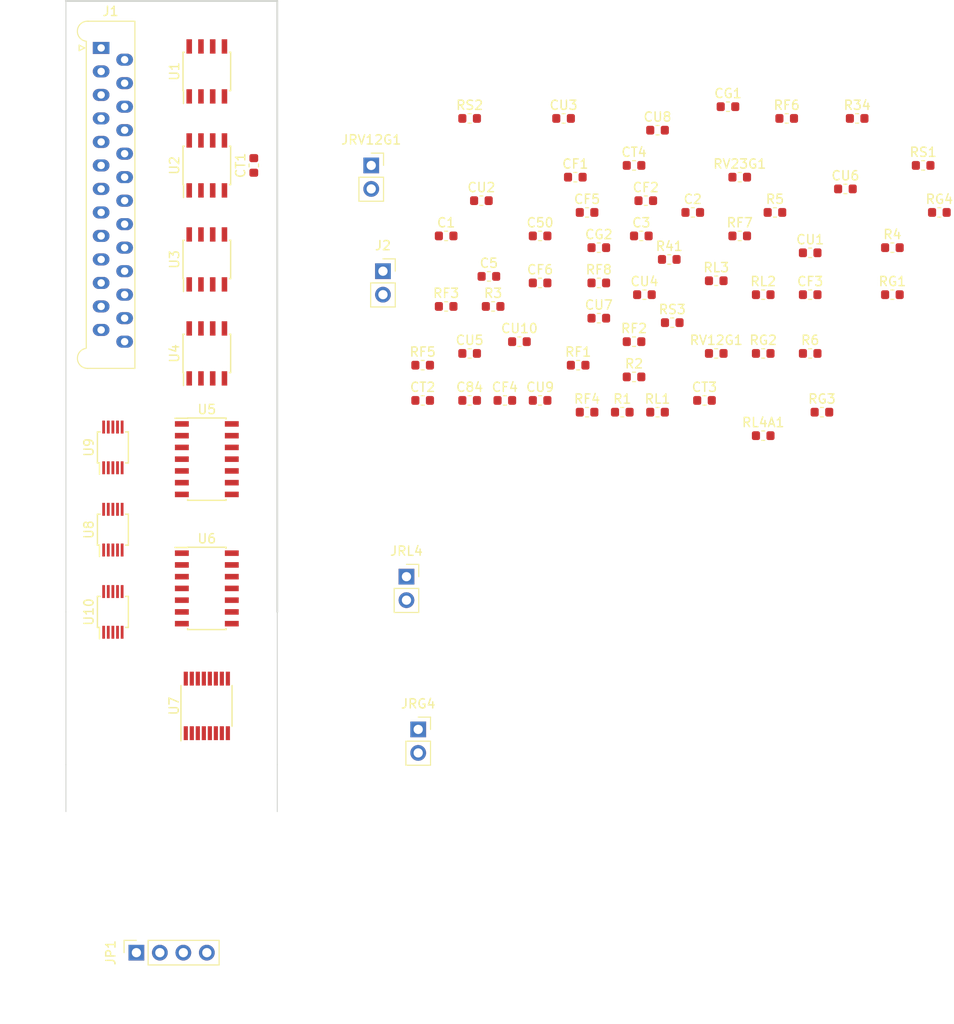
<source format=kicad_pcb>
(kicad_pcb (version 20171130) (host pcbnew 5.0.0-fee4fd1~66~ubuntu18.04.1)

  (general
    (thickness 1.6)
    (drawings 7)
    (tracks 0)
    (zones 0)
    (modules 73)
    (nets 61)
  )

  (page A4)
  (layers
    (0 F.Cu signal)
    (31 B.Cu signal)
    (32 B.Adhes user)
    (33 F.Adhes user)
    (34 B.Paste user)
    (35 F.Paste user)
    (36 B.SilkS user)
    (37 F.SilkS user)
    (38 B.Mask user)
    (39 F.Mask user)
    (40 Dwgs.User user)
    (41 Cmts.User user)
    (42 Eco1.User user)
    (43 Eco2.User user)
    (44 Edge.Cuts user)
    (45 Margin user)
    (46 B.CrtYd user)
    (47 F.CrtYd user)
    (48 B.Fab user)
    (49 F.Fab user)
  )

  (setup
    (last_trace_width 0.25)
    (trace_clearance 0.2)
    (zone_clearance 0.508)
    (zone_45_only no)
    (trace_min 0.2)
    (segment_width 0.2)
    (edge_width 0.1)
    (via_size 0.8)
    (via_drill 0.4)
    (via_min_size 0.4)
    (via_min_drill 0.3)
    (uvia_size 0.3)
    (uvia_drill 0.1)
    (uvias_allowed no)
    (uvia_min_size 0.2)
    (uvia_min_drill 0.1)
    (pcb_text_width 0.3)
    (pcb_text_size 1.5 1.5)
    (mod_edge_width 0.15)
    (mod_text_size 1 1)
    (mod_text_width 0.15)
    (pad_size 1.5 1.5)
    (pad_drill 0.6)
    (pad_to_mask_clearance 0)
    (aux_axis_origin 0 0)
    (visible_elements FFFDF77F)
    (pcbplotparams
      (layerselection 0x010fc_ffffffff)
      (usegerberextensions false)
      (usegerberattributes false)
      (usegerberadvancedattributes false)
      (creategerberjobfile false)
      (excludeedgelayer true)
      (linewidth 0.100000)
      (plotframeref false)
      (viasonmask false)
      (mode 1)
      (useauxorigin false)
      (hpglpennumber 1)
      (hpglpenspeed 20)
      (hpglpendiameter 15.000000)
      (psnegative false)
      (psa4output false)
      (plotreference true)
      (plotvalue true)
      (plotinvisibletext false)
      (padsonsilk false)
      (subtractmaskfromsilk false)
      (outputformat 1)
      (mirror false)
      (drillshape 1)
      (scaleselection 1)
      (outputdirectory ""))
  )

  (net 0 "")
  (net 1 GNDREF)
  (net 2 "Net-(C1-Pad2)")
  (net 3 "Net-(C2-Pad2)")
  (net 4 "Net-(C3-Pad2)")
  (net 5 "Net-(C5-Pad2)")
  (net 6 "Net-(C50-Pad2)")
  (net 7 "Net-(C84-Pad2)")
  (net 8 "Net-(CF1-Pad2)")
  (net 9 V12B)
  (net 10 TIB)
  (net 11 "Net-(CF2-Pad2)")
  (net 12 "Net-(CF3-Pad2)")
  (net 13 V12C)
  (net 14 "Net-(CF4-Pad2)")
  (net 15 V23B)
  (net 16 "Net-(CF5-Pad2)")
  (net 17 V23C)
  (net 18 TIC)
  (net 19 "Net-(CF6-Pad2)")
  (net 20 GND)
  (net 21 VCC)
  (net 22 TG1)
  (net 23 P4)
  (net 24 TG2)
  (net 25 TG3)
  (net 26 TG4)
  (net 27 V12A)
  (net 28 P1)
  (net 29 P3)
  (net 30 RL4)
  (net 31 "Net-(JRL4-Pad2)")
  (net 32 "Net-(JRV12G1-Pad2)")
  (net 33 "Net-(JRV12G1-Pad1)")
  (net 34 TIA)
  (net 35 VIN3)
  (net 36 "Net-(R1-Pad1)")
  (net 37 PWM1-D)
  (net 38 PWM2-D)
  (net 39 "Net-(RF7-Pad2)")
  (net 40 V23A)
  (net 41 "Net-(U2-Pad5)")
  (net 42 "Net-(U3-Pad6)")
  (net 43 PWM1)
  (net 44 PWM2)
  (net 45 VIN1)
  (net 46 VIN2)
  (net 47 RL1)
  (net 48 RL2)
  (net 49 RL3)
  (net 50 VIND)
  (net 51 "Net-(U6-Pad13)")
  (net 52 PWM1-S)
  (net 53 RGB)
  (net 54 MUXGA)
  (net 55 MUXRA)
  (net 56 MUXVA)
  (net 57 RGA)
  (net 58 MUXGB)
  (net 59 MUXRB)
  (net 60 MUXVB)

  (net_class Default "This is the default net class."
    (clearance 0.2)
    (trace_width 0.25)
    (via_dia 0.8)
    (via_drill 0.4)
    (uvia_dia 0.3)
    (uvia_drill 0.1)
    (add_net GND)
    (add_net GNDREF)
    (add_net MUXGA)
    (add_net MUXGB)
    (add_net MUXRA)
    (add_net MUXRB)
    (add_net MUXVA)
    (add_net MUXVB)
    (add_net "Net-(C1-Pad2)")
    (add_net "Net-(C2-Pad2)")
    (add_net "Net-(C3-Pad2)")
    (add_net "Net-(C5-Pad2)")
    (add_net "Net-(C50-Pad2)")
    (add_net "Net-(C84-Pad2)")
    (add_net "Net-(CF1-Pad2)")
    (add_net "Net-(CF2-Pad2)")
    (add_net "Net-(CF3-Pad2)")
    (add_net "Net-(CF4-Pad2)")
    (add_net "Net-(CF5-Pad2)")
    (add_net "Net-(CF6-Pad2)")
    (add_net "Net-(JRL4-Pad2)")
    (add_net "Net-(JRV12G1-Pad1)")
    (add_net "Net-(JRV12G1-Pad2)")
    (add_net "Net-(R1-Pad1)")
    (add_net "Net-(RF7-Pad2)")
    (add_net "Net-(U2-Pad5)")
    (add_net "Net-(U3-Pad6)")
    (add_net "Net-(U6-Pad13)")
    (add_net P1)
    (add_net P3)
    (add_net P4)
    (add_net PWM1)
    (add_net PWM1-D)
    (add_net PWM1-S)
    (add_net PWM2)
    (add_net PWM2-D)
    (add_net RGA)
    (add_net RGB)
    (add_net RL1)
    (add_net RL2)
    (add_net RL3)
    (add_net RL4)
    (add_net TG1)
    (add_net TG2)
    (add_net TG3)
    (add_net TG4)
    (add_net TIA)
    (add_net TIB)
    (add_net TIC)
    (add_net V12A)
    (add_net V12B)
    (add_net V12C)
    (add_net V23A)
    (add_net V23B)
    (add_net V23C)
    (add_net VCC)
    (add_net VIN1)
    (add_net VIN2)
    (add_net VIN3)
    (add_net VIND)
  )

  (module Capacitor_SMD:C_0603_1608Metric (layer F.Cu) (tedit 5B301BBE) (tstamp 5BDE924B)
    (at 70.3325 48.26)
    (descr "Capacitor SMD 0603 (1608 Metric), square (rectangular) end terminal, IPC_7351 nominal, (Body size source: http://www.tortai-tech.com/upload/download/2011102023233369053.pdf), generated with kicad-footprint-generator")
    (tags capacitor)
    (path /5AE626D2)
    (attr smd)
    (fp_text reference C1 (at 0 -1.43) (layer F.SilkS)
      (effects (font (size 1 1) (thickness 0.15)))
    )
    (fp_text value "1 nF" (at 0 1.43) (layer F.Fab)
      (effects (font (size 1 1) (thickness 0.15)))
    )
    (fp_line (start -0.8 0.4) (end -0.8 -0.4) (layer F.Fab) (width 0.1))
    (fp_line (start -0.8 -0.4) (end 0.8 -0.4) (layer F.Fab) (width 0.1))
    (fp_line (start 0.8 -0.4) (end 0.8 0.4) (layer F.Fab) (width 0.1))
    (fp_line (start 0.8 0.4) (end -0.8 0.4) (layer F.Fab) (width 0.1))
    (fp_line (start -0.162779 -0.51) (end 0.162779 -0.51) (layer F.SilkS) (width 0.12))
    (fp_line (start -0.162779 0.51) (end 0.162779 0.51) (layer F.SilkS) (width 0.12))
    (fp_line (start -1.48 0.73) (end -1.48 -0.73) (layer F.CrtYd) (width 0.05))
    (fp_line (start -1.48 -0.73) (end 1.48 -0.73) (layer F.CrtYd) (width 0.05))
    (fp_line (start 1.48 -0.73) (end 1.48 0.73) (layer F.CrtYd) (width 0.05))
    (fp_line (start 1.48 0.73) (end -1.48 0.73) (layer F.CrtYd) (width 0.05))
    (fp_text user %R (at 0 0) (layer F.Fab)
      (effects (font (size 0.4 0.4) (thickness 0.06)))
    )
    (pad 1 smd roundrect (at -0.7875 0) (size 0.875 0.95) (layers F.Cu F.Paste F.Mask) (roundrect_rratio 0.25)
      (net 1 GNDREF))
    (pad 2 smd roundrect (at 0.7875 0) (size 0.875 0.95) (layers F.Cu F.Paste F.Mask) (roundrect_rratio 0.25)
      (net 2 "Net-(C1-Pad2)"))
    (model ${KISYS3DMOD}/Capacitor_SMD.3dshapes/C_0603_1608Metric.wrl
      (at (xyz 0 0 0))
      (scale (xyz 1 1 1))
      (rotate (xyz 0 0 0))
    )
  )

  (module Capacitor_SMD:C_0603_1608Metric (layer F.Cu) (tedit 5B301BBE) (tstamp 5BDE925C)
    (at 97.0025 45.72)
    (descr "Capacitor SMD 0603 (1608 Metric), square (rectangular) end terminal, IPC_7351 nominal, (Body size source: http://www.tortai-tech.com/upload/download/2011102023233369053.pdf), generated with kicad-footprint-generator")
    (tags capacitor)
    (path /5AE626A0)
    (attr smd)
    (fp_text reference C2 (at 0 -1.43) (layer F.SilkS)
      (effects (font (size 1 1) (thickness 0.15)))
    )
    (fp_text value "1 nF" (at 0 1.43) (layer F.Fab)
      (effects (font (size 1 1) (thickness 0.15)))
    )
    (fp_line (start -0.8 0.4) (end -0.8 -0.4) (layer F.Fab) (width 0.1))
    (fp_line (start -0.8 -0.4) (end 0.8 -0.4) (layer F.Fab) (width 0.1))
    (fp_line (start 0.8 -0.4) (end 0.8 0.4) (layer F.Fab) (width 0.1))
    (fp_line (start 0.8 0.4) (end -0.8 0.4) (layer F.Fab) (width 0.1))
    (fp_line (start -0.162779 -0.51) (end 0.162779 -0.51) (layer F.SilkS) (width 0.12))
    (fp_line (start -0.162779 0.51) (end 0.162779 0.51) (layer F.SilkS) (width 0.12))
    (fp_line (start -1.48 0.73) (end -1.48 -0.73) (layer F.CrtYd) (width 0.05))
    (fp_line (start -1.48 -0.73) (end 1.48 -0.73) (layer F.CrtYd) (width 0.05))
    (fp_line (start 1.48 -0.73) (end 1.48 0.73) (layer F.CrtYd) (width 0.05))
    (fp_line (start 1.48 0.73) (end -1.48 0.73) (layer F.CrtYd) (width 0.05))
    (fp_text user %R (at 0 0) (layer F.Fab)
      (effects (font (size 0.4 0.4) (thickness 0.06)))
    )
    (pad 1 smd roundrect (at -0.7875 0) (size 0.875 0.95) (layers F.Cu F.Paste F.Mask) (roundrect_rratio 0.25)
      (net 1 GNDREF))
    (pad 2 smd roundrect (at 0.7875 0) (size 0.875 0.95) (layers F.Cu F.Paste F.Mask) (roundrect_rratio 0.25)
      (net 3 "Net-(C2-Pad2)"))
    (model ${KISYS3DMOD}/Capacitor_SMD.3dshapes/C_0603_1608Metric.wrl
      (at (xyz 0 0 0))
      (scale (xyz 1 1 1))
      (rotate (xyz 0 0 0))
    )
  )

  (module Capacitor_SMD:C_0603_1608Metric (layer F.Cu) (tedit 5B301BBE) (tstamp 5BDE926D)
    (at 91.44 48.26)
    (descr "Capacitor SMD 0603 (1608 Metric), square (rectangular) end terminal, IPC_7351 nominal, (Body size source: http://www.tortai-tech.com/upload/download/2011102023233369053.pdf), generated with kicad-footprint-generator")
    (tags capacitor)
    (path /5AE38F08)
    (attr smd)
    (fp_text reference C3 (at 0 -1.43) (layer F.SilkS)
      (effects (font (size 1 1) (thickness 0.15)))
    )
    (fp_text value "1 nF" (at 0 1.43) (layer F.Fab)
      (effects (font (size 1 1) (thickness 0.15)))
    )
    (fp_line (start -0.8 0.4) (end -0.8 -0.4) (layer F.Fab) (width 0.1))
    (fp_line (start -0.8 -0.4) (end 0.8 -0.4) (layer F.Fab) (width 0.1))
    (fp_line (start 0.8 -0.4) (end 0.8 0.4) (layer F.Fab) (width 0.1))
    (fp_line (start 0.8 0.4) (end -0.8 0.4) (layer F.Fab) (width 0.1))
    (fp_line (start -0.162779 -0.51) (end 0.162779 -0.51) (layer F.SilkS) (width 0.12))
    (fp_line (start -0.162779 0.51) (end 0.162779 0.51) (layer F.SilkS) (width 0.12))
    (fp_line (start -1.48 0.73) (end -1.48 -0.73) (layer F.CrtYd) (width 0.05))
    (fp_line (start -1.48 -0.73) (end 1.48 -0.73) (layer F.CrtYd) (width 0.05))
    (fp_line (start 1.48 -0.73) (end 1.48 0.73) (layer F.CrtYd) (width 0.05))
    (fp_line (start 1.48 0.73) (end -1.48 0.73) (layer F.CrtYd) (width 0.05))
    (fp_text user %R (at 0 0) (layer F.Fab)
      (effects (font (size 0.4 0.4) (thickness 0.06)))
    )
    (pad 1 smd roundrect (at -0.7875 0) (size 0.875 0.95) (layers F.Cu F.Paste F.Mask) (roundrect_rratio 0.25)
      (net 1 GNDREF))
    (pad 2 smd roundrect (at 0.7875 0) (size 0.875 0.95) (layers F.Cu F.Paste F.Mask) (roundrect_rratio 0.25)
      (net 4 "Net-(C3-Pad2)"))
    (model ${KISYS3DMOD}/Capacitor_SMD.3dshapes/C_0603_1608Metric.wrl
      (at (xyz 0 0 0))
      (scale (xyz 1 1 1))
      (rotate (xyz 0 0 0))
    )
  )

  (module Capacitor_SMD:C_0603_1608Metric (layer F.Cu) (tedit 5B301BBE) (tstamp 5BDE927E)
    (at 74.955001 52.635001)
    (descr "Capacitor SMD 0603 (1608 Metric), square (rectangular) end terminal, IPC_7351 nominal, (Body size source: http://www.tortai-tech.com/upload/download/2011102023233369053.pdf), generated with kicad-footprint-generator")
    (tags capacitor)
    (path /5AE3D016)
    (attr smd)
    (fp_text reference C5 (at 0 -1.43) (layer F.SilkS)
      (effects (font (size 1 1) (thickness 0.15)))
    )
    (fp_text value 1nF (at 0 1.43) (layer F.Fab)
      (effects (font (size 1 1) (thickness 0.15)))
    )
    (fp_text user %R (at 0 0) (layer F.Fab)
      (effects (font (size 0.4 0.4) (thickness 0.06)))
    )
    (fp_line (start 1.48 0.73) (end -1.48 0.73) (layer F.CrtYd) (width 0.05))
    (fp_line (start 1.48 -0.73) (end 1.48 0.73) (layer F.CrtYd) (width 0.05))
    (fp_line (start -1.48 -0.73) (end 1.48 -0.73) (layer F.CrtYd) (width 0.05))
    (fp_line (start -1.48 0.73) (end -1.48 -0.73) (layer F.CrtYd) (width 0.05))
    (fp_line (start -0.162779 0.51) (end 0.162779 0.51) (layer F.SilkS) (width 0.12))
    (fp_line (start -0.162779 -0.51) (end 0.162779 -0.51) (layer F.SilkS) (width 0.12))
    (fp_line (start 0.8 0.4) (end -0.8 0.4) (layer F.Fab) (width 0.1))
    (fp_line (start 0.8 -0.4) (end 0.8 0.4) (layer F.Fab) (width 0.1))
    (fp_line (start -0.8 -0.4) (end 0.8 -0.4) (layer F.Fab) (width 0.1))
    (fp_line (start -0.8 0.4) (end -0.8 -0.4) (layer F.Fab) (width 0.1))
    (pad 2 smd roundrect (at 0.7875 0) (size 0.875 0.95) (layers F.Cu F.Paste F.Mask) (roundrect_rratio 0.25)
      (net 5 "Net-(C5-Pad2)"))
    (pad 1 smd roundrect (at -0.7875 0) (size 0.875 0.95) (layers F.Cu F.Paste F.Mask) (roundrect_rratio 0.25)
      (net 1 GNDREF))
    (model ${KISYS3DMOD}/Capacitor_SMD.3dshapes/C_0603_1608Metric.wrl
      (at (xyz 0 0 0))
      (scale (xyz 1 1 1))
      (rotate (xyz 0 0 0))
    )
  )

  (module Capacitor_SMD:C_0603_1608Metric (layer F.Cu) (tedit 5B301BBE) (tstamp 5BDE928F)
    (at 80.4925 48.26)
    (descr "Capacitor SMD 0603 (1608 Metric), square (rectangular) end terminal, IPC_7351 nominal, (Body size source: http://www.tortai-tech.com/upload/download/2011102023233369053.pdf), generated with kicad-footprint-generator")
    (tags capacitor)
    (path /5ACDA491)
    (attr smd)
    (fp_text reference C50 (at 0 -1.43) (layer F.SilkS)
      (effects (font (size 1 1) (thickness 0.15)))
    )
    (fp_text value "1 nF" (at 0 1.43) (layer F.Fab)
      (effects (font (size 1 1) (thickness 0.15)))
    )
    (fp_line (start -0.8 0.4) (end -0.8 -0.4) (layer F.Fab) (width 0.1))
    (fp_line (start -0.8 -0.4) (end 0.8 -0.4) (layer F.Fab) (width 0.1))
    (fp_line (start 0.8 -0.4) (end 0.8 0.4) (layer F.Fab) (width 0.1))
    (fp_line (start 0.8 0.4) (end -0.8 0.4) (layer F.Fab) (width 0.1))
    (fp_line (start -0.162779 -0.51) (end 0.162779 -0.51) (layer F.SilkS) (width 0.12))
    (fp_line (start -0.162779 0.51) (end 0.162779 0.51) (layer F.SilkS) (width 0.12))
    (fp_line (start -1.48 0.73) (end -1.48 -0.73) (layer F.CrtYd) (width 0.05))
    (fp_line (start -1.48 -0.73) (end 1.48 -0.73) (layer F.CrtYd) (width 0.05))
    (fp_line (start 1.48 -0.73) (end 1.48 0.73) (layer F.CrtYd) (width 0.05))
    (fp_line (start 1.48 0.73) (end -1.48 0.73) (layer F.CrtYd) (width 0.05))
    (fp_text user %R (at 0 0) (layer F.Fab)
      (effects (font (size 0.4 0.4) (thickness 0.06)))
    )
    (pad 1 smd roundrect (at -0.7875 0) (size 0.875 0.95) (layers F.Cu F.Paste F.Mask) (roundrect_rratio 0.25)
      (net 1 GNDREF))
    (pad 2 smd roundrect (at 0.7875 0) (size 0.875 0.95) (layers F.Cu F.Paste F.Mask) (roundrect_rratio 0.25)
      (net 6 "Net-(C50-Pad2)"))
    (model ${KISYS3DMOD}/Capacitor_SMD.3dshapes/C_0603_1608Metric.wrl
      (at (xyz 0 0 0))
      (scale (xyz 1 1 1))
      (rotate (xyz 0 0 0))
    )
  )

  (module Capacitor_SMD:C_0603_1608Metric (layer F.Cu) (tedit 5B301BBE) (tstamp 5BC7EC0D)
    (at 72.8725 66.04)
    (descr "Capacitor SMD 0603 (1608 Metric), square (rectangular) end terminal, IPC_7351 nominal, (Body size source: http://www.tortai-tech.com/upload/download/2011102023233369053.pdf), generated with kicad-footprint-generator")
    (tags capacitor)
    (path /5ACDB237)
    (attr smd)
    (fp_text reference C84 (at 0 -1.43) (layer F.SilkS)
      (effects (font (size 1 1) (thickness 0.15)))
    )
    (fp_text value 1nF (at 0 1.43) (layer F.Fab)
      (effects (font (size 1 1) (thickness 0.15)))
    )
    (fp_text user %R (at 0 0) (layer F.Fab)
      (effects (font (size 0.4 0.4) (thickness 0.06)))
    )
    (fp_line (start 1.48 0.73) (end -1.48 0.73) (layer F.CrtYd) (width 0.05))
    (fp_line (start 1.48 -0.73) (end 1.48 0.73) (layer F.CrtYd) (width 0.05))
    (fp_line (start -1.48 -0.73) (end 1.48 -0.73) (layer F.CrtYd) (width 0.05))
    (fp_line (start -1.48 0.73) (end -1.48 -0.73) (layer F.CrtYd) (width 0.05))
    (fp_line (start -0.162779 0.51) (end 0.162779 0.51) (layer F.SilkS) (width 0.12))
    (fp_line (start -0.162779 -0.51) (end 0.162779 -0.51) (layer F.SilkS) (width 0.12))
    (fp_line (start 0.8 0.4) (end -0.8 0.4) (layer F.Fab) (width 0.1))
    (fp_line (start 0.8 -0.4) (end 0.8 0.4) (layer F.Fab) (width 0.1))
    (fp_line (start -0.8 -0.4) (end 0.8 -0.4) (layer F.Fab) (width 0.1))
    (fp_line (start -0.8 0.4) (end -0.8 -0.4) (layer F.Fab) (width 0.1))
    (pad 2 smd roundrect (at 0.7875 0) (size 0.875 0.95) (layers F.Cu F.Paste F.Mask) (roundrect_rratio 0.25)
      (net 7 "Net-(C84-Pad2)"))
    (pad 1 smd roundrect (at -0.7875 0) (size 0.875 0.95) (layers F.Cu F.Paste F.Mask) (roundrect_rratio 0.25)
      (net 1 GNDREF))
    (model ${KISYS3DMOD}/Capacitor_SMD.3dshapes/C_0603_1608Metric.wrl
      (at (xyz 0 0 0))
      (scale (xyz 1 1 1))
      (rotate (xyz 0 0 0))
    )
  )

  (module Capacitor_SMD:C_0603_1608Metric (layer F.Cu) (tedit 5B301BBE) (tstamp 5BDE92B1)
    (at 84.3025 41.91)
    (descr "Capacitor SMD 0603 (1608 Metric), square (rectangular) end terminal, IPC_7351 nominal, (Body size source: http://www.tortai-tech.com/upload/download/2011102023233369053.pdf), generated with kicad-footprint-generator")
    (tags capacitor)
    (path /5AE626CB)
    (attr smd)
    (fp_text reference CF1 (at 0 -1.43) (layer F.SilkS)
      (effects (font (size 1 1) (thickness 0.15)))
    )
    (fp_text value 1nF (at 0 1.43) (layer F.Fab)
      (effects (font (size 1 1) (thickness 0.15)))
    )
    (fp_text user %R (at 0 0) (layer F.Fab)
      (effects (font (size 0.4 0.4) (thickness 0.06)))
    )
    (fp_line (start 1.48 0.73) (end -1.48 0.73) (layer F.CrtYd) (width 0.05))
    (fp_line (start 1.48 -0.73) (end 1.48 0.73) (layer F.CrtYd) (width 0.05))
    (fp_line (start -1.48 -0.73) (end 1.48 -0.73) (layer F.CrtYd) (width 0.05))
    (fp_line (start -1.48 0.73) (end -1.48 -0.73) (layer F.CrtYd) (width 0.05))
    (fp_line (start -0.162779 0.51) (end 0.162779 0.51) (layer F.SilkS) (width 0.12))
    (fp_line (start -0.162779 -0.51) (end 0.162779 -0.51) (layer F.SilkS) (width 0.12))
    (fp_line (start 0.8 0.4) (end -0.8 0.4) (layer F.Fab) (width 0.1))
    (fp_line (start 0.8 -0.4) (end 0.8 0.4) (layer F.Fab) (width 0.1))
    (fp_line (start -0.8 -0.4) (end 0.8 -0.4) (layer F.Fab) (width 0.1))
    (fp_line (start -0.8 0.4) (end -0.8 -0.4) (layer F.Fab) (width 0.1))
    (pad 2 smd roundrect (at 0.7875 0) (size 0.875 0.95) (layers F.Cu F.Paste F.Mask) (roundrect_rratio 0.25)
      (net 8 "Net-(CF1-Pad2)"))
    (pad 1 smd roundrect (at -0.7875 0) (size 0.875 0.95) (layers F.Cu F.Paste F.Mask) (roundrect_rratio 0.25)
      (net 9 V12B))
    (model ${KISYS3DMOD}/Capacitor_SMD.3dshapes/C_0603_1608Metric.wrl
      (at (xyz 0 0 0))
      (scale (xyz 1 1 1))
      (rotate (xyz 0 0 0))
    )
  )

  (module Capacitor_SMD:C_0603_1608Metric (layer F.Cu) (tedit 5B301BBE) (tstamp 5BDE92C2)
    (at 91.9225 44.45)
    (descr "Capacitor SMD 0603 (1608 Metric), square (rectangular) end terminal, IPC_7351 nominal, (Body size source: http://www.tortai-tech.com/upload/download/2011102023233369053.pdf), generated with kicad-footprint-generator")
    (tags capacitor)
    (path /5ACE0809)
    (attr smd)
    (fp_text reference CF2 (at 0 -1.43) (layer F.SilkS)
      (effects (font (size 1 1) (thickness 0.15)))
    )
    (fp_text value 1nF (at 0 1.43) (layer F.Fab)
      (effects (font (size 1 1) (thickness 0.15)))
    )
    (fp_line (start -0.8 0.4) (end -0.8 -0.4) (layer F.Fab) (width 0.1))
    (fp_line (start -0.8 -0.4) (end 0.8 -0.4) (layer F.Fab) (width 0.1))
    (fp_line (start 0.8 -0.4) (end 0.8 0.4) (layer F.Fab) (width 0.1))
    (fp_line (start 0.8 0.4) (end -0.8 0.4) (layer F.Fab) (width 0.1))
    (fp_line (start -0.162779 -0.51) (end 0.162779 -0.51) (layer F.SilkS) (width 0.12))
    (fp_line (start -0.162779 0.51) (end 0.162779 0.51) (layer F.SilkS) (width 0.12))
    (fp_line (start -1.48 0.73) (end -1.48 -0.73) (layer F.CrtYd) (width 0.05))
    (fp_line (start -1.48 -0.73) (end 1.48 -0.73) (layer F.CrtYd) (width 0.05))
    (fp_line (start 1.48 -0.73) (end 1.48 0.73) (layer F.CrtYd) (width 0.05))
    (fp_line (start 1.48 0.73) (end -1.48 0.73) (layer F.CrtYd) (width 0.05))
    (fp_text user %R (at 0 0) (layer F.Fab)
      (effects (font (size 0.4 0.4) (thickness 0.06)))
    )
    (pad 1 smd roundrect (at -0.7875 0) (size 0.875 0.95) (layers F.Cu F.Paste F.Mask) (roundrect_rratio 0.25)
      (net 10 TIB))
    (pad 2 smd roundrect (at 0.7875 0) (size 0.875 0.95) (layers F.Cu F.Paste F.Mask) (roundrect_rratio 0.25)
      (net 11 "Net-(CF2-Pad2)"))
    (model ${KISYS3DMOD}/Capacitor_SMD.3dshapes/C_0603_1608Metric.wrl
      (at (xyz 0 0 0))
      (scale (xyz 1 1 1))
      (rotate (xyz 0 0 0))
    )
  )

  (module Capacitor_SMD:C_0603_1608Metric (layer F.Cu) (tedit 5B301BBE) (tstamp 5BDE92D3)
    (at 109.7025 54.61)
    (descr "Capacitor SMD 0603 (1608 Metric), square (rectangular) end terminal, IPC_7351 nominal, (Body size source: http://www.tortai-tech.com/upload/download/2011102023233369053.pdf), generated with kicad-footprint-generator")
    (tags capacitor)
    (path /5AE62699)
    (attr smd)
    (fp_text reference CF3 (at 0 -1.43) (layer F.SilkS)
      (effects (font (size 1 1) (thickness 0.15)))
    )
    (fp_text value 1nF (at 0 1.43) (layer F.Fab)
      (effects (font (size 1 1) (thickness 0.15)))
    )
    (fp_text user %R (at 0 0) (layer F.Fab)
      (effects (font (size 0.4 0.4) (thickness 0.06)))
    )
    (fp_line (start 1.48 0.73) (end -1.48 0.73) (layer F.CrtYd) (width 0.05))
    (fp_line (start 1.48 -0.73) (end 1.48 0.73) (layer F.CrtYd) (width 0.05))
    (fp_line (start -1.48 -0.73) (end 1.48 -0.73) (layer F.CrtYd) (width 0.05))
    (fp_line (start -1.48 0.73) (end -1.48 -0.73) (layer F.CrtYd) (width 0.05))
    (fp_line (start -0.162779 0.51) (end 0.162779 0.51) (layer F.SilkS) (width 0.12))
    (fp_line (start -0.162779 -0.51) (end 0.162779 -0.51) (layer F.SilkS) (width 0.12))
    (fp_line (start 0.8 0.4) (end -0.8 0.4) (layer F.Fab) (width 0.1))
    (fp_line (start 0.8 -0.4) (end 0.8 0.4) (layer F.Fab) (width 0.1))
    (fp_line (start -0.8 -0.4) (end 0.8 -0.4) (layer F.Fab) (width 0.1))
    (fp_line (start -0.8 0.4) (end -0.8 -0.4) (layer F.Fab) (width 0.1))
    (pad 2 smd roundrect (at 0.7875 0) (size 0.875 0.95) (layers F.Cu F.Paste F.Mask) (roundrect_rratio 0.25)
      (net 12 "Net-(CF3-Pad2)"))
    (pad 1 smd roundrect (at -0.7875 0) (size 0.875 0.95) (layers F.Cu F.Paste F.Mask) (roundrect_rratio 0.25)
      (net 13 V12C))
    (model ${KISYS3DMOD}/Capacitor_SMD.3dshapes/C_0603_1608Metric.wrl
      (at (xyz 0 0 0))
      (scale (xyz 1 1 1))
      (rotate (xyz 0 0 0))
    )
  )

  (module Capacitor_SMD:C_0603_1608Metric (layer F.Cu) (tedit 5B301BBE) (tstamp 5BDE92E4)
    (at 76.6825 66.04)
    (descr "Capacitor SMD 0603 (1608 Metric), square (rectangular) end terminal, IPC_7351 nominal, (Body size source: http://www.tortai-tech.com/upload/download/2011102023233369053.pdf), generated with kicad-footprint-generator")
    (tags capacitor)
    (path /5AE38F00)
    (attr smd)
    (fp_text reference CF4 (at 0 -1.43) (layer F.SilkS)
      (effects (font (size 1 1) (thickness 0.15)))
    )
    (fp_text value 1nF (at 0 1.43) (layer F.Fab)
      (effects (font (size 1 1) (thickness 0.15)))
    )
    (fp_text user %R (at 0 0) (layer F.Fab)
      (effects (font (size 0.4 0.4) (thickness 0.06)))
    )
    (fp_line (start 1.48 0.73) (end -1.48 0.73) (layer F.CrtYd) (width 0.05))
    (fp_line (start 1.48 -0.73) (end 1.48 0.73) (layer F.CrtYd) (width 0.05))
    (fp_line (start -1.48 -0.73) (end 1.48 -0.73) (layer F.CrtYd) (width 0.05))
    (fp_line (start -1.48 0.73) (end -1.48 -0.73) (layer F.CrtYd) (width 0.05))
    (fp_line (start -0.162779 0.51) (end 0.162779 0.51) (layer F.SilkS) (width 0.12))
    (fp_line (start -0.162779 -0.51) (end 0.162779 -0.51) (layer F.SilkS) (width 0.12))
    (fp_line (start 0.8 0.4) (end -0.8 0.4) (layer F.Fab) (width 0.1))
    (fp_line (start 0.8 -0.4) (end 0.8 0.4) (layer F.Fab) (width 0.1))
    (fp_line (start -0.8 -0.4) (end 0.8 -0.4) (layer F.Fab) (width 0.1))
    (fp_line (start -0.8 0.4) (end -0.8 -0.4) (layer F.Fab) (width 0.1))
    (pad 2 smd roundrect (at 0.7875 0) (size 0.875 0.95) (layers F.Cu F.Paste F.Mask) (roundrect_rratio 0.25)
      (net 14 "Net-(CF4-Pad2)"))
    (pad 1 smd roundrect (at -0.7875 0) (size 0.875 0.95) (layers F.Cu F.Paste F.Mask) (roundrect_rratio 0.25)
      (net 15 V23B))
    (model ${KISYS3DMOD}/Capacitor_SMD.3dshapes/C_0603_1608Metric.wrl
      (at (xyz 0 0 0))
      (scale (xyz 1 1 1))
      (rotate (xyz 0 0 0))
    )
  )

  (module Capacitor_SMD:C_0603_1608Metric (layer F.Cu) (tedit 5B301BBE) (tstamp 5BDE92F5)
    (at 85.5725 45.72)
    (descr "Capacitor SMD 0603 (1608 Metric), square (rectangular) end terminal, IPC_7351 nominal, (Body size source: http://www.tortai-tech.com/upload/download/2011102023233369053.pdf), generated with kicad-footprint-generator")
    (tags capacitor)
    (path /5AED7F24)
    (attr smd)
    (fp_text reference CF5 (at 0 -1.43) (layer F.SilkS)
      (effects (font (size 1 1) (thickness 0.15)))
    )
    (fp_text value 1nF (at 0 1.43) (layer F.Fab)
      (effects (font (size 1 1) (thickness 0.15)))
    )
    (fp_text user %R (at 0 0) (layer F.Fab)
      (effects (font (size 0.4 0.4) (thickness 0.06)))
    )
    (fp_line (start 1.48 0.73) (end -1.48 0.73) (layer F.CrtYd) (width 0.05))
    (fp_line (start 1.48 -0.73) (end 1.48 0.73) (layer F.CrtYd) (width 0.05))
    (fp_line (start -1.48 -0.73) (end 1.48 -0.73) (layer F.CrtYd) (width 0.05))
    (fp_line (start -1.48 0.73) (end -1.48 -0.73) (layer F.CrtYd) (width 0.05))
    (fp_line (start -0.162779 0.51) (end 0.162779 0.51) (layer F.SilkS) (width 0.12))
    (fp_line (start -0.162779 -0.51) (end 0.162779 -0.51) (layer F.SilkS) (width 0.12))
    (fp_line (start 0.8 0.4) (end -0.8 0.4) (layer F.Fab) (width 0.1))
    (fp_line (start 0.8 -0.4) (end 0.8 0.4) (layer F.Fab) (width 0.1))
    (fp_line (start -0.8 -0.4) (end 0.8 -0.4) (layer F.Fab) (width 0.1))
    (fp_line (start -0.8 0.4) (end -0.8 -0.4) (layer F.Fab) (width 0.1))
    (pad 2 smd roundrect (at 0.7875 0) (size 0.875 0.95) (layers F.Cu F.Paste F.Mask) (roundrect_rratio 0.25)
      (net 16 "Net-(CF5-Pad2)"))
    (pad 1 smd roundrect (at -0.7875 0) (size 0.875 0.95) (layers F.Cu F.Paste F.Mask) (roundrect_rratio 0.25)
      (net 17 V23C))
    (model ${KISYS3DMOD}/Capacitor_SMD.3dshapes/C_0603_1608Metric.wrl
      (at (xyz 0 0 0))
      (scale (xyz 1 1 1))
      (rotate (xyz 0 0 0))
    )
  )

  (module Capacitor_SMD:C_0603_1608Metric (layer F.Cu) (tedit 5B301BBE) (tstamp 5BDE9306)
    (at 80.4925 53.34)
    (descr "Capacitor SMD 0603 (1608 Metric), square (rectangular) end terminal, IPC_7351 nominal, (Body size source: http://www.tortai-tech.com/upload/download/2011102023233369053.pdf), generated with kicad-footprint-generator")
    (tags capacitor)
    (path /5AE3D030)
    (attr smd)
    (fp_text reference CF6 (at 0 -1.43) (layer F.SilkS)
      (effects (font (size 1 1) (thickness 0.15)))
    )
    (fp_text value 1nF (at 0 1.43) (layer F.Fab)
      (effects (font (size 1 1) (thickness 0.15)))
    )
    (fp_line (start -0.8 0.4) (end -0.8 -0.4) (layer F.Fab) (width 0.1))
    (fp_line (start -0.8 -0.4) (end 0.8 -0.4) (layer F.Fab) (width 0.1))
    (fp_line (start 0.8 -0.4) (end 0.8 0.4) (layer F.Fab) (width 0.1))
    (fp_line (start 0.8 0.4) (end -0.8 0.4) (layer F.Fab) (width 0.1))
    (fp_line (start -0.162779 -0.51) (end 0.162779 -0.51) (layer F.SilkS) (width 0.12))
    (fp_line (start -0.162779 0.51) (end 0.162779 0.51) (layer F.SilkS) (width 0.12))
    (fp_line (start -1.48 0.73) (end -1.48 -0.73) (layer F.CrtYd) (width 0.05))
    (fp_line (start -1.48 -0.73) (end 1.48 -0.73) (layer F.CrtYd) (width 0.05))
    (fp_line (start 1.48 -0.73) (end 1.48 0.73) (layer F.CrtYd) (width 0.05))
    (fp_line (start 1.48 0.73) (end -1.48 0.73) (layer F.CrtYd) (width 0.05))
    (fp_text user %R (at 0 0) (layer F.Fab)
      (effects (font (size 0.4 0.4) (thickness 0.06)))
    )
    (pad 1 smd roundrect (at -0.7875 0) (size 0.875 0.95) (layers F.Cu F.Paste F.Mask) (roundrect_rratio 0.25)
      (net 18 TIC))
    (pad 2 smd roundrect (at 0.7875 0) (size 0.875 0.95) (layers F.Cu F.Paste F.Mask) (roundrect_rratio 0.25)
      (net 19 "Net-(CF6-Pad2)"))
    (model ${KISYS3DMOD}/Capacitor_SMD.3dshapes/C_0603_1608Metric.wrl
      (at (xyz 0 0 0))
      (scale (xyz 1 1 1))
      (rotate (xyz 0 0 0))
    )
  )

  (module Capacitor_SMD:C_0603_1608Metric (layer F.Cu) (tedit 5B301BBE) (tstamp 5BDE9317)
    (at 100.8125 34.29)
    (descr "Capacitor SMD 0603 (1608 Metric), square (rectangular) end terminal, IPC_7351 nominal, (Body size source: http://www.tortai-tech.com/upload/download/2011102023233369053.pdf), generated with kicad-footprint-generator")
    (tags capacitor)
    (path /5AF37FE6)
    (attr smd)
    (fp_text reference CG1 (at 0 -1.43) (layer F.SilkS)
      (effects (font (size 1 1) (thickness 0.15)))
    )
    (fp_text value 10uF (at 0 1.43) (layer F.Fab)
      (effects (font (size 1 1) (thickness 0.15)))
    )
    (fp_text user %R (at 0 0) (layer F.Fab)
      (effects (font (size 0.4 0.4) (thickness 0.06)))
    )
    (fp_line (start 1.48 0.73) (end -1.48 0.73) (layer F.CrtYd) (width 0.05))
    (fp_line (start 1.48 -0.73) (end 1.48 0.73) (layer F.CrtYd) (width 0.05))
    (fp_line (start -1.48 -0.73) (end 1.48 -0.73) (layer F.CrtYd) (width 0.05))
    (fp_line (start -1.48 0.73) (end -1.48 -0.73) (layer F.CrtYd) (width 0.05))
    (fp_line (start -0.162779 0.51) (end 0.162779 0.51) (layer F.SilkS) (width 0.12))
    (fp_line (start -0.162779 -0.51) (end 0.162779 -0.51) (layer F.SilkS) (width 0.12))
    (fp_line (start 0.8 0.4) (end -0.8 0.4) (layer F.Fab) (width 0.1))
    (fp_line (start 0.8 -0.4) (end 0.8 0.4) (layer F.Fab) (width 0.1))
    (fp_line (start -0.8 -0.4) (end 0.8 -0.4) (layer F.Fab) (width 0.1))
    (fp_line (start -0.8 0.4) (end -0.8 -0.4) (layer F.Fab) (width 0.1))
    (pad 2 smd roundrect (at 0.7875 0) (size 0.875 0.95) (layers F.Cu F.Paste F.Mask) (roundrect_rratio 0.25)
      (net 20 GND))
    (pad 1 smd roundrect (at -0.7875 0) (size 0.875 0.95) (layers F.Cu F.Paste F.Mask) (roundrect_rratio 0.25)
      (net 21 VCC))
    (model ${KISYS3DMOD}/Capacitor_SMD.3dshapes/C_0603_1608Metric.wrl
      (at (xyz 0 0 0))
      (scale (xyz 1 1 1))
      (rotate (xyz 0 0 0))
    )
  )

  (module Capacitor_SMD:C_0603_1608Metric (layer F.Cu) (tedit 5B301BBE) (tstamp 5BDE9328)
    (at 86.8425 49.53)
    (descr "Capacitor SMD 0603 (1608 Metric), square (rectangular) end terminal, IPC_7351 nominal, (Body size source: http://www.tortai-tech.com/upload/download/2011102023233369053.pdf), generated with kicad-footprint-generator")
    (tags capacitor)
    (path /5AF37FF8)
    (attr smd)
    (fp_text reference CG2 (at 0 -1.43) (layer F.SilkS)
      (effects (font (size 1 1) (thickness 0.15)))
    )
    (fp_text value 10uF (at 0 1.43) (layer F.Fab)
      (effects (font (size 1 1) (thickness 0.15)))
    )
    (fp_text user %R (at 0 0) (layer F.Fab)
      (effects (font (size 0.4 0.4) (thickness 0.06)))
    )
    (fp_line (start 1.48 0.73) (end -1.48 0.73) (layer F.CrtYd) (width 0.05))
    (fp_line (start 1.48 -0.73) (end 1.48 0.73) (layer F.CrtYd) (width 0.05))
    (fp_line (start -1.48 -0.73) (end 1.48 -0.73) (layer F.CrtYd) (width 0.05))
    (fp_line (start -1.48 0.73) (end -1.48 -0.73) (layer F.CrtYd) (width 0.05))
    (fp_line (start -0.162779 0.51) (end 0.162779 0.51) (layer F.SilkS) (width 0.12))
    (fp_line (start -0.162779 -0.51) (end 0.162779 -0.51) (layer F.SilkS) (width 0.12))
    (fp_line (start 0.8 0.4) (end -0.8 0.4) (layer F.Fab) (width 0.1))
    (fp_line (start 0.8 -0.4) (end 0.8 0.4) (layer F.Fab) (width 0.1))
    (fp_line (start -0.8 -0.4) (end 0.8 -0.4) (layer F.Fab) (width 0.1))
    (fp_line (start -0.8 0.4) (end -0.8 -0.4) (layer F.Fab) (width 0.1))
    (pad 2 smd roundrect (at 0.7875 0) (size 0.875 0.95) (layers F.Cu F.Paste F.Mask) (roundrect_rratio 0.25)
      (net 20 GND))
    (pad 1 smd roundrect (at -0.7875 0) (size 0.875 0.95) (layers F.Cu F.Paste F.Mask) (roundrect_rratio 0.25)
      (net 21 VCC))
    (model ${KISYS3DMOD}/Capacitor_SMD.3dshapes/C_0603_1608Metric.wrl
      (at (xyz 0 0 0))
      (scale (xyz 1 1 1))
      (rotate (xyz 0 0 0))
    )
  )

  (module Capacitor_SMD:C_0603_1608Metric (layer F.Cu) (tedit 5B301BBE) (tstamp 5BDE9339)
    (at 49.53 40.64 90)
    (descr "Capacitor SMD 0603 (1608 Metric), square (rectangular) end terminal, IPC_7351 nominal, (Body size source: http://www.tortai-tech.com/upload/download/2011102023233369053.pdf), generated with kicad-footprint-generator")
    (tags capacitor)
    (path /5AE87525)
    (attr smd)
    (fp_text reference CT1 (at 0 -1.43 90) (layer F.SilkS)
      (effects (font (size 1 1) (thickness 0.15)))
    )
    (fp_text value 1nF (at 0 1.43 90) (layer F.Fab)
      (effects (font (size 1 1) (thickness 0.15)))
    )
    (fp_line (start -0.8 0.4) (end -0.8 -0.4) (layer F.Fab) (width 0.1))
    (fp_line (start -0.8 -0.4) (end 0.8 -0.4) (layer F.Fab) (width 0.1))
    (fp_line (start 0.8 -0.4) (end 0.8 0.4) (layer F.Fab) (width 0.1))
    (fp_line (start 0.8 0.4) (end -0.8 0.4) (layer F.Fab) (width 0.1))
    (fp_line (start -0.162779 -0.51) (end 0.162779 -0.51) (layer F.SilkS) (width 0.12))
    (fp_line (start -0.162779 0.51) (end 0.162779 0.51) (layer F.SilkS) (width 0.12))
    (fp_line (start -1.48 0.73) (end -1.48 -0.73) (layer F.CrtYd) (width 0.05))
    (fp_line (start -1.48 -0.73) (end 1.48 -0.73) (layer F.CrtYd) (width 0.05))
    (fp_line (start 1.48 -0.73) (end 1.48 0.73) (layer F.CrtYd) (width 0.05))
    (fp_line (start 1.48 0.73) (end -1.48 0.73) (layer F.CrtYd) (width 0.05))
    (fp_text user %R (at 0 0 90) (layer F.Fab)
      (effects (font (size 0.4 0.4) (thickness 0.06)))
    )
    (pad 1 smd roundrect (at -0.7875 0 90) (size 0.875 0.95) (layers F.Cu F.Paste F.Mask) (roundrect_rratio 0.25)
      (net 22 TG1))
    (pad 2 smd roundrect (at 0.7875 0 90) (size 0.875 0.95) (layers F.Cu F.Paste F.Mask) (roundrect_rratio 0.25)
      (net 23 P4))
    (model ${KISYS3DMOD}/Capacitor_SMD.3dshapes/C_0603_1608Metric.wrl
      (at (xyz 0 0 0))
      (scale (xyz 1 1 1))
      (rotate (xyz 0 0 0))
    )
  )

  (module Capacitor_SMD:C_0603_1608Metric (layer F.Cu) (tedit 5B301BBE) (tstamp 5BDE934A)
    (at 67.7925 66.04)
    (descr "Capacitor SMD 0603 (1608 Metric), square (rectangular) end terminal, IPC_7351 nominal, (Body size source: http://www.tortai-tech.com/upload/download/2011102023233369053.pdf), generated with kicad-footprint-generator")
    (tags capacitor)
    (path /5AE87350)
    (attr smd)
    (fp_text reference CT2 (at 0 -1.43) (layer F.SilkS)
      (effects (font (size 1 1) (thickness 0.15)))
    )
    (fp_text value 1nF (at 0 1.43) (layer F.Fab)
      (effects (font (size 1 1) (thickness 0.15)))
    )
    (fp_line (start -0.8 0.4) (end -0.8 -0.4) (layer F.Fab) (width 0.1))
    (fp_line (start -0.8 -0.4) (end 0.8 -0.4) (layer F.Fab) (width 0.1))
    (fp_line (start 0.8 -0.4) (end 0.8 0.4) (layer F.Fab) (width 0.1))
    (fp_line (start 0.8 0.4) (end -0.8 0.4) (layer F.Fab) (width 0.1))
    (fp_line (start -0.162779 -0.51) (end 0.162779 -0.51) (layer F.SilkS) (width 0.12))
    (fp_line (start -0.162779 0.51) (end 0.162779 0.51) (layer F.SilkS) (width 0.12))
    (fp_line (start -1.48 0.73) (end -1.48 -0.73) (layer F.CrtYd) (width 0.05))
    (fp_line (start -1.48 -0.73) (end 1.48 -0.73) (layer F.CrtYd) (width 0.05))
    (fp_line (start 1.48 -0.73) (end 1.48 0.73) (layer F.CrtYd) (width 0.05))
    (fp_line (start 1.48 0.73) (end -1.48 0.73) (layer F.CrtYd) (width 0.05))
    (fp_text user %R (at 0 0) (layer F.Fab)
      (effects (font (size 0.4 0.4) (thickness 0.06)))
    )
    (pad 1 smd roundrect (at -0.7875 0) (size 0.875 0.95) (layers F.Cu F.Paste F.Mask) (roundrect_rratio 0.25)
      (net 24 TG2))
    (pad 2 smd roundrect (at 0.7875 0) (size 0.875 0.95) (layers F.Cu F.Paste F.Mask) (roundrect_rratio 0.25)
      (net 23 P4))
    (model ${KISYS3DMOD}/Capacitor_SMD.3dshapes/C_0603_1608Metric.wrl
      (at (xyz 0 0 0))
      (scale (xyz 1 1 1))
      (rotate (xyz 0 0 0))
    )
  )

  (module Capacitor_SMD:C_0603_1608Metric (layer F.Cu) (tedit 5B301BBE) (tstamp 5BDE935B)
    (at 98.2725 66.04)
    (descr "Capacitor SMD 0603 (1608 Metric), square (rectangular) end terminal, IPC_7351 nominal, (Body size source: http://www.tortai-tech.com/upload/download/2011102023233369053.pdf), generated with kicad-footprint-generator")
    (tags capacitor)
    (path /5AE867C3)
    (attr smd)
    (fp_text reference CT3 (at 0 -1.43) (layer F.SilkS)
      (effects (font (size 1 1) (thickness 0.15)))
    )
    (fp_text value 1nF (at 0 1.43) (layer F.Fab)
      (effects (font (size 1 1) (thickness 0.15)))
    )
    (fp_text user %R (at 0 0) (layer F.Fab)
      (effects (font (size 0.4 0.4) (thickness 0.06)))
    )
    (fp_line (start 1.48 0.73) (end -1.48 0.73) (layer F.CrtYd) (width 0.05))
    (fp_line (start 1.48 -0.73) (end 1.48 0.73) (layer F.CrtYd) (width 0.05))
    (fp_line (start -1.48 -0.73) (end 1.48 -0.73) (layer F.CrtYd) (width 0.05))
    (fp_line (start -1.48 0.73) (end -1.48 -0.73) (layer F.CrtYd) (width 0.05))
    (fp_line (start -0.162779 0.51) (end 0.162779 0.51) (layer F.SilkS) (width 0.12))
    (fp_line (start -0.162779 -0.51) (end 0.162779 -0.51) (layer F.SilkS) (width 0.12))
    (fp_line (start 0.8 0.4) (end -0.8 0.4) (layer F.Fab) (width 0.1))
    (fp_line (start 0.8 -0.4) (end 0.8 0.4) (layer F.Fab) (width 0.1))
    (fp_line (start -0.8 -0.4) (end 0.8 -0.4) (layer F.Fab) (width 0.1))
    (fp_line (start -0.8 0.4) (end -0.8 -0.4) (layer F.Fab) (width 0.1))
    (pad 2 smd roundrect (at 0.7875 0) (size 0.875 0.95) (layers F.Cu F.Paste F.Mask) (roundrect_rratio 0.25)
      (net 23 P4))
    (pad 1 smd roundrect (at -0.7875 0) (size 0.875 0.95) (layers F.Cu F.Paste F.Mask) (roundrect_rratio 0.25)
      (net 25 TG3))
    (model ${KISYS3DMOD}/Capacitor_SMD.3dshapes/C_0603_1608Metric.wrl
      (at (xyz 0 0 0))
      (scale (xyz 1 1 1))
      (rotate (xyz 0 0 0))
    )
  )

  (module Capacitor_SMD:C_0603_1608Metric (layer F.Cu) (tedit 5B301BBE) (tstamp 5BDE936C)
    (at 90.6525 40.64)
    (descr "Capacitor SMD 0603 (1608 Metric), square (rectangular) end terminal, IPC_7351 nominal, (Body size source: http://www.tortai-tech.com/upload/download/2011102023233369053.pdf), generated with kicad-footprint-generator")
    (tags capacitor)
    (path /5AE83B4F)
    (attr smd)
    (fp_text reference CT4 (at 0 -1.43) (layer F.SilkS)
      (effects (font (size 1 1) (thickness 0.15)))
    )
    (fp_text value 1nF (at 0 1.43) (layer F.Fab)
      (effects (font (size 1 1) (thickness 0.15)))
    )
    (fp_line (start -0.8 0.4) (end -0.8 -0.4) (layer F.Fab) (width 0.1))
    (fp_line (start -0.8 -0.4) (end 0.8 -0.4) (layer F.Fab) (width 0.1))
    (fp_line (start 0.8 -0.4) (end 0.8 0.4) (layer F.Fab) (width 0.1))
    (fp_line (start 0.8 0.4) (end -0.8 0.4) (layer F.Fab) (width 0.1))
    (fp_line (start -0.162779 -0.51) (end 0.162779 -0.51) (layer F.SilkS) (width 0.12))
    (fp_line (start -0.162779 0.51) (end 0.162779 0.51) (layer F.SilkS) (width 0.12))
    (fp_line (start -1.48 0.73) (end -1.48 -0.73) (layer F.CrtYd) (width 0.05))
    (fp_line (start -1.48 -0.73) (end 1.48 -0.73) (layer F.CrtYd) (width 0.05))
    (fp_line (start 1.48 -0.73) (end 1.48 0.73) (layer F.CrtYd) (width 0.05))
    (fp_line (start 1.48 0.73) (end -1.48 0.73) (layer F.CrtYd) (width 0.05))
    (fp_text user %R (at 0 0) (layer F.Fab)
      (effects (font (size 0.4 0.4) (thickness 0.06)))
    )
    (pad 1 smd roundrect (at -0.7875 0) (size 0.875 0.95) (layers F.Cu F.Paste F.Mask) (roundrect_rratio 0.25)
      (net 26 TG4))
    (pad 2 smd roundrect (at 0.7875 0) (size 0.875 0.95) (layers F.Cu F.Paste F.Mask) (roundrect_rratio 0.25)
      (net 23 P4))
    (model ${KISYS3DMOD}/Capacitor_SMD.3dshapes/C_0603_1608Metric.wrl
      (at (xyz 0 0 0))
      (scale (xyz 1 1 1))
      (rotate (xyz 0 0 0))
    )
  )

  (module Capacitor_SMD:C_0603_1608Metric (layer F.Cu) (tedit 5B301BBE) (tstamp 5BDE937D)
    (at 109.7025 50.085001)
    (descr "Capacitor SMD 0603 (1608 Metric), square (rectangular) end terminal, IPC_7351 nominal, (Body size source: http://www.tortai-tech.com/upload/download/2011102023233369053.pdf), generated with kicad-footprint-generator")
    (tags capacitor)
    (path /5AC5C686)
    (attr smd)
    (fp_text reference CU1 (at 0 -1.43) (layer F.SilkS)
      (effects (font (size 1 1) (thickness 0.15)))
    )
    (fp_text value 0.1uF (at 0 1.43) (layer F.Fab)
      (effects (font (size 1 1) (thickness 0.15)))
    )
    (fp_text user %R (at 0 0) (layer F.Fab)
      (effects (font (size 0.4 0.4) (thickness 0.06)))
    )
    (fp_line (start 1.48 0.73) (end -1.48 0.73) (layer F.CrtYd) (width 0.05))
    (fp_line (start 1.48 -0.73) (end 1.48 0.73) (layer F.CrtYd) (width 0.05))
    (fp_line (start -1.48 -0.73) (end 1.48 -0.73) (layer F.CrtYd) (width 0.05))
    (fp_line (start -1.48 0.73) (end -1.48 -0.73) (layer F.CrtYd) (width 0.05))
    (fp_line (start -0.162779 0.51) (end 0.162779 0.51) (layer F.SilkS) (width 0.12))
    (fp_line (start -0.162779 -0.51) (end 0.162779 -0.51) (layer F.SilkS) (width 0.12))
    (fp_line (start 0.8 0.4) (end -0.8 0.4) (layer F.Fab) (width 0.1))
    (fp_line (start 0.8 -0.4) (end 0.8 0.4) (layer F.Fab) (width 0.1))
    (fp_line (start -0.8 -0.4) (end 0.8 -0.4) (layer F.Fab) (width 0.1))
    (fp_line (start -0.8 0.4) (end -0.8 -0.4) (layer F.Fab) (width 0.1))
    (pad 2 smd roundrect (at 0.7875 0) (size 0.875 0.95) (layers F.Cu F.Paste F.Mask) (roundrect_rratio 0.25)
      (net 20 GND))
    (pad 1 smd roundrect (at -0.7875 0) (size 0.875 0.95) (layers F.Cu F.Paste F.Mask) (roundrect_rratio 0.25)
      (net 21 VCC))
    (model ${KISYS3DMOD}/Capacitor_SMD.3dshapes/C_0603_1608Metric.wrl
      (at (xyz 0 0 0))
      (scale (xyz 1 1 1))
      (rotate (xyz 0 0 0))
    )
  )

  (module Capacitor_SMD:C_0603_1608Metric (layer F.Cu) (tedit 5B301BBE) (tstamp 5BDE938E)
    (at 74.1425 44.45)
    (descr "Capacitor SMD 0603 (1608 Metric), square (rectangular) end terminal, IPC_7351 nominal, (Body size source: http://www.tortai-tech.com/upload/download/2011102023233369053.pdf), generated with kicad-footprint-generator")
    (tags capacitor)
    (path /5AF0A480)
    (attr smd)
    (fp_text reference CU2 (at 0 -1.43) (layer F.SilkS)
      (effects (font (size 1 1) (thickness 0.15)))
    )
    (fp_text value 0.1uF (at 0 1.43) (layer F.Fab)
      (effects (font (size 1 1) (thickness 0.15)))
    )
    (fp_text user %R (at 0 0) (layer F.Fab)
      (effects (font (size 0.4 0.4) (thickness 0.06)))
    )
    (fp_line (start 1.48 0.73) (end -1.48 0.73) (layer F.CrtYd) (width 0.05))
    (fp_line (start 1.48 -0.73) (end 1.48 0.73) (layer F.CrtYd) (width 0.05))
    (fp_line (start -1.48 -0.73) (end 1.48 -0.73) (layer F.CrtYd) (width 0.05))
    (fp_line (start -1.48 0.73) (end -1.48 -0.73) (layer F.CrtYd) (width 0.05))
    (fp_line (start -0.162779 0.51) (end 0.162779 0.51) (layer F.SilkS) (width 0.12))
    (fp_line (start -0.162779 -0.51) (end 0.162779 -0.51) (layer F.SilkS) (width 0.12))
    (fp_line (start 0.8 0.4) (end -0.8 0.4) (layer F.Fab) (width 0.1))
    (fp_line (start 0.8 -0.4) (end 0.8 0.4) (layer F.Fab) (width 0.1))
    (fp_line (start -0.8 -0.4) (end 0.8 -0.4) (layer F.Fab) (width 0.1))
    (fp_line (start -0.8 0.4) (end -0.8 -0.4) (layer F.Fab) (width 0.1))
    (pad 2 smd roundrect (at 0.7875 0) (size 0.875 0.95) (layers F.Cu F.Paste F.Mask) (roundrect_rratio 0.25)
      (net 20 GND))
    (pad 1 smd roundrect (at -0.7875 0) (size 0.875 0.95) (layers F.Cu F.Paste F.Mask) (roundrect_rratio 0.25)
      (net 21 VCC))
    (model ${KISYS3DMOD}/Capacitor_SMD.3dshapes/C_0603_1608Metric.wrl
      (at (xyz 0 0 0))
      (scale (xyz 1 1 1))
      (rotate (xyz 0 0 0))
    )
  )

  (module Capacitor_SMD:C_0603_1608Metric (layer F.Cu) (tedit 5B301BBE) (tstamp 5BDE939F)
    (at 83.0325 35.56)
    (descr "Capacitor SMD 0603 (1608 Metric), square (rectangular) end terminal, IPC_7351 nominal, (Body size source: http://www.tortai-tech.com/upload/download/2011102023233369053.pdf), generated with kicad-footprint-generator")
    (tags capacitor)
    (path /5AF0A608)
    (attr smd)
    (fp_text reference CU3 (at 0 -1.43) (layer F.SilkS)
      (effects (font (size 1 1) (thickness 0.15)))
    )
    (fp_text value 0.1uF (at 0 1.43) (layer F.Fab)
      (effects (font (size 1 1) (thickness 0.15)))
    )
    (fp_line (start -0.8 0.4) (end -0.8 -0.4) (layer F.Fab) (width 0.1))
    (fp_line (start -0.8 -0.4) (end 0.8 -0.4) (layer F.Fab) (width 0.1))
    (fp_line (start 0.8 -0.4) (end 0.8 0.4) (layer F.Fab) (width 0.1))
    (fp_line (start 0.8 0.4) (end -0.8 0.4) (layer F.Fab) (width 0.1))
    (fp_line (start -0.162779 -0.51) (end 0.162779 -0.51) (layer F.SilkS) (width 0.12))
    (fp_line (start -0.162779 0.51) (end 0.162779 0.51) (layer F.SilkS) (width 0.12))
    (fp_line (start -1.48 0.73) (end -1.48 -0.73) (layer F.CrtYd) (width 0.05))
    (fp_line (start -1.48 -0.73) (end 1.48 -0.73) (layer F.CrtYd) (width 0.05))
    (fp_line (start 1.48 -0.73) (end 1.48 0.73) (layer F.CrtYd) (width 0.05))
    (fp_line (start 1.48 0.73) (end -1.48 0.73) (layer F.CrtYd) (width 0.05))
    (fp_text user %R (at 0 0) (layer F.Fab)
      (effects (font (size 0.4 0.4) (thickness 0.06)))
    )
    (pad 1 smd roundrect (at -0.7875 0) (size 0.875 0.95) (layers F.Cu F.Paste F.Mask) (roundrect_rratio 0.25)
      (net 21 VCC))
    (pad 2 smd roundrect (at 0.7875 0) (size 0.875 0.95) (layers F.Cu F.Paste F.Mask) (roundrect_rratio 0.25)
      (net 20 GND))
    (model ${KISYS3DMOD}/Capacitor_SMD.3dshapes/C_0603_1608Metric.wrl
      (at (xyz 0 0 0))
      (scale (xyz 1 1 1))
      (rotate (xyz 0 0 0))
    )
  )

  (module Capacitor_SMD:C_0603_1608Metric (layer F.Cu) (tedit 5B301BBE) (tstamp 5BDE93B0)
    (at 91.775001 54.61)
    (descr "Capacitor SMD 0603 (1608 Metric), square (rectangular) end terminal, IPC_7351 nominal, (Body size source: http://www.tortai-tech.com/upload/download/2011102023233369053.pdf), generated with kicad-footprint-generator")
    (tags capacitor)
    (path /5AF0A7DE)
    (attr smd)
    (fp_text reference CU4 (at 0 -1.43) (layer F.SilkS)
      (effects (font (size 1 1) (thickness 0.15)))
    )
    (fp_text value 0.1uF (at 0 1.43) (layer F.Fab)
      (effects (font (size 1 1) (thickness 0.15)))
    )
    (fp_text user %R (at 0 0) (layer F.Fab)
      (effects (font (size 0.4 0.4) (thickness 0.06)))
    )
    (fp_line (start 1.48 0.73) (end -1.48 0.73) (layer F.CrtYd) (width 0.05))
    (fp_line (start 1.48 -0.73) (end 1.48 0.73) (layer F.CrtYd) (width 0.05))
    (fp_line (start -1.48 -0.73) (end 1.48 -0.73) (layer F.CrtYd) (width 0.05))
    (fp_line (start -1.48 0.73) (end -1.48 -0.73) (layer F.CrtYd) (width 0.05))
    (fp_line (start -0.162779 0.51) (end 0.162779 0.51) (layer F.SilkS) (width 0.12))
    (fp_line (start -0.162779 -0.51) (end 0.162779 -0.51) (layer F.SilkS) (width 0.12))
    (fp_line (start 0.8 0.4) (end -0.8 0.4) (layer F.Fab) (width 0.1))
    (fp_line (start 0.8 -0.4) (end 0.8 0.4) (layer F.Fab) (width 0.1))
    (fp_line (start -0.8 -0.4) (end 0.8 -0.4) (layer F.Fab) (width 0.1))
    (fp_line (start -0.8 0.4) (end -0.8 -0.4) (layer F.Fab) (width 0.1))
    (pad 2 smd roundrect (at 0.7875 0) (size 0.875 0.95) (layers F.Cu F.Paste F.Mask) (roundrect_rratio 0.25)
      (net 20 GND))
    (pad 1 smd roundrect (at -0.7875 0) (size 0.875 0.95) (layers F.Cu F.Paste F.Mask) (roundrect_rratio 0.25)
      (net 21 VCC))
    (model ${KISYS3DMOD}/Capacitor_SMD.3dshapes/C_0603_1608Metric.wrl
      (at (xyz 0 0 0))
      (scale (xyz 1 1 1))
      (rotate (xyz 0 0 0))
    )
  )

  (module Capacitor_SMD:C_0603_1608Metric (layer F.Cu) (tedit 5B301BBE) (tstamp 5BDE93C1)
    (at 72.8725 60.96)
    (descr "Capacitor SMD 0603 (1608 Metric), square (rectangular) end terminal, IPC_7351 nominal, (Body size source: http://www.tortai-tech.com/upload/download/2011102023233369053.pdf), generated with kicad-footprint-generator")
    (tags capacitor)
    (path /5AF0A7F0)
    (attr smd)
    (fp_text reference CU5 (at 0 -1.43) (layer F.SilkS)
      (effects (font (size 1 1) (thickness 0.15)))
    )
    (fp_text value 0.1uF (at 0 1.43) (layer F.Fab)
      (effects (font (size 1 1) (thickness 0.15)))
    )
    (fp_line (start -0.8 0.4) (end -0.8 -0.4) (layer F.Fab) (width 0.1))
    (fp_line (start -0.8 -0.4) (end 0.8 -0.4) (layer F.Fab) (width 0.1))
    (fp_line (start 0.8 -0.4) (end 0.8 0.4) (layer F.Fab) (width 0.1))
    (fp_line (start 0.8 0.4) (end -0.8 0.4) (layer F.Fab) (width 0.1))
    (fp_line (start -0.162779 -0.51) (end 0.162779 -0.51) (layer F.SilkS) (width 0.12))
    (fp_line (start -0.162779 0.51) (end 0.162779 0.51) (layer F.SilkS) (width 0.12))
    (fp_line (start -1.48 0.73) (end -1.48 -0.73) (layer F.CrtYd) (width 0.05))
    (fp_line (start -1.48 -0.73) (end 1.48 -0.73) (layer F.CrtYd) (width 0.05))
    (fp_line (start 1.48 -0.73) (end 1.48 0.73) (layer F.CrtYd) (width 0.05))
    (fp_line (start 1.48 0.73) (end -1.48 0.73) (layer F.CrtYd) (width 0.05))
    (fp_text user %R (at 0 0) (layer F.Fab)
      (effects (font (size 0.4 0.4) (thickness 0.06)))
    )
    (pad 1 smd roundrect (at -0.7875 0) (size 0.875 0.95) (layers F.Cu F.Paste F.Mask) (roundrect_rratio 0.25)
      (net 21 VCC))
    (pad 2 smd roundrect (at 0.7875 0) (size 0.875 0.95) (layers F.Cu F.Paste F.Mask) (roundrect_rratio 0.25)
      (net 20 GND))
    (model ${KISYS3DMOD}/Capacitor_SMD.3dshapes/C_0603_1608Metric.wrl
      (at (xyz 0 0 0))
      (scale (xyz 1 1 1))
      (rotate (xyz 0 0 0))
    )
  )

  (module Capacitor_SMD:C_0603_1608Metric (layer F.Cu) (tedit 5B301BBE) (tstamp 5BDE93D2)
    (at 113.5125 43.18)
    (descr "Capacitor SMD 0603 (1608 Metric), square (rectangular) end terminal, IPC_7351 nominal, (Body size source: http://www.tortai-tech.com/upload/download/2011102023233369053.pdf), generated with kicad-footprint-generator")
    (tags capacitor)
    (path /5AF0BA70)
    (attr smd)
    (fp_text reference CU6 (at 0 -1.43) (layer F.SilkS)
      (effects (font (size 1 1) (thickness 0.15)))
    )
    (fp_text value 0.1uF (at 0 1.43) (layer F.Fab)
      (effects (font (size 1 1) (thickness 0.15)))
    )
    (fp_text user %R (at 0 0) (layer F.Fab)
      (effects (font (size 0.4 0.4) (thickness 0.06)))
    )
    (fp_line (start 1.48 0.73) (end -1.48 0.73) (layer F.CrtYd) (width 0.05))
    (fp_line (start 1.48 -0.73) (end 1.48 0.73) (layer F.CrtYd) (width 0.05))
    (fp_line (start -1.48 -0.73) (end 1.48 -0.73) (layer F.CrtYd) (width 0.05))
    (fp_line (start -1.48 0.73) (end -1.48 -0.73) (layer F.CrtYd) (width 0.05))
    (fp_line (start -0.162779 0.51) (end 0.162779 0.51) (layer F.SilkS) (width 0.12))
    (fp_line (start -0.162779 -0.51) (end 0.162779 -0.51) (layer F.SilkS) (width 0.12))
    (fp_line (start 0.8 0.4) (end -0.8 0.4) (layer F.Fab) (width 0.1))
    (fp_line (start 0.8 -0.4) (end 0.8 0.4) (layer F.Fab) (width 0.1))
    (fp_line (start -0.8 -0.4) (end 0.8 -0.4) (layer F.Fab) (width 0.1))
    (fp_line (start -0.8 0.4) (end -0.8 -0.4) (layer F.Fab) (width 0.1))
    (pad 2 smd roundrect (at 0.7875 0) (size 0.875 0.95) (layers F.Cu F.Paste F.Mask) (roundrect_rratio 0.25)
      (net 20 GND))
    (pad 1 smd roundrect (at -0.7875 0) (size 0.875 0.95) (layers F.Cu F.Paste F.Mask) (roundrect_rratio 0.25)
      (net 21 VCC))
    (model ${KISYS3DMOD}/Capacitor_SMD.3dshapes/C_0603_1608Metric.wrl
      (at (xyz 0 0 0))
      (scale (xyz 1 1 1))
      (rotate (xyz 0 0 0))
    )
  )

  (module Capacitor_SMD:C_0603_1608Metric (layer F.Cu) (tedit 5B301BBE) (tstamp 5BDE93E3)
    (at 86.8425 57.15)
    (descr "Capacitor SMD 0603 (1608 Metric), square (rectangular) end terminal, IPC_7351 nominal, (Body size source: http://www.tortai-tech.com/upload/download/2011102023233369053.pdf), generated with kicad-footprint-generator")
    (tags capacitor)
    (path /5AF0BA82)
    (attr smd)
    (fp_text reference CU7 (at 0 -1.43) (layer F.SilkS)
      (effects (font (size 1 1) (thickness 0.15)))
    )
    (fp_text value 0.1uF (at 0 1.43) (layer F.Fab)
      (effects (font (size 1 1) (thickness 0.15)))
    )
    (fp_line (start -0.8 0.4) (end -0.8 -0.4) (layer F.Fab) (width 0.1))
    (fp_line (start -0.8 -0.4) (end 0.8 -0.4) (layer F.Fab) (width 0.1))
    (fp_line (start 0.8 -0.4) (end 0.8 0.4) (layer F.Fab) (width 0.1))
    (fp_line (start 0.8 0.4) (end -0.8 0.4) (layer F.Fab) (width 0.1))
    (fp_line (start -0.162779 -0.51) (end 0.162779 -0.51) (layer F.SilkS) (width 0.12))
    (fp_line (start -0.162779 0.51) (end 0.162779 0.51) (layer F.SilkS) (width 0.12))
    (fp_line (start -1.48 0.73) (end -1.48 -0.73) (layer F.CrtYd) (width 0.05))
    (fp_line (start -1.48 -0.73) (end 1.48 -0.73) (layer F.CrtYd) (width 0.05))
    (fp_line (start 1.48 -0.73) (end 1.48 0.73) (layer F.CrtYd) (width 0.05))
    (fp_line (start 1.48 0.73) (end -1.48 0.73) (layer F.CrtYd) (width 0.05))
    (fp_text user %R (at 0 0) (layer F.Fab)
      (effects (font (size 0.4 0.4) (thickness 0.06)))
    )
    (pad 1 smd roundrect (at -0.7875 0) (size 0.875 0.95) (layers F.Cu F.Paste F.Mask) (roundrect_rratio 0.25)
      (net 21 VCC))
    (pad 2 smd roundrect (at 0.7875 0) (size 0.875 0.95) (layers F.Cu F.Paste F.Mask) (roundrect_rratio 0.25)
      (net 20 GND))
    (model ${KISYS3DMOD}/Capacitor_SMD.3dshapes/C_0603_1608Metric.wrl
      (at (xyz 0 0 0))
      (scale (xyz 1 1 1))
      (rotate (xyz 0 0 0))
    )
  )

  (module Capacitor_SMD:C_0603_1608Metric (layer F.Cu) (tedit 5B301BBE) (tstamp 5BDE93F4)
    (at 93.1925 36.83)
    (descr "Capacitor SMD 0603 (1608 Metric), square (rectangular) end terminal, IPC_7351 nominal, (Body size source: http://www.tortai-tech.com/upload/download/2011102023233369053.pdf), generated with kicad-footprint-generator")
    (tags capacitor)
    (path /5AF0BA94)
    (attr smd)
    (fp_text reference CU8 (at 0 -1.43) (layer F.SilkS)
      (effects (font (size 1 1) (thickness 0.15)))
    )
    (fp_text value 0.1uF (at 0 1.43) (layer F.Fab)
      (effects (font (size 1 1) (thickness 0.15)))
    )
    (fp_line (start -0.8 0.4) (end -0.8 -0.4) (layer F.Fab) (width 0.1))
    (fp_line (start -0.8 -0.4) (end 0.8 -0.4) (layer F.Fab) (width 0.1))
    (fp_line (start 0.8 -0.4) (end 0.8 0.4) (layer F.Fab) (width 0.1))
    (fp_line (start 0.8 0.4) (end -0.8 0.4) (layer F.Fab) (width 0.1))
    (fp_line (start -0.162779 -0.51) (end 0.162779 -0.51) (layer F.SilkS) (width 0.12))
    (fp_line (start -0.162779 0.51) (end 0.162779 0.51) (layer F.SilkS) (width 0.12))
    (fp_line (start -1.48 0.73) (end -1.48 -0.73) (layer F.CrtYd) (width 0.05))
    (fp_line (start -1.48 -0.73) (end 1.48 -0.73) (layer F.CrtYd) (width 0.05))
    (fp_line (start 1.48 -0.73) (end 1.48 0.73) (layer F.CrtYd) (width 0.05))
    (fp_line (start 1.48 0.73) (end -1.48 0.73) (layer F.CrtYd) (width 0.05))
    (fp_text user %R (at 0 0) (layer F.Fab)
      (effects (font (size 0.4 0.4) (thickness 0.06)))
    )
    (pad 1 smd roundrect (at -0.7875 0) (size 0.875 0.95) (layers F.Cu F.Paste F.Mask) (roundrect_rratio 0.25)
      (net 21 VCC))
    (pad 2 smd roundrect (at 0.7875 0) (size 0.875 0.95) (layers F.Cu F.Paste F.Mask) (roundrect_rratio 0.25)
      (net 20 GND))
    (model ${KISYS3DMOD}/Capacitor_SMD.3dshapes/C_0603_1608Metric.wrl
      (at (xyz 0 0 0))
      (scale (xyz 1 1 1))
      (rotate (xyz 0 0 0))
    )
  )

  (module Capacitor_SMD:C_0603_1608Metric (layer F.Cu) (tedit 5B301BBE) (tstamp 5BDE9405)
    (at 80.4925 66.04)
    (descr "Capacitor SMD 0603 (1608 Metric), square (rectangular) end terminal, IPC_7351 nominal, (Body size source: http://www.tortai-tech.com/upload/download/2011102023233369053.pdf), generated with kicad-footprint-generator")
    (tags capacitor)
    (path /5AF0BAA6)
    (attr smd)
    (fp_text reference CU9 (at 0 -1.43) (layer F.SilkS)
      (effects (font (size 1 1) (thickness 0.15)))
    )
    (fp_text value 0.1uF (at 0 1.43) (layer F.Fab)
      (effects (font (size 1 1) (thickness 0.15)))
    )
    (fp_line (start -0.8 0.4) (end -0.8 -0.4) (layer F.Fab) (width 0.1))
    (fp_line (start -0.8 -0.4) (end 0.8 -0.4) (layer F.Fab) (width 0.1))
    (fp_line (start 0.8 -0.4) (end 0.8 0.4) (layer F.Fab) (width 0.1))
    (fp_line (start 0.8 0.4) (end -0.8 0.4) (layer F.Fab) (width 0.1))
    (fp_line (start -0.162779 -0.51) (end 0.162779 -0.51) (layer F.SilkS) (width 0.12))
    (fp_line (start -0.162779 0.51) (end 0.162779 0.51) (layer F.SilkS) (width 0.12))
    (fp_line (start -1.48 0.73) (end -1.48 -0.73) (layer F.CrtYd) (width 0.05))
    (fp_line (start -1.48 -0.73) (end 1.48 -0.73) (layer F.CrtYd) (width 0.05))
    (fp_line (start 1.48 -0.73) (end 1.48 0.73) (layer F.CrtYd) (width 0.05))
    (fp_line (start 1.48 0.73) (end -1.48 0.73) (layer F.CrtYd) (width 0.05))
    (fp_text user %R (at 0 0) (layer F.Fab)
      (effects (font (size 0.4 0.4) (thickness 0.06)))
    )
    (pad 1 smd roundrect (at -0.7875 0) (size 0.875 0.95) (layers F.Cu F.Paste F.Mask) (roundrect_rratio 0.25)
      (net 21 VCC))
    (pad 2 smd roundrect (at 0.7875 0) (size 0.875 0.95) (layers F.Cu F.Paste F.Mask) (roundrect_rratio 0.25)
      (net 20 GND))
    (model ${KISYS3DMOD}/Capacitor_SMD.3dshapes/C_0603_1608Metric.wrl
      (at (xyz 0 0 0))
      (scale (xyz 1 1 1))
      (rotate (xyz 0 0 0))
    )
  )

  (module Capacitor_SMD:C_0603_1608Metric (layer F.Cu) (tedit 5B301BBE) (tstamp 5BDE9416)
    (at 78.2575 59.69)
    (descr "Capacitor SMD 0603 (1608 Metric), square (rectangular) end terminal, IPC_7351 nominal, (Body size source: http://www.tortai-tech.com/upload/download/2011102023233369053.pdf), generated with kicad-footprint-generator")
    (tags capacitor)
    (path /5AF0BAB8)
    (attr smd)
    (fp_text reference CU10 (at 0 -1.43) (layer F.SilkS)
      (effects (font (size 1 1) (thickness 0.15)))
    )
    (fp_text value 0.1uF (at 0 1.43) (layer F.Fab)
      (effects (font (size 1 1) (thickness 0.15)))
    )
    (fp_text user %R (at 0 0) (layer F.Fab)
      (effects (font (size 0.4 0.4) (thickness 0.06)))
    )
    (fp_line (start 1.48 0.73) (end -1.48 0.73) (layer F.CrtYd) (width 0.05))
    (fp_line (start 1.48 -0.73) (end 1.48 0.73) (layer F.CrtYd) (width 0.05))
    (fp_line (start -1.48 -0.73) (end 1.48 -0.73) (layer F.CrtYd) (width 0.05))
    (fp_line (start -1.48 0.73) (end -1.48 -0.73) (layer F.CrtYd) (width 0.05))
    (fp_line (start -0.162779 0.51) (end 0.162779 0.51) (layer F.SilkS) (width 0.12))
    (fp_line (start -0.162779 -0.51) (end 0.162779 -0.51) (layer F.SilkS) (width 0.12))
    (fp_line (start 0.8 0.4) (end -0.8 0.4) (layer F.Fab) (width 0.1))
    (fp_line (start 0.8 -0.4) (end 0.8 0.4) (layer F.Fab) (width 0.1))
    (fp_line (start -0.8 -0.4) (end 0.8 -0.4) (layer F.Fab) (width 0.1))
    (fp_line (start -0.8 0.4) (end -0.8 -0.4) (layer F.Fab) (width 0.1))
    (pad 2 smd roundrect (at 0.7875 0) (size 0.875 0.95) (layers F.Cu F.Paste F.Mask) (roundrect_rratio 0.25)
      (net 20 GND))
    (pad 1 smd roundrect (at -0.7875 0) (size 0.875 0.95) (layers F.Cu F.Paste F.Mask) (roundrect_rratio 0.25)
      (net 21 VCC))
    (model ${KISYS3DMOD}/Capacitor_SMD.3dshapes/C_0603_1608Metric.wrl
      (at (xyz 0 0 0))
      (scale (xyz 1 1 1))
      (rotate (xyz 0 0 0))
    )
  )

  (module Connector_PinSocket_2.54mm:PinSocket_1x02_P2.54mm_Vertical (layer F.Cu) (tedit 5A19A420) (tstamp 5BDE9489)
    (at 67.31 101.6)
    (descr "Through hole straight socket strip, 1x02, 2.54mm pitch, single row (from Kicad 4.0.7), script generated")
    (tags "Through hole socket strip THT 1x02 2.54mm single row")
    (path /5AFF8263)
    (fp_text reference JRG4 (at 0 -2.77) (layer F.SilkS)
      (effects (font (size 1 1) (thickness 0.15)))
    )
    (fp_text value Conn_01x02 (at 0 5.31) (layer F.Fab)
      (effects (font (size 1 1) (thickness 0.15)))
    )
    (fp_text user %R (at 0 1.27 90) (layer F.Fab)
      (effects (font (size 1 1) (thickness 0.15)))
    )
    (fp_line (start -1.8 4.3) (end -1.8 -1.8) (layer F.CrtYd) (width 0.05))
    (fp_line (start 1.75 4.3) (end -1.8 4.3) (layer F.CrtYd) (width 0.05))
    (fp_line (start 1.75 -1.8) (end 1.75 4.3) (layer F.CrtYd) (width 0.05))
    (fp_line (start -1.8 -1.8) (end 1.75 -1.8) (layer F.CrtYd) (width 0.05))
    (fp_line (start 0 -1.33) (end 1.33 -1.33) (layer F.SilkS) (width 0.12))
    (fp_line (start 1.33 -1.33) (end 1.33 0) (layer F.SilkS) (width 0.12))
    (fp_line (start 1.33 1.27) (end 1.33 3.87) (layer F.SilkS) (width 0.12))
    (fp_line (start -1.33 3.87) (end 1.33 3.87) (layer F.SilkS) (width 0.12))
    (fp_line (start -1.33 1.27) (end -1.33 3.87) (layer F.SilkS) (width 0.12))
    (fp_line (start -1.33 1.27) (end 1.33 1.27) (layer F.SilkS) (width 0.12))
    (fp_line (start -1.27 3.81) (end -1.27 -1.27) (layer F.Fab) (width 0.1))
    (fp_line (start 1.27 3.81) (end -1.27 3.81) (layer F.Fab) (width 0.1))
    (fp_line (start 1.27 -0.635) (end 1.27 3.81) (layer F.Fab) (width 0.1))
    (fp_line (start 0.635 -1.27) (end 1.27 -0.635) (layer F.Fab) (width 0.1))
    (fp_line (start -1.27 -1.27) (end 0.635 -1.27) (layer F.Fab) (width 0.1))
    (pad 2 thru_hole oval (at 0 2.54) (size 1.7 1.7) (drill 1) (layers *.Cu *.Mask)
      (net 26 TG4))
    (pad 1 thru_hole rect (at 0 0) (size 1.7 1.7) (drill 1) (layers *.Cu *.Mask)
      (net 23 P4))
    (model ${KISYS3DMOD}/Connector_PinSocket_2.54mm.3dshapes/PinSocket_1x02_P2.54mm_Vertical.wrl
      (at (xyz 0 0 0))
      (scale (xyz 1 1 1))
      (rotate (xyz 0 0 0))
    )
  )

  (module Connector_PinSocket_2.54mm:PinSocket_1x02_P2.54mm_Vertical (layer F.Cu) (tedit 5A19A420) (tstamp 5BDE949F)
    (at 66.04 85.09)
    (descr "Through hole straight socket strip, 1x02, 2.54mm pitch, single row (from Kicad 4.0.7), script generated")
    (tags "Through hole socket strip THT 1x02 2.54mm single row")
    (path /5AFF35E4)
    (fp_text reference JRL4 (at 0 -2.77) (layer F.SilkS)
      (effects (font (size 1 1) (thickness 0.15)))
    )
    (fp_text value Conn_01x02 (at 0 5.31) (layer F.Fab)
      (effects (font (size 1 1) (thickness 0.15)))
    )
    (fp_line (start -1.27 -1.27) (end 0.635 -1.27) (layer F.Fab) (width 0.1))
    (fp_line (start 0.635 -1.27) (end 1.27 -0.635) (layer F.Fab) (width 0.1))
    (fp_line (start 1.27 -0.635) (end 1.27 3.81) (layer F.Fab) (width 0.1))
    (fp_line (start 1.27 3.81) (end -1.27 3.81) (layer F.Fab) (width 0.1))
    (fp_line (start -1.27 3.81) (end -1.27 -1.27) (layer F.Fab) (width 0.1))
    (fp_line (start -1.33 1.27) (end 1.33 1.27) (layer F.SilkS) (width 0.12))
    (fp_line (start -1.33 1.27) (end -1.33 3.87) (layer F.SilkS) (width 0.12))
    (fp_line (start -1.33 3.87) (end 1.33 3.87) (layer F.SilkS) (width 0.12))
    (fp_line (start 1.33 1.27) (end 1.33 3.87) (layer F.SilkS) (width 0.12))
    (fp_line (start 1.33 -1.33) (end 1.33 0) (layer F.SilkS) (width 0.12))
    (fp_line (start 0 -1.33) (end 1.33 -1.33) (layer F.SilkS) (width 0.12))
    (fp_line (start -1.8 -1.8) (end 1.75 -1.8) (layer F.CrtYd) (width 0.05))
    (fp_line (start 1.75 -1.8) (end 1.75 4.3) (layer F.CrtYd) (width 0.05))
    (fp_line (start 1.75 4.3) (end -1.8 4.3) (layer F.CrtYd) (width 0.05))
    (fp_line (start -1.8 4.3) (end -1.8 -1.8) (layer F.CrtYd) (width 0.05))
    (fp_text user %R (at 0 1.27 90) (layer F.Fab)
      (effects (font (size 1 1) (thickness 0.15)))
    )
    (pad 1 thru_hole rect (at 0 0) (size 1.7 1.7) (drill 1) (layers *.Cu *.Mask)
      (net 30 RL4))
    (pad 2 thru_hole oval (at 0 2.54) (size 1.7 1.7) (drill 1) (layers *.Cu *.Mask)
      (net 31 "Net-(JRL4-Pad2)"))
    (model ${KISYS3DMOD}/Connector_PinSocket_2.54mm.3dshapes/PinSocket_1x02_P2.54mm_Vertical.wrl
      (at (xyz 0 0 0))
      (scale (xyz 1 1 1))
      (rotate (xyz 0 0 0))
    )
  )

  (module Connector_PinSocket_2.54mm:PinSocket_1x02_P2.54mm_Vertical (layer F.Cu) (tedit 5A19A420) (tstamp 5BDE94B5)
    (at 62.23 40.64)
    (descr "Through hole straight socket strip, 1x02, 2.54mm pitch, single row (from Kicad 4.0.7), script generated")
    (tags "Through hole socket strip THT 1x02 2.54mm single row")
    (path /5B0046BD)
    (fp_text reference JRV12G1 (at 0 -2.77) (layer F.SilkS)
      (effects (font (size 1 1) (thickness 0.15)))
    )
    (fp_text value Conn_01x02 (at 0 5.31) (layer F.Fab)
      (effects (font (size 1 1) (thickness 0.15)))
    )
    (fp_text user %R (at 0 1.27 90) (layer F.Fab)
      (effects (font (size 1 1) (thickness 0.15)))
    )
    (fp_line (start -1.8 4.3) (end -1.8 -1.8) (layer F.CrtYd) (width 0.05))
    (fp_line (start 1.75 4.3) (end -1.8 4.3) (layer F.CrtYd) (width 0.05))
    (fp_line (start 1.75 -1.8) (end 1.75 4.3) (layer F.CrtYd) (width 0.05))
    (fp_line (start -1.8 -1.8) (end 1.75 -1.8) (layer F.CrtYd) (width 0.05))
    (fp_line (start 0 -1.33) (end 1.33 -1.33) (layer F.SilkS) (width 0.12))
    (fp_line (start 1.33 -1.33) (end 1.33 0) (layer F.SilkS) (width 0.12))
    (fp_line (start 1.33 1.27) (end 1.33 3.87) (layer F.SilkS) (width 0.12))
    (fp_line (start -1.33 3.87) (end 1.33 3.87) (layer F.SilkS) (width 0.12))
    (fp_line (start -1.33 1.27) (end -1.33 3.87) (layer F.SilkS) (width 0.12))
    (fp_line (start -1.33 1.27) (end 1.33 1.27) (layer F.SilkS) (width 0.12))
    (fp_line (start -1.27 3.81) (end -1.27 -1.27) (layer F.Fab) (width 0.1))
    (fp_line (start 1.27 3.81) (end -1.27 3.81) (layer F.Fab) (width 0.1))
    (fp_line (start 1.27 -0.635) (end 1.27 3.81) (layer F.Fab) (width 0.1))
    (fp_line (start 0.635 -1.27) (end 1.27 -0.635) (layer F.Fab) (width 0.1))
    (fp_line (start -1.27 -1.27) (end 0.635 -1.27) (layer F.Fab) (width 0.1))
    (pad 2 thru_hole oval (at 0 2.54) (size 1.7 1.7) (drill 1) (layers *.Cu *.Mask)
      (net 32 "Net-(JRV12G1-Pad2)"))
    (pad 1 thru_hole rect (at 0 0) (size 1.7 1.7) (drill 1) (layers *.Cu *.Mask)
      (net 33 "Net-(JRV12G1-Pad1)"))
    (model ${KISYS3DMOD}/Connector_PinSocket_2.54mm.3dshapes/PinSocket_1x02_P2.54mm_Vertical.wrl
      (at (xyz 0 0 0))
      (scale (xyz 1 1 1))
      (rotate (xyz 0 0 0))
    )
  )

  (module Resistor_SMD:R_0603_1608Metric (layer F.Cu) (tedit 5B301BBD) (tstamp 5BDE950B)
    (at 89.3825 67.31)
    (descr "Resistor SMD 0603 (1608 Metric), square (rectangular) end terminal, IPC_7351 nominal, (Body size source: http://www.tortai-tech.com/upload/download/2011102023233369053.pdf), generated with kicad-footprint-generator")
    (tags resistor)
    (path /5AC576D1)
    (attr smd)
    (fp_text reference R1 (at 0 -1.43) (layer F.SilkS)
      (effects (font (size 1 1) (thickness 0.15)))
    )
    (fp_text value R (at 0 1.43) (layer F.Fab)
      (effects (font (size 1 1) (thickness 0.15)))
    )
    (fp_text user %R (at 0 0) (layer F.Fab)
      (effects (font (size 0.4 0.4) (thickness 0.06)))
    )
    (fp_line (start 1.48 0.73) (end -1.48 0.73) (layer F.CrtYd) (width 0.05))
    (fp_line (start 1.48 -0.73) (end 1.48 0.73) (layer F.CrtYd) (width 0.05))
    (fp_line (start -1.48 -0.73) (end 1.48 -0.73) (layer F.CrtYd) (width 0.05))
    (fp_line (start -1.48 0.73) (end -1.48 -0.73) (layer F.CrtYd) (width 0.05))
    (fp_line (start -0.162779 0.51) (end 0.162779 0.51) (layer F.SilkS) (width 0.12))
    (fp_line (start -0.162779 -0.51) (end 0.162779 -0.51) (layer F.SilkS) (width 0.12))
    (fp_line (start 0.8 0.4) (end -0.8 0.4) (layer F.Fab) (width 0.1))
    (fp_line (start 0.8 -0.4) (end 0.8 0.4) (layer F.Fab) (width 0.1))
    (fp_line (start -0.8 -0.4) (end 0.8 -0.4) (layer F.Fab) (width 0.1))
    (fp_line (start -0.8 0.4) (end -0.8 -0.4) (layer F.Fab) (width 0.1))
    (pad 2 smd roundrect (at 0.7875 0) (size 0.875 0.95) (layers F.Cu F.Paste F.Mask) (roundrect_rratio 0.25)
      (net 21 VCC))
    (pad 1 smd roundrect (at -0.7875 0) (size 0.875 0.95) (layers F.Cu F.Paste F.Mask) (roundrect_rratio 0.25)
      (net 36 "Net-(R1-Pad1)"))
    (model ${KISYS3DMOD}/Resistor_SMD.3dshapes/R_0603_1608Metric.wrl
      (at (xyz 0 0 0))
      (scale (xyz 1 1 1))
      (rotate (xyz 0 0 0))
    )
  )

  (module Resistor_SMD:R_0603_1608Metric (layer F.Cu) (tedit 5B301BBD) (tstamp 5BDE951C)
    (at 90.6525 63.5)
    (descr "Resistor SMD 0603 (1608 Metric), square (rectangular) end terminal, IPC_7351 nominal, (Body size source: http://www.tortai-tech.com/upload/download/2011102023233369053.pdf), generated with kicad-footprint-generator")
    (tags resistor)
    (path /5AC57730)
    (attr smd)
    (fp_text reference R2 (at 0 -1.43) (layer F.SilkS)
      (effects (font (size 1 1) (thickness 0.15)))
    )
    (fp_text value R (at 0 1.43) (layer F.Fab)
      (effects (font (size 1 1) (thickness 0.15)))
    )
    (fp_text user %R (at 0 0) (layer F.Fab)
      (effects (font (size 0.4 0.4) (thickness 0.06)))
    )
    (fp_line (start 1.48 0.73) (end -1.48 0.73) (layer F.CrtYd) (width 0.05))
    (fp_line (start 1.48 -0.73) (end 1.48 0.73) (layer F.CrtYd) (width 0.05))
    (fp_line (start -1.48 -0.73) (end 1.48 -0.73) (layer F.CrtYd) (width 0.05))
    (fp_line (start -1.48 0.73) (end -1.48 -0.73) (layer F.CrtYd) (width 0.05))
    (fp_line (start -0.162779 0.51) (end 0.162779 0.51) (layer F.SilkS) (width 0.12))
    (fp_line (start -0.162779 -0.51) (end 0.162779 -0.51) (layer F.SilkS) (width 0.12))
    (fp_line (start 0.8 0.4) (end -0.8 0.4) (layer F.Fab) (width 0.1))
    (fp_line (start 0.8 -0.4) (end 0.8 0.4) (layer F.Fab) (width 0.1))
    (fp_line (start -0.8 -0.4) (end 0.8 -0.4) (layer F.Fab) (width 0.1))
    (fp_line (start -0.8 0.4) (end -0.8 -0.4) (layer F.Fab) (width 0.1))
    (pad 2 smd roundrect (at 0.7875 0) (size 0.875 0.95) (layers F.Cu F.Paste F.Mask) (roundrect_rratio 0.25)
      (net 36 "Net-(R1-Pad1)"))
    (pad 1 smd roundrect (at -0.7875 0) (size 0.875 0.95) (layers F.Cu F.Paste F.Mask) (roundrect_rratio 0.25)
      (net 20 GND))
    (model ${KISYS3DMOD}/Resistor_SMD.3dshapes/R_0603_1608Metric.wrl
      (at (xyz 0 0 0))
      (scale (xyz 1 1 1))
      (rotate (xyz 0 0 0))
    )
  )

  (module Resistor_SMD:R_0603_1608Metric (layer F.Cu) (tedit 5B301BBD) (tstamp 5BDE952D)
    (at 75.4125 55.88)
    (descr "Resistor SMD 0603 (1608 Metric), square (rectangular) end terminal, IPC_7351 nominal, (Body size source: http://www.tortai-tech.com/upload/download/2011102023233369053.pdf), generated with kicad-footprint-generator")
    (tags resistor)
    (path /5AE626AC)
    (attr smd)
    (fp_text reference R3 (at 0 -1.43) (layer F.SilkS)
      (effects (font (size 1 1) (thickness 0.15)))
    )
    (fp_text value 430 (at 0 1.43) (layer F.Fab)
      (effects (font (size 1 1) (thickness 0.15)))
    )
    (fp_line (start -0.8 0.4) (end -0.8 -0.4) (layer F.Fab) (width 0.1))
    (fp_line (start -0.8 -0.4) (end 0.8 -0.4) (layer F.Fab) (width 0.1))
    (fp_line (start 0.8 -0.4) (end 0.8 0.4) (layer F.Fab) (width 0.1))
    (fp_line (start 0.8 0.4) (end -0.8 0.4) (layer F.Fab) (width 0.1))
    (fp_line (start -0.162779 -0.51) (end 0.162779 -0.51) (layer F.SilkS) (width 0.12))
    (fp_line (start -0.162779 0.51) (end 0.162779 0.51) (layer F.SilkS) (width 0.12))
    (fp_line (start -1.48 0.73) (end -1.48 -0.73) (layer F.CrtYd) (width 0.05))
    (fp_line (start -1.48 -0.73) (end 1.48 -0.73) (layer F.CrtYd) (width 0.05))
    (fp_line (start 1.48 -0.73) (end 1.48 0.73) (layer F.CrtYd) (width 0.05))
    (fp_line (start 1.48 0.73) (end -1.48 0.73) (layer F.CrtYd) (width 0.05))
    (fp_text user %R (at 0 0) (layer F.Fab)
      (effects (font (size 0.4 0.4) (thickness 0.06)))
    )
    (pad 1 smd roundrect (at -0.7875 0) (size 0.875 0.95) (layers F.Cu F.Paste F.Mask) (roundrect_rratio 0.25)
      (net 2 "Net-(C1-Pad2)"))
    (pad 2 smd roundrect (at 0.7875 0) (size 0.875 0.95) (layers F.Cu F.Paste F.Mask) (roundrect_rratio 0.25)
      (net 37 PWM1-D))
    (model ${KISYS3DMOD}/Resistor_SMD.3dshapes/R_0603_1608Metric.wrl
      (at (xyz 0 0 0))
      (scale (xyz 1 1 1))
      (rotate (xyz 0 0 0))
    )
  )

  (module Resistor_SMD:R_0603_1608Metric (layer F.Cu) (tedit 5B301BBD) (tstamp 5BDE953E)
    (at 118.5925 49.53)
    (descr "Resistor SMD 0603 (1608 Metric), square (rectangular) end terminal, IPC_7351 nominal, (Body size source: http://www.tortai-tech.com/upload/download/2011102023233369053.pdf), generated with kicad-footprint-generator")
    (tags resistor)
    (path /5AE6267A)
    (attr smd)
    (fp_text reference R4 (at 0 -1.43) (layer F.SilkS)
      (effects (font (size 1 1) (thickness 0.15)))
    )
    (fp_text value 430 (at 0 1.43) (layer F.Fab)
      (effects (font (size 1 1) (thickness 0.15)))
    )
    (fp_line (start -0.8 0.4) (end -0.8 -0.4) (layer F.Fab) (width 0.1))
    (fp_line (start -0.8 -0.4) (end 0.8 -0.4) (layer F.Fab) (width 0.1))
    (fp_line (start 0.8 -0.4) (end 0.8 0.4) (layer F.Fab) (width 0.1))
    (fp_line (start 0.8 0.4) (end -0.8 0.4) (layer F.Fab) (width 0.1))
    (fp_line (start -0.162779 -0.51) (end 0.162779 -0.51) (layer F.SilkS) (width 0.12))
    (fp_line (start -0.162779 0.51) (end 0.162779 0.51) (layer F.SilkS) (width 0.12))
    (fp_line (start -1.48 0.73) (end -1.48 -0.73) (layer F.CrtYd) (width 0.05))
    (fp_line (start -1.48 -0.73) (end 1.48 -0.73) (layer F.CrtYd) (width 0.05))
    (fp_line (start 1.48 -0.73) (end 1.48 0.73) (layer F.CrtYd) (width 0.05))
    (fp_line (start 1.48 0.73) (end -1.48 0.73) (layer F.CrtYd) (width 0.05))
    (fp_text user %R (at 0 0) (layer F.Fab)
      (effects (font (size 0.4 0.4) (thickness 0.06)))
    )
    (pad 1 smd roundrect (at -0.7875 0) (size 0.875 0.95) (layers F.Cu F.Paste F.Mask) (roundrect_rratio 0.25)
      (net 3 "Net-(C2-Pad2)"))
    (pad 2 smd roundrect (at 0.7875 0) (size 0.875 0.95) (layers F.Cu F.Paste F.Mask) (roundrect_rratio 0.25)
      (net 38 PWM2-D))
    (model ${KISYS3DMOD}/Resistor_SMD.3dshapes/R_0603_1608Metric.wrl
      (at (xyz 0 0 0))
      (scale (xyz 1 1 1))
      (rotate (xyz 0 0 0))
    )
  )

  (module Resistor_SMD:R_0603_1608Metric (layer F.Cu) (tedit 5B301BBD) (tstamp 5BDE954F)
    (at 105.8925 45.72)
    (descr "Resistor SMD 0603 (1608 Metric), square (rectangular) end terminal, IPC_7351 nominal, (Body size source: http://www.tortai-tech.com/upload/download/2011102023233369053.pdf), generated with kicad-footprint-generator")
    (tags resistor)
    (path /5AE38EE1)
    (attr smd)
    (fp_text reference R5 (at 0 -1.43) (layer F.SilkS)
      (effects (font (size 1 1) (thickness 0.15)))
    )
    (fp_text value 430 (at 0 1.43) (layer F.Fab)
      (effects (font (size 1 1) (thickness 0.15)))
    )
    (fp_text user %R (at 0 0) (layer F.Fab)
      (effects (font (size 0.4 0.4) (thickness 0.06)))
    )
    (fp_line (start 1.48 0.73) (end -1.48 0.73) (layer F.CrtYd) (width 0.05))
    (fp_line (start 1.48 -0.73) (end 1.48 0.73) (layer F.CrtYd) (width 0.05))
    (fp_line (start -1.48 -0.73) (end 1.48 -0.73) (layer F.CrtYd) (width 0.05))
    (fp_line (start -1.48 0.73) (end -1.48 -0.73) (layer F.CrtYd) (width 0.05))
    (fp_line (start -0.162779 0.51) (end 0.162779 0.51) (layer F.SilkS) (width 0.12))
    (fp_line (start -0.162779 -0.51) (end 0.162779 -0.51) (layer F.SilkS) (width 0.12))
    (fp_line (start 0.8 0.4) (end -0.8 0.4) (layer F.Fab) (width 0.1))
    (fp_line (start 0.8 -0.4) (end 0.8 0.4) (layer F.Fab) (width 0.1))
    (fp_line (start -0.8 -0.4) (end 0.8 -0.4) (layer F.Fab) (width 0.1))
    (fp_line (start -0.8 0.4) (end -0.8 -0.4) (layer F.Fab) (width 0.1))
    (pad 2 smd roundrect (at 0.7875 0) (size 0.875 0.95) (layers F.Cu F.Paste F.Mask) (roundrect_rratio 0.25)
      (net 37 PWM1-D))
    (pad 1 smd roundrect (at -0.7875 0) (size 0.875 0.95) (layers F.Cu F.Paste F.Mask) (roundrect_rratio 0.25)
      (net 4 "Net-(C3-Pad2)"))
    (model ${KISYS3DMOD}/Resistor_SMD.3dshapes/R_0603_1608Metric.wrl
      (at (xyz 0 0 0))
      (scale (xyz 1 1 1))
      (rotate (xyz 0 0 0))
    )
  )

  (module Resistor_SMD:R_0603_1608Metric (layer F.Cu) (tedit 5B301BBD) (tstamp 5BDE9560)
    (at 109.7025 60.96)
    (descr "Resistor SMD 0603 (1608 Metric), square (rectangular) end terminal, IPC_7351 nominal, (Body size source: http://www.tortai-tech.com/upload/download/2011102023233369053.pdf), generated with kicad-footprint-generator")
    (tags resistor)
    (path /5AE3CFEF)
    (attr smd)
    (fp_text reference R6 (at 0 -1.43) (layer F.SilkS)
      (effects (font (size 1 1) (thickness 0.15)))
    )
    (fp_text value 430 (at 0 1.43) (layer F.Fab)
      (effects (font (size 1 1) (thickness 0.15)))
    )
    (fp_line (start -0.8 0.4) (end -0.8 -0.4) (layer F.Fab) (width 0.1))
    (fp_line (start -0.8 -0.4) (end 0.8 -0.4) (layer F.Fab) (width 0.1))
    (fp_line (start 0.8 -0.4) (end 0.8 0.4) (layer F.Fab) (width 0.1))
    (fp_line (start 0.8 0.4) (end -0.8 0.4) (layer F.Fab) (width 0.1))
    (fp_line (start -0.162779 -0.51) (end 0.162779 -0.51) (layer F.SilkS) (width 0.12))
    (fp_line (start -0.162779 0.51) (end 0.162779 0.51) (layer F.SilkS) (width 0.12))
    (fp_line (start -1.48 0.73) (end -1.48 -0.73) (layer F.CrtYd) (width 0.05))
    (fp_line (start -1.48 -0.73) (end 1.48 -0.73) (layer F.CrtYd) (width 0.05))
    (fp_line (start 1.48 -0.73) (end 1.48 0.73) (layer F.CrtYd) (width 0.05))
    (fp_line (start 1.48 0.73) (end -1.48 0.73) (layer F.CrtYd) (width 0.05))
    (fp_text user %R (at 0 0) (layer F.Fab)
      (effects (font (size 0.4 0.4) (thickness 0.06)))
    )
    (pad 1 smd roundrect (at -0.7875 0) (size 0.875 0.95) (layers F.Cu F.Paste F.Mask) (roundrect_rratio 0.25)
      (net 5 "Net-(C5-Pad2)"))
    (pad 2 smd roundrect (at 0.7875 0) (size 0.875 0.95) (layers F.Cu F.Paste F.Mask) (roundrect_rratio 0.25)
      (net 38 PWM2-D))
    (model ${KISYS3DMOD}/Resistor_SMD.3dshapes/R_0603_1608Metric.wrl
      (at (xyz 0 0 0))
      (scale (xyz 1 1 1))
      (rotate (xyz 0 0 0))
    )
  )

  (module Resistor_SMD:R_0603_1608Metric (layer F.Cu) (tedit 5B301BBD) (tstamp 5BDE9571)
    (at 114.7825 35.56)
    (descr "Resistor SMD 0603 (1608 Metric), square (rectangular) end terminal, IPC_7351 nominal, (Body size source: http://www.tortai-tech.com/upload/download/2011102023233369053.pdf), generated with kicad-footprint-generator")
    (tags resistor)
    (path /5ACCC182)
    (attr smd)
    (fp_text reference R34 (at 0 -1.43) (layer F.SilkS)
      (effects (font (size 1 1) (thickness 0.15)))
    )
    (fp_text value 430 (at 0 1.43) (layer F.Fab)
      (effects (font (size 1 1) (thickness 0.15)))
    )
    (fp_line (start -0.8 0.4) (end -0.8 -0.4) (layer F.Fab) (width 0.1))
    (fp_line (start -0.8 -0.4) (end 0.8 -0.4) (layer F.Fab) (width 0.1))
    (fp_line (start 0.8 -0.4) (end 0.8 0.4) (layer F.Fab) (width 0.1))
    (fp_line (start 0.8 0.4) (end -0.8 0.4) (layer F.Fab) (width 0.1))
    (fp_line (start -0.162779 -0.51) (end 0.162779 -0.51) (layer F.SilkS) (width 0.12))
    (fp_line (start -0.162779 0.51) (end 0.162779 0.51) (layer F.SilkS) (width 0.12))
    (fp_line (start -1.48 0.73) (end -1.48 -0.73) (layer F.CrtYd) (width 0.05))
    (fp_line (start -1.48 -0.73) (end 1.48 -0.73) (layer F.CrtYd) (width 0.05))
    (fp_line (start 1.48 -0.73) (end 1.48 0.73) (layer F.CrtYd) (width 0.05))
    (fp_line (start 1.48 0.73) (end -1.48 0.73) (layer F.CrtYd) (width 0.05))
    (fp_text user %R (at 0 0) (layer F.Fab)
      (effects (font (size 0.4 0.4) (thickness 0.06)))
    )
    (pad 1 smd roundrect (at -0.7875 0) (size 0.875 0.95) (layers F.Cu F.Paste F.Mask) (roundrect_rratio 0.25)
      (net 6 "Net-(C50-Pad2)"))
    (pad 2 smd roundrect (at 0.7875 0) (size 0.875 0.95) (layers F.Cu F.Paste F.Mask) (roundrect_rratio 0.25)
      (net 38 PWM2-D))
    (model ${KISYS3DMOD}/Resistor_SMD.3dshapes/R_0603_1608Metric.wrl
      (at (xyz 0 0 0))
      (scale (xyz 1 1 1))
      (rotate (xyz 0 0 0))
    )
  )

  (module Resistor_SMD:R_0603_1608Metric (layer F.Cu) (tedit 5B301BBD) (tstamp 5BDE9582)
    (at 94.4625 50.8)
    (descr "Resistor SMD 0603 (1608 Metric), square (rectangular) end terminal, IPC_7351 nominal, (Body size source: http://www.tortai-tech.com/upload/download/2011102023233369053.pdf), generated with kicad-footprint-generator")
    (tags resistor)
    (path /5ACC8F76)
    (attr smd)
    (fp_text reference R41 (at 0 -1.43) (layer F.SilkS)
      (effects (font (size 1 1) (thickness 0.15)))
    )
    (fp_text value 430 (at 0 1.43) (layer F.Fab)
      (effects (font (size 1 1) (thickness 0.15)))
    )
    (fp_text user %R (at 0 0) (layer F.Fab)
      (effects (font (size 0.4 0.4) (thickness 0.06)))
    )
    (fp_line (start 1.48 0.73) (end -1.48 0.73) (layer F.CrtYd) (width 0.05))
    (fp_line (start 1.48 -0.73) (end 1.48 0.73) (layer F.CrtYd) (width 0.05))
    (fp_line (start -1.48 -0.73) (end 1.48 -0.73) (layer F.CrtYd) (width 0.05))
    (fp_line (start -1.48 0.73) (end -1.48 -0.73) (layer F.CrtYd) (width 0.05))
    (fp_line (start -0.162779 0.51) (end 0.162779 0.51) (layer F.SilkS) (width 0.12))
    (fp_line (start -0.162779 -0.51) (end 0.162779 -0.51) (layer F.SilkS) (width 0.12))
    (fp_line (start 0.8 0.4) (end -0.8 0.4) (layer F.Fab) (width 0.1))
    (fp_line (start 0.8 -0.4) (end 0.8 0.4) (layer F.Fab) (width 0.1))
    (fp_line (start -0.8 -0.4) (end 0.8 -0.4) (layer F.Fab) (width 0.1))
    (fp_line (start -0.8 0.4) (end -0.8 -0.4) (layer F.Fab) (width 0.1))
    (pad 2 smd roundrect (at 0.7875 0) (size 0.875 0.95) (layers F.Cu F.Paste F.Mask) (roundrect_rratio 0.25)
      (net 37 PWM1-D))
    (pad 1 smd roundrect (at -0.7875 0) (size 0.875 0.95) (layers F.Cu F.Paste F.Mask) (roundrect_rratio 0.25)
      (net 7 "Net-(C84-Pad2)"))
    (model ${KISYS3DMOD}/Resistor_SMD.3dshapes/R_0603_1608Metric.wrl
      (at (xyz 0 0 0))
      (scale (xyz 1 1 1))
      (rotate (xyz 0 0 0))
    )
  )

  (module Resistor_SMD:R_0603_1608Metric (layer F.Cu) (tedit 5B301BBD) (tstamp 5BDE9593)
    (at 84.6075 62.23)
    (descr "Resistor SMD 0603 (1608 Metric), square (rectangular) end terminal, IPC_7351 nominal, (Body size source: http://www.tortai-tech.com/upload/download/2011102023233369053.pdf), generated with kicad-footprint-generator")
    (tags resistor)
    (path /5ACCE3E9)
    (attr smd)
    (fp_text reference RF1 (at 0 -1.43) (layer F.SilkS)
      (effects (font (size 1 1) (thickness 0.15)))
    )
    (fp_text value 1K (at 0 1.43) (layer F.Fab)
      (effects (font (size 1 1) (thickness 0.15)))
    )
    (fp_text user %R (at 0 0) (layer F.Fab)
      (effects (font (size 0.4 0.4) (thickness 0.06)))
    )
    (fp_line (start 1.48 0.73) (end -1.48 0.73) (layer F.CrtYd) (width 0.05))
    (fp_line (start 1.48 -0.73) (end 1.48 0.73) (layer F.CrtYd) (width 0.05))
    (fp_line (start -1.48 -0.73) (end 1.48 -0.73) (layer F.CrtYd) (width 0.05))
    (fp_line (start -1.48 0.73) (end -1.48 -0.73) (layer F.CrtYd) (width 0.05))
    (fp_line (start -0.162779 0.51) (end 0.162779 0.51) (layer F.SilkS) (width 0.12))
    (fp_line (start -0.162779 -0.51) (end 0.162779 -0.51) (layer F.SilkS) (width 0.12))
    (fp_line (start 0.8 0.4) (end -0.8 0.4) (layer F.Fab) (width 0.1))
    (fp_line (start 0.8 -0.4) (end 0.8 0.4) (layer F.Fab) (width 0.1))
    (fp_line (start -0.8 -0.4) (end 0.8 -0.4) (layer F.Fab) (width 0.1))
    (fp_line (start -0.8 0.4) (end -0.8 -0.4) (layer F.Fab) (width 0.1))
    (pad 2 smd roundrect (at 0.7875 0) (size 0.875 0.95) (layers F.Cu F.Paste F.Mask) (roundrect_rratio 0.25)
      (net 17 V23C))
    (pad 1 smd roundrect (at -0.7875 0) (size 0.875 0.95) (layers F.Cu F.Paste F.Mask) (roundrect_rratio 0.25)
      (net 16 "Net-(CF5-Pad2)"))
    (model ${KISYS3DMOD}/Resistor_SMD.3dshapes/R_0603_1608Metric.wrl
      (at (xyz 0 0 0))
      (scale (xyz 1 1 1))
      (rotate (xyz 0 0 0))
    )
  )

  (module Resistor_SMD:R_0603_1608Metric (layer F.Cu) (tedit 5B301BBD) (tstamp 5BDE95A4)
    (at 90.6525 59.69)
    (descr "Resistor SMD 0603 (1608 Metric), square (rectangular) end terminal, IPC_7351 nominal, (Body size source: http://www.tortai-tech.com/upload/download/2011102023233369053.pdf), generated with kicad-footprint-generator")
    (tags resistor)
    (path /5ACD1549)
    (attr smd)
    (fp_text reference RF2 (at 0 -1.43) (layer F.SilkS)
      (effects (font (size 1 1) (thickness 0.15)))
    )
    (fp_text value 1K (at 0 1.43) (layer F.Fab)
      (effects (font (size 1 1) (thickness 0.15)))
    )
    (fp_line (start -0.8 0.4) (end -0.8 -0.4) (layer F.Fab) (width 0.1))
    (fp_line (start -0.8 -0.4) (end 0.8 -0.4) (layer F.Fab) (width 0.1))
    (fp_line (start 0.8 -0.4) (end 0.8 0.4) (layer F.Fab) (width 0.1))
    (fp_line (start 0.8 0.4) (end -0.8 0.4) (layer F.Fab) (width 0.1))
    (fp_line (start -0.162779 -0.51) (end 0.162779 -0.51) (layer F.SilkS) (width 0.12))
    (fp_line (start -0.162779 0.51) (end 0.162779 0.51) (layer F.SilkS) (width 0.12))
    (fp_line (start -1.48 0.73) (end -1.48 -0.73) (layer F.CrtYd) (width 0.05))
    (fp_line (start -1.48 -0.73) (end 1.48 -0.73) (layer F.CrtYd) (width 0.05))
    (fp_line (start 1.48 -0.73) (end 1.48 0.73) (layer F.CrtYd) (width 0.05))
    (fp_line (start 1.48 0.73) (end -1.48 0.73) (layer F.CrtYd) (width 0.05))
    (fp_text user %R (at 0 0) (layer F.Fab)
      (effects (font (size 0.4 0.4) (thickness 0.06)))
    )
    (pad 1 smd roundrect (at -0.7875 0) (size 0.875 0.95) (layers F.Cu F.Paste F.Mask) (roundrect_rratio 0.25)
      (net 11 "Net-(CF2-Pad2)"))
    (pad 2 smd roundrect (at 0.7875 0) (size 0.875 0.95) (layers F.Cu F.Paste F.Mask) (roundrect_rratio 0.25)
      (net 10 TIB))
    (model ${KISYS3DMOD}/Resistor_SMD.3dshapes/R_0603_1608Metric.wrl
      (at (xyz 0 0 0))
      (scale (xyz 1 1 1))
      (rotate (xyz 0 0 0))
    )
  )

  (module Resistor_SMD:R_0603_1608Metric (layer F.Cu) (tedit 5B301BBD) (tstamp 5BDE95B5)
    (at 70.3325 55.88)
    (descr "Resistor SMD 0603 (1608 Metric), square (rectangular) end terminal, IPC_7351 nominal, (Body size source: http://www.tortai-tech.com/upload/download/2011102023233369053.pdf), generated with kicad-footprint-generator")
    (tags resistor)
    (path /5AE626C5)
    (attr smd)
    (fp_text reference RF3 (at 0 -1.43) (layer F.SilkS)
      (effects (font (size 1 1) (thickness 0.15)))
    )
    (fp_text value 1K (at 0 1.43) (layer F.Fab)
      (effects (font (size 1 1) (thickness 0.15)))
    )
    (fp_text user %R (at 0 0) (layer F.Fab)
      (effects (font (size 0.4 0.4) (thickness 0.06)))
    )
    (fp_line (start 1.48 0.73) (end -1.48 0.73) (layer F.CrtYd) (width 0.05))
    (fp_line (start 1.48 -0.73) (end 1.48 0.73) (layer F.CrtYd) (width 0.05))
    (fp_line (start -1.48 -0.73) (end 1.48 -0.73) (layer F.CrtYd) (width 0.05))
    (fp_line (start -1.48 0.73) (end -1.48 -0.73) (layer F.CrtYd) (width 0.05))
    (fp_line (start -0.162779 0.51) (end 0.162779 0.51) (layer F.SilkS) (width 0.12))
    (fp_line (start -0.162779 -0.51) (end 0.162779 -0.51) (layer F.SilkS) (width 0.12))
    (fp_line (start 0.8 0.4) (end -0.8 0.4) (layer F.Fab) (width 0.1))
    (fp_line (start 0.8 -0.4) (end 0.8 0.4) (layer F.Fab) (width 0.1))
    (fp_line (start -0.8 -0.4) (end 0.8 -0.4) (layer F.Fab) (width 0.1))
    (fp_line (start -0.8 0.4) (end -0.8 -0.4) (layer F.Fab) (width 0.1))
    (pad 2 smd roundrect (at 0.7875 0) (size 0.875 0.95) (layers F.Cu F.Paste F.Mask) (roundrect_rratio 0.25)
      (net 9 V12B))
    (pad 1 smd roundrect (at -0.7875 0) (size 0.875 0.95) (layers F.Cu F.Paste F.Mask) (roundrect_rratio 0.25)
      (net 8 "Net-(CF1-Pad2)"))
    (model ${KISYS3DMOD}/Resistor_SMD.3dshapes/R_0603_1608Metric.wrl
      (at (xyz 0 0 0))
      (scale (xyz 1 1 1))
      (rotate (xyz 0 0 0))
    )
  )

  (module Resistor_SMD:R_0603_1608Metric (layer F.Cu) (tedit 5B301BBD) (tstamp 5BDE95C6)
    (at 85.5725 67.31)
    (descr "Resistor SMD 0603 (1608 Metric), square (rectangular) end terminal, IPC_7351 nominal, (Body size source: http://www.tortai-tech.com/upload/download/2011102023233369053.pdf), generated with kicad-footprint-generator")
    (tags resistor)
    (path /5AE62693)
    (attr smd)
    (fp_text reference RF4 (at 0 -1.43) (layer F.SilkS)
      (effects (font (size 1 1) (thickness 0.15)))
    )
    (fp_text value 1K (at 0 1.43) (layer F.Fab)
      (effects (font (size 1 1) (thickness 0.15)))
    )
    (fp_text user %R (at 0 0) (layer F.Fab)
      (effects (font (size 0.4 0.4) (thickness 0.06)))
    )
    (fp_line (start 1.48 0.73) (end -1.48 0.73) (layer F.CrtYd) (width 0.05))
    (fp_line (start 1.48 -0.73) (end 1.48 0.73) (layer F.CrtYd) (width 0.05))
    (fp_line (start -1.48 -0.73) (end 1.48 -0.73) (layer F.CrtYd) (width 0.05))
    (fp_line (start -1.48 0.73) (end -1.48 -0.73) (layer F.CrtYd) (width 0.05))
    (fp_line (start -0.162779 0.51) (end 0.162779 0.51) (layer F.SilkS) (width 0.12))
    (fp_line (start -0.162779 -0.51) (end 0.162779 -0.51) (layer F.SilkS) (width 0.12))
    (fp_line (start 0.8 0.4) (end -0.8 0.4) (layer F.Fab) (width 0.1))
    (fp_line (start 0.8 -0.4) (end 0.8 0.4) (layer F.Fab) (width 0.1))
    (fp_line (start -0.8 -0.4) (end 0.8 -0.4) (layer F.Fab) (width 0.1))
    (fp_line (start -0.8 0.4) (end -0.8 -0.4) (layer F.Fab) (width 0.1))
    (pad 2 smd roundrect (at 0.7875 0) (size 0.875 0.95) (layers F.Cu F.Paste F.Mask) (roundrect_rratio 0.25)
      (net 13 V12C))
    (pad 1 smd roundrect (at -0.7875 0) (size 0.875 0.95) (layers F.Cu F.Paste F.Mask) (roundrect_rratio 0.25)
      (net 12 "Net-(CF3-Pad2)"))
    (model ${KISYS3DMOD}/Resistor_SMD.3dshapes/R_0603_1608Metric.wrl
      (at (xyz 0 0 0))
      (scale (xyz 1 1 1))
      (rotate (xyz 0 0 0))
    )
  )

  (module Resistor_SMD:R_0603_1608Metric (layer F.Cu) (tedit 5B301BBD) (tstamp 5BDE95D7)
    (at 67.7925 62.23)
    (descr "Resistor SMD 0603 (1608 Metric), square (rectangular) end terminal, IPC_7351 nominal, (Body size source: http://www.tortai-tech.com/upload/download/2011102023233369053.pdf), generated with kicad-footprint-generator")
    (tags resistor)
    (path /5AE38EFA)
    (attr smd)
    (fp_text reference RF5 (at 0 -1.43) (layer F.SilkS)
      (effects (font (size 1 1) (thickness 0.15)))
    )
    (fp_text value 1K (at 0 1.43) (layer F.Fab)
      (effects (font (size 1 1) (thickness 0.15)))
    )
    (fp_line (start -0.8 0.4) (end -0.8 -0.4) (layer F.Fab) (width 0.1))
    (fp_line (start -0.8 -0.4) (end 0.8 -0.4) (layer F.Fab) (width 0.1))
    (fp_line (start 0.8 -0.4) (end 0.8 0.4) (layer F.Fab) (width 0.1))
    (fp_line (start 0.8 0.4) (end -0.8 0.4) (layer F.Fab) (width 0.1))
    (fp_line (start -0.162779 -0.51) (end 0.162779 -0.51) (layer F.SilkS) (width 0.12))
    (fp_line (start -0.162779 0.51) (end 0.162779 0.51) (layer F.SilkS) (width 0.12))
    (fp_line (start -1.48 0.73) (end -1.48 -0.73) (layer F.CrtYd) (width 0.05))
    (fp_line (start -1.48 -0.73) (end 1.48 -0.73) (layer F.CrtYd) (width 0.05))
    (fp_line (start 1.48 -0.73) (end 1.48 0.73) (layer F.CrtYd) (width 0.05))
    (fp_line (start 1.48 0.73) (end -1.48 0.73) (layer F.CrtYd) (width 0.05))
    (fp_text user %R (at 0 0) (layer F.Fab)
      (effects (font (size 0.4 0.4) (thickness 0.06)))
    )
    (pad 1 smd roundrect (at -0.7875 0) (size 0.875 0.95) (layers F.Cu F.Paste F.Mask) (roundrect_rratio 0.25)
      (net 14 "Net-(CF4-Pad2)"))
    (pad 2 smd roundrect (at 0.7875 0) (size 0.875 0.95) (layers F.Cu F.Paste F.Mask) (roundrect_rratio 0.25)
      (net 15 V23B))
    (model ${KISYS3DMOD}/Resistor_SMD.3dshapes/R_0603_1608Metric.wrl
      (at (xyz 0 0 0))
      (scale (xyz 1 1 1))
      (rotate (xyz 0 0 0))
    )
  )

  (module Resistor_SMD:R_0603_1608Metric (layer F.Cu) (tedit 5B301BBD) (tstamp 5BDE95E8)
    (at 107.1625 35.56)
    (descr "Resistor SMD 0603 (1608 Metric), square (rectangular) end terminal, IPC_7351 nominal, (Body size source: http://www.tortai-tech.com/upload/download/2011102023233369053.pdf), generated with kicad-footprint-generator")
    (tags resistor)
    (path /5AE3D00F)
    (attr smd)
    (fp_text reference RF6 (at 0 -1.43) (layer F.SilkS)
      (effects (font (size 1 1) (thickness 0.15)))
    )
    (fp_text value 1K (at 0 1.43) (layer F.Fab)
      (effects (font (size 1 1) (thickness 0.15)))
    )
    (fp_text user %R (at 0 0) (layer F.Fab)
      (effects (font (size 0.4 0.4) (thickness 0.06)))
    )
    (fp_line (start 1.48 0.73) (end -1.48 0.73) (layer F.CrtYd) (width 0.05))
    (fp_line (start 1.48 -0.73) (end 1.48 0.73) (layer F.CrtYd) (width 0.05))
    (fp_line (start -1.48 -0.73) (end 1.48 -0.73) (layer F.CrtYd) (width 0.05))
    (fp_line (start -1.48 0.73) (end -1.48 -0.73) (layer F.CrtYd) (width 0.05))
    (fp_line (start -0.162779 0.51) (end 0.162779 0.51) (layer F.SilkS) (width 0.12))
    (fp_line (start -0.162779 -0.51) (end 0.162779 -0.51) (layer F.SilkS) (width 0.12))
    (fp_line (start 0.8 0.4) (end -0.8 0.4) (layer F.Fab) (width 0.1))
    (fp_line (start 0.8 -0.4) (end 0.8 0.4) (layer F.Fab) (width 0.1))
    (fp_line (start -0.8 -0.4) (end 0.8 -0.4) (layer F.Fab) (width 0.1))
    (fp_line (start -0.8 0.4) (end -0.8 -0.4) (layer F.Fab) (width 0.1))
    (pad 2 smd roundrect (at 0.7875 0) (size 0.875 0.95) (layers F.Cu F.Paste F.Mask) (roundrect_rratio 0.25)
      (net 18 TIC))
    (pad 1 smd roundrect (at -0.7875 0) (size 0.875 0.95) (layers F.Cu F.Paste F.Mask) (roundrect_rratio 0.25)
      (net 19 "Net-(CF6-Pad2)"))
    (model ${KISYS3DMOD}/Resistor_SMD.3dshapes/R_0603_1608Metric.wrl
      (at (xyz 0 0 0))
      (scale (xyz 1 1 1))
      (rotate (xyz 0 0 0))
    )
  )

  (module Resistor_SMD:R_0603_1608Metric (layer F.Cu) (tedit 5B301BBD) (tstamp 5BDE95F9)
    (at 102.0825 48.26)
    (descr "Resistor SMD 0603 (1608 Metric), square (rectangular) end terminal, IPC_7351 nominal, (Body size source: http://www.tortai-tech.com/upload/download/2011102023233369053.pdf), generated with kicad-footprint-generator")
    (tags resistor)
    (path /5AF045C2)
    (attr smd)
    (fp_text reference RF7 (at 0 -1.43) (layer F.SilkS)
      (effects (font (size 1 1) (thickness 0.15)))
    )
    (fp_text value 1K (at 0 1.43) (layer F.Fab)
      (effects (font (size 1 1) (thickness 0.15)))
    )
    (fp_text user %R (at 0 0) (layer F.Fab)
      (effects (font (size 0.4 0.4) (thickness 0.06)))
    )
    (fp_line (start 1.48 0.73) (end -1.48 0.73) (layer F.CrtYd) (width 0.05))
    (fp_line (start 1.48 -0.73) (end 1.48 0.73) (layer F.CrtYd) (width 0.05))
    (fp_line (start -1.48 -0.73) (end 1.48 -0.73) (layer F.CrtYd) (width 0.05))
    (fp_line (start -1.48 0.73) (end -1.48 -0.73) (layer F.CrtYd) (width 0.05))
    (fp_line (start -0.162779 0.51) (end 0.162779 0.51) (layer F.SilkS) (width 0.12))
    (fp_line (start -0.162779 -0.51) (end 0.162779 -0.51) (layer F.SilkS) (width 0.12))
    (fp_line (start 0.8 0.4) (end -0.8 0.4) (layer F.Fab) (width 0.1))
    (fp_line (start 0.8 -0.4) (end 0.8 0.4) (layer F.Fab) (width 0.1))
    (fp_line (start -0.8 -0.4) (end 0.8 -0.4) (layer F.Fab) (width 0.1))
    (fp_line (start -0.8 0.4) (end -0.8 -0.4) (layer F.Fab) (width 0.1))
    (pad 2 smd roundrect (at 0.7875 0) (size 0.875 0.95) (layers F.Cu F.Paste F.Mask) (roundrect_rratio 0.25)
      (net 39 "Net-(RF7-Pad2)"))
    (pad 1 smd roundrect (at -0.7875 0) (size 0.875 0.95) (layers F.Cu F.Paste F.Mask) (roundrect_rratio 0.25)
      (net 21 VCC))
    (model ${KISYS3DMOD}/Resistor_SMD.3dshapes/R_0603_1608Metric.wrl
      (at (xyz 0 0 0))
      (scale (xyz 1 1 1))
      (rotate (xyz 0 0 0))
    )
  )

  (module Resistor_SMD:R_0603_1608Metric (layer F.Cu) (tedit 5B301BBD) (tstamp 5BDE960A)
    (at 86.8425 53.34)
    (descr "Resistor SMD 0603 (1608 Metric), square (rectangular) end terminal, IPC_7351 nominal, (Body size source: http://www.tortai-tech.com/upload/download/2011102023233369053.pdf), generated with kicad-footprint-generator")
    (tags resistor)
    (path /5AF042AA)
    (attr smd)
    (fp_text reference RF8 (at 0 -1.43) (layer F.SilkS)
      (effects (font (size 1 1) (thickness 0.15)))
    )
    (fp_text value 1K (at 0 1.43) (layer F.Fab)
      (effects (font (size 1 1) (thickness 0.15)))
    )
    (fp_line (start -0.8 0.4) (end -0.8 -0.4) (layer F.Fab) (width 0.1))
    (fp_line (start -0.8 -0.4) (end 0.8 -0.4) (layer F.Fab) (width 0.1))
    (fp_line (start 0.8 -0.4) (end 0.8 0.4) (layer F.Fab) (width 0.1))
    (fp_line (start 0.8 0.4) (end -0.8 0.4) (layer F.Fab) (width 0.1))
    (fp_line (start -0.162779 -0.51) (end 0.162779 -0.51) (layer F.SilkS) (width 0.12))
    (fp_line (start -0.162779 0.51) (end 0.162779 0.51) (layer F.SilkS) (width 0.12))
    (fp_line (start -1.48 0.73) (end -1.48 -0.73) (layer F.CrtYd) (width 0.05))
    (fp_line (start -1.48 -0.73) (end 1.48 -0.73) (layer F.CrtYd) (width 0.05))
    (fp_line (start 1.48 -0.73) (end 1.48 0.73) (layer F.CrtYd) (width 0.05))
    (fp_line (start 1.48 0.73) (end -1.48 0.73) (layer F.CrtYd) (width 0.05))
    (fp_text user %R (at 0 0) (layer F.Fab)
      (effects (font (size 0.4 0.4) (thickness 0.06)))
    )
    (pad 1 smd roundrect (at -0.7875 0) (size 0.875 0.95) (layers F.Cu F.Paste F.Mask) (roundrect_rratio 0.25)
      (net 39 "Net-(RF7-Pad2)"))
    (pad 2 smd roundrect (at 0.7875 0) (size 0.875 0.95) (layers F.Cu F.Paste F.Mask) (roundrect_rratio 0.25)
      (net 20 GND))
    (model ${KISYS3DMOD}/Resistor_SMD.3dshapes/R_0603_1608Metric.wrl
      (at (xyz 0 0 0))
      (scale (xyz 1 1 1))
      (rotate (xyz 0 0 0))
    )
  )

  (module Resistor_SMD:R_0603_1608Metric (layer F.Cu) (tedit 5B301BBD) (tstamp 5BDE961B)
    (at 118.5925 54.61)
    (descr "Resistor SMD 0603 (1608 Metric), square (rectangular) end terminal, IPC_7351 nominal, (Body size source: http://www.tortai-tech.com/upload/download/2011102023233369053.pdf), generated with kicad-footprint-generator")
    (tags resistor)
    (path /5AE8751E)
    (attr smd)
    (fp_text reference RG1 (at 0 -1.43) (layer F.SilkS)
      (effects (font (size 1 1) (thickness 0.15)))
    )
    (fp_text value R47 (at 0 1.43) (layer F.Fab)
      (effects (font (size 1 1) (thickness 0.15)))
    )
    (fp_text user %R (at 0 0) (layer F.Fab)
      (effects (font (size 0.4 0.4) (thickness 0.06)))
    )
    (fp_line (start 1.48 0.73) (end -1.48 0.73) (layer F.CrtYd) (width 0.05))
    (fp_line (start 1.48 -0.73) (end 1.48 0.73) (layer F.CrtYd) (width 0.05))
    (fp_line (start -1.48 -0.73) (end 1.48 -0.73) (layer F.CrtYd) (width 0.05))
    (fp_line (start -1.48 0.73) (end -1.48 -0.73) (layer F.CrtYd) (width 0.05))
    (fp_line (start -0.162779 0.51) (end 0.162779 0.51) (layer F.SilkS) (width 0.12))
    (fp_line (start -0.162779 -0.51) (end 0.162779 -0.51) (layer F.SilkS) (width 0.12))
    (fp_line (start 0.8 0.4) (end -0.8 0.4) (layer F.Fab) (width 0.1))
    (fp_line (start 0.8 -0.4) (end 0.8 0.4) (layer F.Fab) (width 0.1))
    (fp_line (start -0.8 -0.4) (end 0.8 -0.4) (layer F.Fab) (width 0.1))
    (fp_line (start -0.8 0.4) (end -0.8 -0.4) (layer F.Fab) (width 0.1))
    (pad 2 smd roundrect (at 0.7875 0) (size 0.875 0.95) (layers F.Cu F.Paste F.Mask) (roundrect_rratio 0.25)
      (net 23 P4))
    (pad 1 smd roundrect (at -0.7875 0) (size 0.875 0.95) (layers F.Cu F.Paste F.Mask) (roundrect_rratio 0.25)
      (net 22 TG1))
    (model ${KISYS3DMOD}/Resistor_SMD.3dshapes/R_0603_1608Metric.wrl
      (at (xyz 0 0 0))
      (scale (xyz 1 1 1))
      (rotate (xyz 0 0 0))
    )
  )

  (module Resistor_SMD:R_0603_1608Metric (layer F.Cu) (tedit 5B301BBD) (tstamp 5BDE962C)
    (at 104.6225 60.96)
    (descr "Resistor SMD 0603 (1608 Metric), square (rectangular) end terminal, IPC_7351 nominal, (Body size source: http://www.tortai-tech.com/upload/download/2011102023233369053.pdf), generated with kicad-footprint-generator")
    (tags resistor)
    (path /5AE87349)
    (attr smd)
    (fp_text reference RG2 (at 0 -1.43) (layer F.SilkS)
      (effects (font (size 1 1) (thickness 0.15)))
    )
    (fp_text value R47 (at 0 1.43) (layer F.Fab)
      (effects (font (size 1 1) (thickness 0.15)))
    )
    (fp_line (start -0.8 0.4) (end -0.8 -0.4) (layer F.Fab) (width 0.1))
    (fp_line (start -0.8 -0.4) (end 0.8 -0.4) (layer F.Fab) (width 0.1))
    (fp_line (start 0.8 -0.4) (end 0.8 0.4) (layer F.Fab) (width 0.1))
    (fp_line (start 0.8 0.4) (end -0.8 0.4) (layer F.Fab) (width 0.1))
    (fp_line (start -0.162779 -0.51) (end 0.162779 -0.51) (layer F.SilkS) (width 0.12))
    (fp_line (start -0.162779 0.51) (end 0.162779 0.51) (layer F.SilkS) (width 0.12))
    (fp_line (start -1.48 0.73) (end -1.48 -0.73) (layer F.CrtYd) (width 0.05))
    (fp_line (start -1.48 -0.73) (end 1.48 -0.73) (layer F.CrtYd) (width 0.05))
    (fp_line (start 1.48 -0.73) (end 1.48 0.73) (layer F.CrtYd) (width 0.05))
    (fp_line (start 1.48 0.73) (end -1.48 0.73) (layer F.CrtYd) (width 0.05))
    (fp_text user %R (at 0 0) (layer F.Fab)
      (effects (font (size 0.4 0.4) (thickness 0.06)))
    )
    (pad 1 smd roundrect (at -0.7875 0) (size 0.875 0.95) (layers F.Cu F.Paste F.Mask) (roundrect_rratio 0.25)
      (net 24 TG2))
    (pad 2 smd roundrect (at 0.7875 0) (size 0.875 0.95) (layers F.Cu F.Paste F.Mask) (roundrect_rratio 0.25)
      (net 23 P4))
    (model ${KISYS3DMOD}/Resistor_SMD.3dshapes/R_0603_1608Metric.wrl
      (at (xyz 0 0 0))
      (scale (xyz 1 1 1))
      (rotate (xyz 0 0 0))
    )
  )

  (module Resistor_SMD:R_0603_1608Metric (layer F.Cu) (tedit 5B301BBD) (tstamp 5BDE963D)
    (at 110.9725 67.31)
    (descr "Resistor SMD 0603 (1608 Metric), square (rectangular) end terminal, IPC_7351 nominal, (Body size source: http://www.tortai-tech.com/upload/download/2011102023233369053.pdf), generated with kicad-footprint-generator")
    (tags resistor)
    (path /5AE867BC)
    (attr smd)
    (fp_text reference RG3 (at 0 -1.43) (layer F.SilkS)
      (effects (font (size 1 1) (thickness 0.15)))
    )
    (fp_text value R47 (at 0 1.43) (layer F.Fab)
      (effects (font (size 1 1) (thickness 0.15)))
    )
    (fp_text user %R (at 0 0) (layer F.Fab)
      (effects (font (size 0.4 0.4) (thickness 0.06)))
    )
    (fp_line (start 1.48 0.73) (end -1.48 0.73) (layer F.CrtYd) (width 0.05))
    (fp_line (start 1.48 -0.73) (end 1.48 0.73) (layer F.CrtYd) (width 0.05))
    (fp_line (start -1.48 -0.73) (end 1.48 -0.73) (layer F.CrtYd) (width 0.05))
    (fp_line (start -1.48 0.73) (end -1.48 -0.73) (layer F.CrtYd) (width 0.05))
    (fp_line (start -0.162779 0.51) (end 0.162779 0.51) (layer F.SilkS) (width 0.12))
    (fp_line (start -0.162779 -0.51) (end 0.162779 -0.51) (layer F.SilkS) (width 0.12))
    (fp_line (start 0.8 0.4) (end -0.8 0.4) (layer F.Fab) (width 0.1))
    (fp_line (start 0.8 -0.4) (end 0.8 0.4) (layer F.Fab) (width 0.1))
    (fp_line (start -0.8 -0.4) (end 0.8 -0.4) (layer F.Fab) (width 0.1))
    (fp_line (start -0.8 0.4) (end -0.8 -0.4) (layer F.Fab) (width 0.1))
    (pad 2 smd roundrect (at 0.7875 0) (size 0.875 0.95) (layers F.Cu F.Paste F.Mask) (roundrect_rratio 0.25)
      (net 23 P4))
    (pad 1 smd roundrect (at -0.7875 0) (size 0.875 0.95) (layers F.Cu F.Paste F.Mask) (roundrect_rratio 0.25)
      (net 25 TG3))
    (model ${KISYS3DMOD}/Resistor_SMD.3dshapes/R_0603_1608Metric.wrl
      (at (xyz 0 0 0))
      (scale (xyz 1 1 1))
      (rotate (xyz 0 0 0))
    )
  )

  (module Resistor_SMD:R_0603_1608Metric (layer F.Cu) (tedit 5B301BBD) (tstamp 5BDE964E)
    (at 123.6725 45.72)
    (descr "Resistor SMD 0603 (1608 Metric), square (rectangular) end terminal, IPC_7351 nominal, (Body size source: http://www.tortai-tech.com/upload/download/2011102023233369053.pdf), generated with kicad-footprint-generator")
    (tags resistor)
    (path /5AE7C483)
    (attr smd)
    (fp_text reference RG4 (at 0 -1.43) (layer F.SilkS)
      (effects (font (size 1 1) (thickness 0.15)))
    )
    (fp_text value R47 (at 0 1.43) (layer F.Fab)
      (effects (font (size 1 1) (thickness 0.15)))
    )
    (fp_line (start -0.8 0.4) (end -0.8 -0.4) (layer F.Fab) (width 0.1))
    (fp_line (start -0.8 -0.4) (end 0.8 -0.4) (layer F.Fab) (width 0.1))
    (fp_line (start 0.8 -0.4) (end 0.8 0.4) (layer F.Fab) (width 0.1))
    (fp_line (start 0.8 0.4) (end -0.8 0.4) (layer F.Fab) (width 0.1))
    (fp_line (start -0.162779 -0.51) (end 0.162779 -0.51) (layer F.SilkS) (width 0.12))
    (fp_line (start -0.162779 0.51) (end 0.162779 0.51) (layer F.SilkS) (width 0.12))
    (fp_line (start -1.48 0.73) (end -1.48 -0.73) (layer F.CrtYd) (width 0.05))
    (fp_line (start -1.48 -0.73) (end 1.48 -0.73) (layer F.CrtYd) (width 0.05))
    (fp_line (start 1.48 -0.73) (end 1.48 0.73) (layer F.CrtYd) (width 0.05))
    (fp_line (start 1.48 0.73) (end -1.48 0.73) (layer F.CrtYd) (width 0.05))
    (fp_text user %R (at 0 0) (layer F.Fab)
      (effects (font (size 0.4 0.4) (thickness 0.06)))
    )
    (pad 1 smd roundrect (at -0.7875 0) (size 0.875 0.95) (layers F.Cu F.Paste F.Mask) (roundrect_rratio 0.25)
      (net 26 TG4))
    (pad 2 smd roundrect (at 0.7875 0) (size 0.875 0.95) (layers F.Cu F.Paste F.Mask) (roundrect_rratio 0.25)
      (net 23 P4))
    (model ${KISYS3DMOD}/Resistor_SMD.3dshapes/R_0603_1608Metric.wrl
      (at (xyz 0 0 0))
      (scale (xyz 1 1 1))
      (rotate (xyz 0 0 0))
    )
  )

  (module Resistor_SMD:R_0603_1608Metric (layer F.Cu) (tedit 5B301BBD) (tstamp 5BDE965F)
    (at 93.1925 67.31)
    (descr "Resistor SMD 0603 (1608 Metric), square (rectangular) end terminal, IPC_7351 nominal, (Body size source: http://www.tortai-tech.com/upload/download/2011102023233369053.pdf), generated with kicad-footprint-generator")
    (tags resistor)
    (path /5AE7A06F)
    (attr smd)
    (fp_text reference RL1 (at 0 -1.43) (layer F.SilkS)
      (effects (font (size 1 1) (thickness 0.15)))
    )
    (fp_text value R (at 0 1.43) (layer F.Fab)
      (effects (font (size 1 1) (thickness 0.15)))
    )
    (fp_line (start -0.8 0.4) (end -0.8 -0.4) (layer F.Fab) (width 0.1))
    (fp_line (start -0.8 -0.4) (end 0.8 -0.4) (layer F.Fab) (width 0.1))
    (fp_line (start 0.8 -0.4) (end 0.8 0.4) (layer F.Fab) (width 0.1))
    (fp_line (start 0.8 0.4) (end -0.8 0.4) (layer F.Fab) (width 0.1))
    (fp_line (start -0.162779 -0.51) (end 0.162779 -0.51) (layer F.SilkS) (width 0.12))
    (fp_line (start -0.162779 0.51) (end 0.162779 0.51) (layer F.SilkS) (width 0.12))
    (fp_line (start -1.48 0.73) (end -1.48 -0.73) (layer F.CrtYd) (width 0.05))
    (fp_line (start -1.48 -0.73) (end 1.48 -0.73) (layer F.CrtYd) (width 0.05))
    (fp_line (start 1.48 -0.73) (end 1.48 0.73) (layer F.CrtYd) (width 0.05))
    (fp_line (start 1.48 0.73) (end -1.48 0.73) (layer F.CrtYd) (width 0.05))
    (fp_text user %R (at 0 0) (layer F.Fab)
      (effects (font (size 0.4 0.4) (thickness 0.06)))
    )
    (pad 1 smd roundrect (at -0.7875 0) (size 0.875 0.95) (layers F.Cu F.Paste F.Mask) (roundrect_rratio 0.25)
      (net 47 RL1))
    (pad 2 smd roundrect (at 0.7875 0) (size 0.875 0.95) (layers F.Cu F.Paste F.Mask) (roundrect_rratio 0.25)
      (net 31 "Net-(JRL4-Pad2)"))
    (model ${KISYS3DMOD}/Resistor_SMD.3dshapes/R_0603_1608Metric.wrl
      (at (xyz 0 0 0))
      (scale (xyz 1 1 1))
      (rotate (xyz 0 0 0))
    )
  )

  (module Resistor_SMD:R_0603_1608Metric (layer F.Cu) (tedit 5B301BBD) (tstamp 5BDE9670)
    (at 104.6225 54.61)
    (descr "Resistor SMD 0603 (1608 Metric), square (rectangular) end terminal, IPC_7351 nominal, (Body size source: http://www.tortai-tech.com/upload/download/2011102023233369053.pdf), generated with kicad-footprint-generator")
    (tags resistor)
    (path /5AE7A19B)
    (attr smd)
    (fp_text reference RL2 (at 0 -1.43) (layer F.SilkS)
      (effects (font (size 1 1) (thickness 0.15)))
    )
    (fp_text value R (at 0 1.43) (layer F.Fab)
      (effects (font (size 1 1) (thickness 0.15)))
    )
    (fp_line (start -0.8 0.4) (end -0.8 -0.4) (layer F.Fab) (width 0.1))
    (fp_line (start -0.8 -0.4) (end 0.8 -0.4) (layer F.Fab) (width 0.1))
    (fp_line (start 0.8 -0.4) (end 0.8 0.4) (layer F.Fab) (width 0.1))
    (fp_line (start 0.8 0.4) (end -0.8 0.4) (layer F.Fab) (width 0.1))
    (fp_line (start -0.162779 -0.51) (end 0.162779 -0.51) (layer F.SilkS) (width 0.12))
    (fp_line (start -0.162779 0.51) (end 0.162779 0.51) (layer F.SilkS) (width 0.12))
    (fp_line (start -1.48 0.73) (end -1.48 -0.73) (layer F.CrtYd) (width 0.05))
    (fp_line (start -1.48 -0.73) (end 1.48 -0.73) (layer F.CrtYd) (width 0.05))
    (fp_line (start 1.48 -0.73) (end 1.48 0.73) (layer F.CrtYd) (width 0.05))
    (fp_line (start 1.48 0.73) (end -1.48 0.73) (layer F.CrtYd) (width 0.05))
    (fp_text user %R (at 0 0) (layer F.Fab)
      (effects (font (size 0.4 0.4) (thickness 0.06)))
    )
    (pad 1 smd roundrect (at -0.7875 0) (size 0.875 0.95) (layers F.Cu F.Paste F.Mask) (roundrect_rratio 0.25)
      (net 48 RL2))
    (pad 2 smd roundrect (at 0.7875 0) (size 0.875 0.95) (layers F.Cu F.Paste F.Mask) (roundrect_rratio 0.25)
      (net 31 "Net-(JRL4-Pad2)"))
    (model ${KISYS3DMOD}/Resistor_SMD.3dshapes/R_0603_1608Metric.wrl
      (at (xyz 0 0 0))
      (scale (xyz 1 1 1))
      (rotate (xyz 0 0 0))
    )
  )

  (module Resistor_SMD:R_0603_1608Metric (layer F.Cu) (tedit 5B301BBD) (tstamp 5BDE9681)
    (at 99.5425 53.105001)
    (descr "Resistor SMD 0603 (1608 Metric), square (rectangular) end terminal, IPC_7351 nominal, (Body size source: http://www.tortai-tech.com/upload/download/2011102023233369053.pdf), generated with kicad-footprint-generator")
    (tags resistor)
    (path /5AE7A263)
    (attr smd)
    (fp_text reference RL3 (at 0 -1.43) (layer F.SilkS)
      (effects (font (size 1 1) (thickness 0.15)))
    )
    (fp_text value R (at 0 1.43) (layer F.Fab)
      (effects (font (size 1 1) (thickness 0.15)))
    )
    (fp_line (start -0.8 0.4) (end -0.8 -0.4) (layer F.Fab) (width 0.1))
    (fp_line (start -0.8 -0.4) (end 0.8 -0.4) (layer F.Fab) (width 0.1))
    (fp_line (start 0.8 -0.4) (end 0.8 0.4) (layer F.Fab) (width 0.1))
    (fp_line (start 0.8 0.4) (end -0.8 0.4) (layer F.Fab) (width 0.1))
    (fp_line (start -0.162779 -0.51) (end 0.162779 -0.51) (layer F.SilkS) (width 0.12))
    (fp_line (start -0.162779 0.51) (end 0.162779 0.51) (layer F.SilkS) (width 0.12))
    (fp_line (start -1.48 0.73) (end -1.48 -0.73) (layer F.CrtYd) (width 0.05))
    (fp_line (start -1.48 -0.73) (end 1.48 -0.73) (layer F.CrtYd) (width 0.05))
    (fp_line (start 1.48 -0.73) (end 1.48 0.73) (layer F.CrtYd) (width 0.05))
    (fp_line (start 1.48 0.73) (end -1.48 0.73) (layer F.CrtYd) (width 0.05))
    (fp_text user %R (at 0 0) (layer F.Fab)
      (effects (font (size 0.4 0.4) (thickness 0.06)))
    )
    (pad 1 smd roundrect (at -0.7875 0) (size 0.875 0.95) (layers F.Cu F.Paste F.Mask) (roundrect_rratio 0.25)
      (net 49 RL3))
    (pad 2 smd roundrect (at 0.7875 0) (size 0.875 0.95) (layers F.Cu F.Paste F.Mask) (roundrect_rratio 0.25)
      (net 31 "Net-(JRL4-Pad2)"))
    (model ${KISYS3DMOD}/Resistor_SMD.3dshapes/R_0603_1608Metric.wrl
      (at (xyz 0 0 0))
      (scale (xyz 1 1 1))
      (rotate (xyz 0 0 0))
    )
  )

  (module Resistor_SMD:R_0603_1608Metric (layer F.Cu) (tedit 5B301BBD) (tstamp 5BDE9692)
    (at 104.6225 69.85)
    (descr "Resistor SMD 0603 (1608 Metric), square (rectangular) end terminal, IPC_7351 nominal, (Body size source: http://www.tortai-tech.com/upload/download/2011102023233369053.pdf), generated with kicad-footprint-generator")
    (tags resistor)
    (path /5AE7A32A)
    (attr smd)
    (fp_text reference RL4A1 (at 0 -1.43) (layer F.SilkS)
      (effects (font (size 1 1) (thickness 0.15)))
    )
    (fp_text value R (at 0 1.43) (layer F.Fab)
      (effects (font (size 1 1) (thickness 0.15)))
    )
    (fp_text user %R (at 0 0) (layer F.Fab)
      (effects (font (size 0.4 0.4) (thickness 0.06)))
    )
    (fp_line (start 1.48 0.73) (end -1.48 0.73) (layer F.CrtYd) (width 0.05))
    (fp_line (start 1.48 -0.73) (end 1.48 0.73) (layer F.CrtYd) (width 0.05))
    (fp_line (start -1.48 -0.73) (end 1.48 -0.73) (layer F.CrtYd) (width 0.05))
    (fp_line (start -1.48 0.73) (end -1.48 -0.73) (layer F.CrtYd) (width 0.05))
    (fp_line (start -0.162779 0.51) (end 0.162779 0.51) (layer F.SilkS) (width 0.12))
    (fp_line (start -0.162779 -0.51) (end 0.162779 -0.51) (layer F.SilkS) (width 0.12))
    (fp_line (start 0.8 0.4) (end -0.8 0.4) (layer F.Fab) (width 0.1))
    (fp_line (start 0.8 -0.4) (end 0.8 0.4) (layer F.Fab) (width 0.1))
    (fp_line (start -0.8 -0.4) (end 0.8 -0.4) (layer F.Fab) (width 0.1))
    (fp_line (start -0.8 0.4) (end -0.8 -0.4) (layer F.Fab) (width 0.1))
    (pad 2 smd roundrect (at 0.7875 0) (size 0.875 0.95) (layers F.Cu F.Paste F.Mask) (roundrect_rratio 0.25)
      (net 31 "Net-(JRL4-Pad2)"))
    (pad 1 smd roundrect (at -0.7875 0) (size 0.875 0.95) (layers F.Cu F.Paste F.Mask) (roundrect_rratio 0.25)
      (net 30 RL4))
    (model ${KISYS3DMOD}/Resistor_SMD.3dshapes/R_0603_1608Metric.wrl
      (at (xyz 0 0 0))
      (scale (xyz 1 1 1))
      (rotate (xyz 0 0 0))
    )
  )

  (module Resistor_SMD:R_0603_1608Metric (layer F.Cu) (tedit 5B301BBD) (tstamp 5BDE96A3)
    (at 121.92 40.64)
    (descr "Resistor SMD 0603 (1608 Metric), square (rectangular) end terminal, IPC_7351 nominal, (Body size source: http://www.tortai-tech.com/upload/download/2011102023233369053.pdf), generated with kicad-footprint-generator")
    (tags resistor)
    (path /5ACC0CB0)
    (attr smd)
    (fp_text reference RS1 (at 0 -1.43) (layer F.SilkS)
      (effects (font (size 1 1) (thickness 0.15)))
    )
    (fp_text value 430 (at 0 1.43) (layer F.Fab)
      (effects (font (size 1 1) (thickness 0.15)))
    )
    (fp_text user %R (at 0 0) (layer F.Fab)
      (effects (font (size 0.4 0.4) (thickness 0.06)))
    )
    (fp_line (start 1.48 0.73) (end -1.48 0.73) (layer F.CrtYd) (width 0.05))
    (fp_line (start 1.48 -0.73) (end 1.48 0.73) (layer F.CrtYd) (width 0.05))
    (fp_line (start -1.48 -0.73) (end 1.48 -0.73) (layer F.CrtYd) (width 0.05))
    (fp_line (start -1.48 0.73) (end -1.48 -0.73) (layer F.CrtYd) (width 0.05))
    (fp_line (start -0.162779 0.51) (end 0.162779 0.51) (layer F.SilkS) (width 0.12))
    (fp_line (start -0.162779 -0.51) (end 0.162779 -0.51) (layer F.SilkS) (width 0.12))
    (fp_line (start 0.8 0.4) (end -0.8 0.4) (layer F.Fab) (width 0.1))
    (fp_line (start 0.8 -0.4) (end 0.8 0.4) (layer F.Fab) (width 0.1))
    (fp_line (start -0.8 -0.4) (end 0.8 -0.4) (layer F.Fab) (width 0.1))
    (fp_line (start -0.8 0.4) (end -0.8 -0.4) (layer F.Fab) (width 0.1))
    (pad 2 smd roundrect (at 0.7875 0) (size 0.875 0.95) (layers F.Cu F.Paste F.Mask) (roundrect_rratio 0.25)
      (net 40 V23A))
    (pad 1 smd roundrect (at -0.7875 0) (size 0.875 0.95) (layers F.Cu F.Paste F.Mask) (roundrect_rratio 0.25))
    (model ${KISYS3DMOD}/Resistor_SMD.3dshapes/R_0603_1608Metric.wrl
      (at (xyz 0 0 0))
      (scale (xyz 1 1 1))
      (rotate (xyz 0 0 0))
    )
  )

  (module Resistor_SMD:R_0603_1608Metric (layer F.Cu) (tedit 5B301BBD) (tstamp 5BDE96B4)
    (at 72.8725 35.56)
    (descr "Resistor SMD 0603 (1608 Metric), square (rectangular) end terminal, IPC_7351 nominal, (Body size source: http://www.tortai-tech.com/upload/download/2011102023233369053.pdf), generated with kicad-footprint-generator")
    (tags resistor)
    (path /5ACC71CD)
    (attr smd)
    (fp_text reference RS2 (at 0 -1.43) (layer F.SilkS)
      (effects (font (size 1 1) (thickness 0.15)))
    )
    (fp_text value 430 (at 0 1.43) (layer F.Fab)
      (effects (font (size 1 1) (thickness 0.15)))
    )
    (fp_line (start -0.8 0.4) (end -0.8 -0.4) (layer F.Fab) (width 0.1))
    (fp_line (start -0.8 -0.4) (end 0.8 -0.4) (layer F.Fab) (width 0.1))
    (fp_line (start 0.8 -0.4) (end 0.8 0.4) (layer F.Fab) (width 0.1))
    (fp_line (start 0.8 0.4) (end -0.8 0.4) (layer F.Fab) (width 0.1))
    (fp_line (start -0.162779 -0.51) (end 0.162779 -0.51) (layer F.SilkS) (width 0.12))
    (fp_line (start -0.162779 0.51) (end 0.162779 0.51) (layer F.SilkS) (width 0.12))
    (fp_line (start -1.48 0.73) (end -1.48 -0.73) (layer F.CrtYd) (width 0.05))
    (fp_line (start -1.48 -0.73) (end 1.48 -0.73) (layer F.CrtYd) (width 0.05))
    (fp_line (start 1.48 -0.73) (end 1.48 0.73) (layer F.CrtYd) (width 0.05))
    (fp_line (start 1.48 0.73) (end -1.48 0.73) (layer F.CrtYd) (width 0.05))
    (fp_text user %R (at 0 0) (layer F.Fab)
      (effects (font (size 0.4 0.4) (thickness 0.06)))
    )
    (pad 1 smd roundrect (at -0.7875 0) (size 0.875 0.95) (layers F.Cu F.Paste F.Mask) (roundrect_rratio 0.25))
    (pad 2 smd roundrect (at 0.7875 0) (size 0.875 0.95) (layers F.Cu F.Paste F.Mask) (roundrect_rratio 0.25)
      (net 34 TIA))
    (model ${KISYS3DMOD}/Resistor_SMD.3dshapes/R_0603_1608Metric.wrl
      (at (xyz 0 0 0))
      (scale (xyz 1 1 1))
      (rotate (xyz 0 0 0))
    )
  )

  (module Resistor_SMD:R_0603_1608Metric (layer F.Cu) (tedit 5B301BBD) (tstamp 5BC7EFD3)
    (at 94.785001 57.635001)
    (descr "Resistor SMD 0603 (1608 Metric), square (rectangular) end terminal, IPC_7351 nominal, (Body size source: http://www.tortai-tech.com/upload/download/2011102023233369053.pdf), generated with kicad-footprint-generator")
    (tags resistor)
    (path /5AE62674)
    (attr smd)
    (fp_text reference RS3 (at 0 -1.43) (layer F.SilkS)
      (effects (font (size 1 1) (thickness 0.15)))
    )
    (fp_text value 430 (at 0 1.43) (layer F.Fab)
      (effects (font (size 1 1) (thickness 0.15)))
    )
    (fp_text user %R (at 0 0) (layer F.Fab)
      (effects (font (size 0.4 0.4) (thickness 0.06)))
    )
    (fp_line (start 1.48 0.73) (end -1.48 0.73) (layer F.CrtYd) (width 0.05))
    (fp_line (start 1.48 -0.73) (end 1.48 0.73) (layer F.CrtYd) (width 0.05))
    (fp_line (start -1.48 -0.73) (end 1.48 -0.73) (layer F.CrtYd) (width 0.05))
    (fp_line (start -1.48 0.73) (end -1.48 -0.73) (layer F.CrtYd) (width 0.05))
    (fp_line (start -0.162779 0.51) (end 0.162779 0.51) (layer F.SilkS) (width 0.12))
    (fp_line (start -0.162779 -0.51) (end 0.162779 -0.51) (layer F.SilkS) (width 0.12))
    (fp_line (start 0.8 0.4) (end -0.8 0.4) (layer F.Fab) (width 0.1))
    (fp_line (start 0.8 -0.4) (end 0.8 0.4) (layer F.Fab) (width 0.1))
    (fp_line (start -0.8 -0.4) (end 0.8 -0.4) (layer F.Fab) (width 0.1))
    (fp_line (start -0.8 0.4) (end -0.8 -0.4) (layer F.Fab) (width 0.1))
    (pad 2 smd roundrect (at 0.7875 0) (size 0.875 0.95) (layers F.Cu F.Paste F.Mask) (roundrect_rratio 0.25)
      (net 27 V12A))
    (pad 1 smd roundrect (at -0.7875 0) (size 0.875 0.95) (layers F.Cu F.Paste F.Mask) (roundrect_rratio 0.25))
    (model ${KISYS3DMOD}/Resistor_SMD.3dshapes/R_0603_1608Metric.wrl
      (at (xyz 0 0 0))
      (scale (xyz 1 1 1))
      (rotate (xyz 0 0 0))
    )
  )

  (module Resistor_SMD:R_0603_1608Metric (layer F.Cu) (tedit 5B301BBD) (tstamp 5BDE96D6)
    (at 99.5425 60.96)
    (descr "Resistor SMD 0603 (1608 Metric), square (rectangular) end terminal, IPC_7351 nominal, (Body size source: http://www.tortai-tech.com/upload/download/2011102023233369053.pdf), generated with kicad-footprint-generator")
    (tags resistor)
    (path /5AE5B09A)
    (attr smd)
    (fp_text reference RV12G1 (at 0 -1.43) (layer F.SilkS)
      (effects (font (size 1 1) (thickness 0.15)))
    )
    (fp_text value R (at 0 1.43) (layer F.Fab)
      (effects (font (size 1 1) (thickness 0.15)))
    )
    (fp_line (start -0.8 0.4) (end -0.8 -0.4) (layer F.Fab) (width 0.1))
    (fp_line (start -0.8 -0.4) (end 0.8 -0.4) (layer F.Fab) (width 0.1))
    (fp_line (start 0.8 -0.4) (end 0.8 0.4) (layer F.Fab) (width 0.1))
    (fp_line (start 0.8 0.4) (end -0.8 0.4) (layer F.Fab) (width 0.1))
    (fp_line (start -0.162779 -0.51) (end 0.162779 -0.51) (layer F.SilkS) (width 0.12))
    (fp_line (start -0.162779 0.51) (end 0.162779 0.51) (layer F.SilkS) (width 0.12))
    (fp_line (start -1.48 0.73) (end -1.48 -0.73) (layer F.CrtYd) (width 0.05))
    (fp_line (start -1.48 -0.73) (end 1.48 -0.73) (layer F.CrtYd) (width 0.05))
    (fp_line (start 1.48 -0.73) (end 1.48 0.73) (layer F.CrtYd) (width 0.05))
    (fp_line (start 1.48 0.73) (end -1.48 0.73) (layer F.CrtYd) (width 0.05))
    (fp_text user %R (at 0 0) (layer F.Fab)
      (effects (font (size 0.4 0.4) (thickness 0.06)))
    )
    (pad 1 smd roundrect (at -0.7875 0) (size 0.875 0.95) (layers F.Cu F.Paste F.Mask) (roundrect_rratio 0.25)
      (net 33 "Net-(JRV12G1-Pad1)"))
    (pad 2 smd roundrect (at 0.7875 0) (size 0.875 0.95) (layers F.Cu F.Paste F.Mask) (roundrect_rratio 0.25)
      (net 32 "Net-(JRV12G1-Pad2)"))
    (model ${KISYS3DMOD}/Resistor_SMD.3dshapes/R_0603_1608Metric.wrl
      (at (xyz 0 0 0))
      (scale (xyz 1 1 1))
      (rotate (xyz 0 0 0))
    )
  )

  (module Resistor_SMD:R_0603_1608Metric (layer F.Cu) (tedit 5B301BBD) (tstamp 5BDE96E7)
    (at 102.0825 41.91)
    (descr "Resistor SMD 0603 (1608 Metric), square (rectangular) end terminal, IPC_7351 nominal, (Body size source: http://www.tortai-tech.com/upload/download/2011102023233369053.pdf), generated with kicad-footprint-generator")
    (tags resistor)
    (path /5ACBDA2E)
    (attr smd)
    (fp_text reference RV23G1 (at 0 -1.43) (layer F.SilkS)
      (effects (font (size 1 1) (thickness 0.15)))
    )
    (fp_text value R (at 0 1.43) (layer F.Fab)
      (effects (font (size 1 1) (thickness 0.15)))
    )
    (fp_line (start -0.8 0.4) (end -0.8 -0.4) (layer F.Fab) (width 0.1))
    (fp_line (start -0.8 -0.4) (end 0.8 -0.4) (layer F.Fab) (width 0.1))
    (fp_line (start 0.8 -0.4) (end 0.8 0.4) (layer F.Fab) (width 0.1))
    (fp_line (start 0.8 0.4) (end -0.8 0.4) (layer F.Fab) (width 0.1))
    (fp_line (start -0.162779 -0.51) (end 0.162779 -0.51) (layer F.SilkS) (width 0.12))
    (fp_line (start -0.162779 0.51) (end 0.162779 0.51) (layer F.SilkS) (width 0.12))
    (fp_line (start -1.48 0.73) (end -1.48 -0.73) (layer F.CrtYd) (width 0.05))
    (fp_line (start -1.48 -0.73) (end 1.48 -0.73) (layer F.CrtYd) (width 0.05))
    (fp_line (start 1.48 -0.73) (end 1.48 0.73) (layer F.CrtYd) (width 0.05))
    (fp_line (start 1.48 0.73) (end -1.48 0.73) (layer F.CrtYd) (width 0.05))
    (fp_text user %R (at 0 0) (layer F.Fab)
      (effects (font (size 0.4 0.4) (thickness 0.06)))
    )
    (pad 1 smd roundrect (at -0.7875 0) (size 0.875 0.95) (layers F.Cu F.Paste F.Mask) (roundrect_rratio 0.25)
      (net 53 RGB))
    (pad 2 smd roundrect (at 0.7875 0) (size 0.875 0.95) (layers F.Cu F.Paste F.Mask) (roundrect_rratio 0.25)
      (net 57 RGA))
    (model ${KISYS3DMOD}/Resistor_SMD.3dshapes/R_0603_1608Metric.wrl
      (at (xyz 0 0 0))
      (scale (xyz 1 1 1))
      (rotate (xyz 0 0 0))
    )
  )

  (module Package_SO:SOIC-8_3.9x4.9mm_P1.27mm (layer F.Cu) (tedit 5A02F2D3) (tstamp 5BC7D345)
    (at 44.45 40.64 90)
    (descr "8-Lead Plastic Small Outline (SN) - Narrow, 3.90 mm Body [SOIC] (see Microchip Packaging Specification 00000049BS.pdf)")
    (tags "SOIC 1.27")
    (path /5AE73F5C)
    (attr smd)
    (fp_text reference U2 (at 0 -3.5 90) (layer F.SilkS)
      (effects (font (size 1 1) (thickness 0.15)))
    )
    (fp_text value AD623 (at 0 3.5 90) (layer F.Fab)
      (effects (font (size 1 1) (thickness 0.15)))
    )
    (fp_line (start -2.075 -2.525) (end -3.475 -2.525) (layer F.SilkS) (width 0.15))
    (fp_line (start -2.075 2.575) (end 2.075 2.575) (layer F.SilkS) (width 0.15))
    (fp_line (start -2.075 -2.575) (end 2.075 -2.575) (layer F.SilkS) (width 0.15))
    (fp_line (start -2.075 2.575) (end -2.075 2.43) (layer F.SilkS) (width 0.15))
    (fp_line (start 2.075 2.575) (end 2.075 2.43) (layer F.SilkS) (width 0.15))
    (fp_line (start 2.075 -2.575) (end 2.075 -2.43) (layer F.SilkS) (width 0.15))
    (fp_line (start -2.075 -2.575) (end -2.075 -2.525) (layer F.SilkS) (width 0.15))
    (fp_line (start -3.73 2.7) (end 3.73 2.7) (layer F.CrtYd) (width 0.05))
    (fp_line (start -3.73 -2.7) (end 3.73 -2.7) (layer F.CrtYd) (width 0.05))
    (fp_line (start 3.73 -2.7) (end 3.73 2.7) (layer F.CrtYd) (width 0.05))
    (fp_line (start -3.73 -2.7) (end -3.73 2.7) (layer F.CrtYd) (width 0.05))
    (fp_line (start -1.95 -1.45) (end -0.95 -2.45) (layer F.Fab) (width 0.1))
    (fp_line (start -1.95 2.45) (end -1.95 -1.45) (layer F.Fab) (width 0.1))
    (fp_line (start 1.95 2.45) (end -1.95 2.45) (layer F.Fab) (width 0.1))
    (fp_line (start 1.95 -2.45) (end 1.95 2.45) (layer F.Fab) (width 0.1))
    (fp_line (start -0.95 -2.45) (end 1.95 -2.45) (layer F.Fab) (width 0.1))
    (fp_text user %R (at 0 0 90) (layer F.Fab)
      (effects (font (size 1 1) (thickness 0.15)))
    )
    (pad 8 smd rect (at 2.7 -1.905 90) (size 1.55 0.6) (layers F.Cu F.Paste F.Mask)
      (net 33 "Net-(JRV12G1-Pad1)"))
    (pad 7 smd rect (at 2.7 -0.635 90) (size 1.55 0.6) (layers F.Cu F.Paste F.Mask)
      (net 21 VCC))
    (pad 6 smd rect (at 2.7 0.635 90) (size 1.55 0.6) (layers F.Cu F.Paste F.Mask)
      (net 27 V12A))
    (pad 5 smd rect (at 2.7 1.905 90) (size 1.55 0.6) (layers F.Cu F.Paste F.Mask)
      (net 41 "Net-(U2-Pad5)"))
    (pad 4 smd rect (at -2.7 1.905 90) (size 1.55 0.6) (layers F.Cu F.Paste F.Mask)
      (net 20 GND))
    (pad 3 smd rect (at -2.7 0.635 90) (size 1.55 0.6) (layers F.Cu F.Paste F.Mask)
      (net 29 P3))
    (pad 2 smd rect (at -2.7 -0.635 90) (size 1.55 0.6) (layers F.Cu F.Paste F.Mask)
      (net 28 P1))
    (pad 1 smd rect (at -2.7 -1.905 90) (size 1.55 0.6) (layers F.Cu F.Paste F.Mask)
      (net 32 "Net-(JRV12G1-Pad2)"))
    (model ${KISYS3DMOD}/Package_SO.3dshapes/SOIC-8_3.9x4.9mm_P1.27mm.wrl
      (at (xyz 0 0 0))
      (scale (xyz 1 1 1))
      (rotate (xyz 0 0 0))
    )
  )

  (module Package_SO:SOIC-8_3.9x4.9mm_P1.27mm (layer F.Cu) (tedit 5A02F2D3) (tstamp 5BDEA123)
    (at 44.45 60.96 90)
    (descr "8-Lead Plastic Small Outline (SN) - Narrow, 3.90 mm Body [SOIC] (see Microchip Packaging Specification 00000049BS.pdf)")
    (tags "SOIC 1.27")
    (path /5AE759DA)
    (attr smd)
    (fp_text reference U4 (at 0 -3.5 90) (layer F.SilkS)
      (effects (font (size 1 1) (thickness 0.15)))
    )
    (fp_text value AD623 (at 0 3.5 90) (layer F.Fab)
      (effects (font (size 1 1) (thickness 0.15)))
    )
    (fp_text user %R (at 0 0 90) (layer F.Fab)
      (effects (font (size 1 1) (thickness 0.15)))
    )
    (fp_line (start -0.95 -2.45) (end 1.95 -2.45) (layer F.Fab) (width 0.1))
    (fp_line (start 1.95 -2.45) (end 1.95 2.45) (layer F.Fab) (width 0.1))
    (fp_line (start 1.95 2.45) (end -1.95 2.45) (layer F.Fab) (width 0.1))
    (fp_line (start -1.95 2.45) (end -1.95 -1.45) (layer F.Fab) (width 0.1))
    (fp_line (start -1.95 -1.45) (end -0.95 -2.45) (layer F.Fab) (width 0.1))
    (fp_line (start -3.73 -2.7) (end -3.73 2.7) (layer F.CrtYd) (width 0.05))
    (fp_line (start 3.73 -2.7) (end 3.73 2.7) (layer F.CrtYd) (width 0.05))
    (fp_line (start -3.73 -2.7) (end 3.73 -2.7) (layer F.CrtYd) (width 0.05))
    (fp_line (start -3.73 2.7) (end 3.73 2.7) (layer F.CrtYd) (width 0.05))
    (fp_line (start -2.075 -2.575) (end -2.075 -2.525) (layer F.SilkS) (width 0.15))
    (fp_line (start 2.075 -2.575) (end 2.075 -2.43) (layer F.SilkS) (width 0.15))
    (fp_line (start 2.075 2.575) (end 2.075 2.43) (layer F.SilkS) (width 0.15))
    (fp_line (start -2.075 2.575) (end -2.075 2.43) (layer F.SilkS) (width 0.15))
    (fp_line (start -2.075 -2.575) (end 2.075 -2.575) (layer F.SilkS) (width 0.15))
    (fp_line (start -2.075 2.575) (end 2.075 2.575) (layer F.SilkS) (width 0.15))
    (fp_line (start -2.075 -2.525) (end -3.475 -2.525) (layer F.SilkS) (width 0.15))
    (pad 1 smd rect (at -2.7 -1.905 90) (size 1.55 0.6) (layers F.Cu F.Paste F.Mask)
      (net 57 RGA))
    (pad 2 smd rect (at -2.7 -0.635 90) (size 1.55 0.6) (layers F.Cu F.Paste F.Mask)
      (net 29 P3))
    (pad 3 smd rect (at -2.7 0.635 90) (size 1.55 0.6) (layers F.Cu F.Paste F.Mask)
      (net 29 P3))
    (pad 4 smd rect (at -2.7 1.905 90) (size 1.55 0.6) (layers F.Cu F.Paste F.Mask)
      (net 20 GND))
    (pad 5 smd rect (at 2.7 1.905 90) (size 1.55 0.6) (layers F.Cu F.Paste F.Mask)
      (net 42 "Net-(U3-Pad6)"))
    (pad 6 smd rect (at 2.7 0.635 90) (size 1.55 0.6) (layers F.Cu F.Paste F.Mask)
      (net 40 V23A))
    (pad 7 smd rect (at 2.7 -0.635 90) (size 1.55 0.6) (layers F.Cu F.Paste F.Mask)
      (net 21 VCC))
    (pad 8 smd rect (at 2.7 -1.905 90) (size 1.55 0.6) (layers F.Cu F.Paste F.Mask)
      (net 53 RGB))
    (model ${KISYS3DMOD}/Package_SO.3dshapes/SOIC-8_3.9x4.9mm_P1.27mm.wrl
      (at (xyz 0 0 0))
      (scale (xyz 1 1 1))
      (rotate (xyz 0 0 0))
    )
  )

  (module Package_SO:SOIC-8_3.9x4.9mm_P1.27mm (layer F.Cu) (tedit 5A02F2D3) (tstamp 5BC7DA32)
    (at 44.45 30.48 90)
    (descr "8-Lead Plastic Small Outline (SN) - Narrow, 3.90 mm Body [SOIC] (see Microchip Packaging Specification 00000049BS.pdf)")
    (tags "SOIC 1.27")
    (path /5AE73467)
    (attr smd)
    (fp_text reference U1 (at 0 -3.5 90) (layer F.SilkS)
      (effects (font (size 1 1) (thickness 0.15)))
    )
    (fp_text value LMC6482 (at 0 3.5 90) (layer F.Fab)
      (effects (font (size 1 1) (thickness 0.15)))
    )
    (fp_text user %R (at 0 0 90) (layer F.Fab)
      (effects (font (size 1 1) (thickness 0.15)))
    )
    (fp_line (start -0.95 -2.45) (end 1.95 -2.45) (layer F.Fab) (width 0.1))
    (fp_line (start 1.95 -2.45) (end 1.95 2.45) (layer F.Fab) (width 0.1))
    (fp_line (start 1.95 2.45) (end -1.95 2.45) (layer F.Fab) (width 0.1))
    (fp_line (start -1.95 2.45) (end -1.95 -1.45) (layer F.Fab) (width 0.1))
    (fp_line (start -1.95 -1.45) (end -0.95 -2.45) (layer F.Fab) (width 0.1))
    (fp_line (start -3.73 -2.7) (end -3.73 2.7) (layer F.CrtYd) (width 0.05))
    (fp_line (start 3.73 -2.7) (end 3.73 2.7) (layer F.CrtYd) (width 0.05))
    (fp_line (start -3.73 -2.7) (end 3.73 -2.7) (layer F.CrtYd) (width 0.05))
    (fp_line (start -3.73 2.7) (end 3.73 2.7) (layer F.CrtYd) (width 0.05))
    (fp_line (start -2.075 -2.575) (end -2.075 -2.525) (layer F.SilkS) (width 0.15))
    (fp_line (start 2.075 -2.575) (end 2.075 -2.43) (layer F.SilkS) (width 0.15))
    (fp_line (start 2.075 2.575) (end 2.075 2.43) (layer F.SilkS) (width 0.15))
    (fp_line (start -2.075 2.575) (end -2.075 2.43) (layer F.SilkS) (width 0.15))
    (fp_line (start -2.075 -2.575) (end 2.075 -2.575) (layer F.SilkS) (width 0.15))
    (fp_line (start -2.075 2.575) (end 2.075 2.575) (layer F.SilkS) (width 0.15))
    (fp_line (start -2.075 -2.525) (end -3.475 -2.525) (layer F.SilkS) (width 0.15))
    (pad 1 smd rect (at -2.7 -1.905 90) (size 1.55 0.6) (layers F.Cu F.Paste F.Mask)
      (net 1 GNDREF))
    (pad 2 smd rect (at -2.7 -0.635 90) (size 1.55 0.6) (layers F.Cu F.Paste F.Mask)
      (net 1 GNDREF))
    (pad 3 smd rect (at -2.7 0.635 90) (size 1.55 0.6) (layers F.Cu F.Paste F.Mask)
      (net 36 "Net-(R1-Pad1)"))
    (pad 4 smd rect (at -2.7 1.905 90) (size 1.55 0.6) (layers F.Cu F.Paste F.Mask)
      (net 20 GND))
    (pad 5 smd rect (at 2.7 1.905 90) (size 1.55 0.6) (layers F.Cu F.Paste F.Mask)
      (net 50 VIND))
    (pad 6 smd rect (at 2.7 0.635 90) (size 1.55 0.6) (layers F.Cu F.Paste F.Mask)
      (net 31 "Net-(JRL4-Pad2)"))
    (pad 7 smd rect (at 2.7 -0.635 90) (size 1.55 0.6) (layers F.Cu F.Paste F.Mask)
      (net 31 "Net-(JRL4-Pad2)"))
    (pad 8 smd rect (at 2.7 -1.905 90) (size 1.55 0.6) (layers F.Cu F.Paste F.Mask)
      (net 21 VCC))
    (model ${KISYS3DMOD}/Package_SO.3dshapes/SOIC-8_3.9x4.9mm_P1.27mm.wrl
      (at (xyz 0 0 0))
      (scale (xyz 1 1 1))
      (rotate (xyz 0 0 0))
    )
  )

  (module Package_SO:SOIC-8_3.9x4.9mm_P1.27mm (layer F.Cu) (tedit 5A02F2D3) (tstamp 5BC7DA4F)
    (at 44.45 50.8 90)
    (descr "8-Lead Plastic Small Outline (SN) - Narrow, 3.90 mm Body [SOIC] (see Microchip Packaging Specification 00000049BS.pdf)")
    (tags "SOIC 1.27")
    (path /5AEDECF4)
    (attr smd)
    (fp_text reference U3 (at 0 -3.5 90) (layer F.SilkS)
      (effects (font (size 1 1) (thickness 0.15)))
    )
    (fp_text value LMC6482 (at 0 3.5 90) (layer F.Fab)
      (effects (font (size 1 1) (thickness 0.15)))
    )
    (fp_line (start -2.075 -2.525) (end -3.475 -2.525) (layer F.SilkS) (width 0.15))
    (fp_line (start -2.075 2.575) (end 2.075 2.575) (layer F.SilkS) (width 0.15))
    (fp_line (start -2.075 -2.575) (end 2.075 -2.575) (layer F.SilkS) (width 0.15))
    (fp_line (start -2.075 2.575) (end -2.075 2.43) (layer F.SilkS) (width 0.15))
    (fp_line (start 2.075 2.575) (end 2.075 2.43) (layer F.SilkS) (width 0.15))
    (fp_line (start 2.075 -2.575) (end 2.075 -2.43) (layer F.SilkS) (width 0.15))
    (fp_line (start -2.075 -2.575) (end -2.075 -2.525) (layer F.SilkS) (width 0.15))
    (fp_line (start -3.73 2.7) (end 3.73 2.7) (layer F.CrtYd) (width 0.05))
    (fp_line (start -3.73 -2.7) (end 3.73 -2.7) (layer F.CrtYd) (width 0.05))
    (fp_line (start 3.73 -2.7) (end 3.73 2.7) (layer F.CrtYd) (width 0.05))
    (fp_line (start -3.73 -2.7) (end -3.73 2.7) (layer F.CrtYd) (width 0.05))
    (fp_line (start -1.95 -1.45) (end -0.95 -2.45) (layer F.Fab) (width 0.1))
    (fp_line (start -1.95 2.45) (end -1.95 -1.45) (layer F.Fab) (width 0.1))
    (fp_line (start 1.95 2.45) (end -1.95 2.45) (layer F.Fab) (width 0.1))
    (fp_line (start 1.95 -2.45) (end 1.95 2.45) (layer F.Fab) (width 0.1))
    (fp_line (start -0.95 -2.45) (end 1.95 -2.45) (layer F.Fab) (width 0.1))
    (fp_text user %R (at 0 0 90) (layer F.Fab)
      (effects (font (size 1 1) (thickness 0.15)))
    )
    (pad 8 smd rect (at 2.7 -1.905 90) (size 1.55 0.6) (layers F.Cu F.Paste F.Mask)
      (net 21 VCC))
    (pad 7 smd rect (at 2.7 -0.635 90) (size 1.55 0.6) (layers F.Cu F.Paste F.Mask)
      (net 42 "Net-(U3-Pad6)"))
    (pad 6 smd rect (at 2.7 0.635 90) (size 1.55 0.6) (layers F.Cu F.Paste F.Mask)
      (net 42 "Net-(U3-Pad6)"))
    (pad 5 smd rect (at 2.7 1.905 90) (size 1.55 0.6) (layers F.Cu F.Paste F.Mask)
      (net 1 GNDREF))
    (pad 4 smd rect (at -2.7 1.905 90) (size 1.55 0.6) (layers F.Cu F.Paste F.Mask)
      (net 20 GND))
    (pad 3 smd rect (at -2.7 0.635 90) (size 1.55 0.6) (layers F.Cu F.Paste F.Mask)
      (net 1 GNDREF))
    (pad 2 smd rect (at -2.7 -0.635 90) (size 1.55 0.6) (layers F.Cu F.Paste F.Mask)
      (net 41 "Net-(U2-Pad5)"))
    (pad 1 smd rect (at -2.7 -1.905 90) (size 1.55 0.6) (layers F.Cu F.Paste F.Mask)
      (net 41 "Net-(U2-Pad5)"))
    (model ${KISYS3DMOD}/Package_SO.3dshapes/SOIC-8_3.9x4.9mm_P1.27mm.wrl
      (at (xyz 0 0 0))
      (scale (xyz 1 1 1))
      (rotate (xyz 0 0 0))
    )
  )

  (module Package_SO:SOIC-14_3.9x8.7mm_P1.27mm (layer F.Cu) (tedit 5A02F2D3) (tstamp 5BC7DA72)
    (at 44.45 72.39)
    (descr "14-Lead Plastic Small Outline (SL) - Narrow, 3.90 mm Body [SOIC] (see Microchip Packaging Specification 00000049BS.pdf)")
    (tags "SOIC 1.27")
    (path /5AEEAC33)
    (attr smd)
    (fp_text reference U5 (at 0 -5.375) (layer F.SilkS)
      (effects (font (size 1 1) (thickness 0.15)))
    )
    (fp_text value LMC6484 (at 0 5.375) (layer F.Fab)
      (effects (font (size 1 1) (thickness 0.15)))
    )
    (fp_line (start -2.075 -4.425) (end -3.45 -4.425) (layer F.SilkS) (width 0.15))
    (fp_line (start -2.075 4.45) (end 2.075 4.45) (layer F.SilkS) (width 0.15))
    (fp_line (start -2.075 -4.45) (end 2.075 -4.45) (layer F.SilkS) (width 0.15))
    (fp_line (start -2.075 4.45) (end -2.075 4.335) (layer F.SilkS) (width 0.15))
    (fp_line (start 2.075 4.45) (end 2.075 4.335) (layer F.SilkS) (width 0.15))
    (fp_line (start 2.075 -4.45) (end 2.075 -4.335) (layer F.SilkS) (width 0.15))
    (fp_line (start -2.075 -4.45) (end -2.075 -4.425) (layer F.SilkS) (width 0.15))
    (fp_line (start -3.7 4.65) (end 3.7 4.65) (layer F.CrtYd) (width 0.05))
    (fp_line (start -3.7 -4.65) (end 3.7 -4.65) (layer F.CrtYd) (width 0.05))
    (fp_line (start 3.7 -4.65) (end 3.7 4.65) (layer F.CrtYd) (width 0.05))
    (fp_line (start -3.7 -4.65) (end -3.7 4.65) (layer F.CrtYd) (width 0.05))
    (fp_line (start -1.95 -3.35) (end -0.95 -4.35) (layer F.Fab) (width 0.15))
    (fp_line (start -1.95 4.35) (end -1.95 -3.35) (layer F.Fab) (width 0.15))
    (fp_line (start 1.95 4.35) (end -1.95 4.35) (layer F.Fab) (width 0.15))
    (fp_line (start 1.95 -4.35) (end 1.95 4.35) (layer F.Fab) (width 0.15))
    (fp_line (start -0.95 -4.35) (end 1.95 -4.35) (layer F.Fab) (width 0.15))
    (fp_text user %R (at 0 0) (layer F.Fab)
      (effects (font (size 0.9 0.9) (thickness 0.135)))
    )
    (pad 14 smd rect (at 2.7 -3.81) (size 1.5 0.6) (layers F.Cu F.Paste F.Mask)
      (net 17 V23C))
    (pad 13 smd rect (at 2.7 -2.54) (size 1.5 0.6) (layers F.Cu F.Paste F.Mask)
      (net 16 "Net-(CF5-Pad2)"))
    (pad 12 smd rect (at 2.7 -1.27) (size 1.5 0.6) (layers F.Cu F.Paste F.Mask)
      (net 6 "Net-(C50-Pad2)"))
    (pad 11 smd rect (at 2.7 0) (size 1.5 0.6) (layers F.Cu F.Paste F.Mask)
      (net 20 GND))
    (pad 10 smd rect (at 2.7 1.27) (size 1.5 0.6) (layers F.Cu F.Paste F.Mask)
      (net 4 "Net-(C3-Pad2)"))
    (pad 9 smd rect (at 2.7 2.54) (size 1.5 0.6) (layers F.Cu F.Paste F.Mask)
      (net 14 "Net-(CF4-Pad2)"))
    (pad 8 smd rect (at 2.7 3.81) (size 1.5 0.6) (layers F.Cu F.Paste F.Mask)
      (net 15 V23B))
    (pad 7 smd rect (at -2.7 3.81) (size 1.5 0.6) (layers F.Cu F.Paste F.Mask)
      (net 13 V12C))
    (pad 6 smd rect (at -2.7 2.54) (size 1.5 0.6) (layers F.Cu F.Paste F.Mask)
      (net 12 "Net-(CF3-Pad2)"))
    (pad 5 smd rect (at -2.7 1.27) (size 1.5 0.6) (layers F.Cu F.Paste F.Mask)
      (net 3 "Net-(C2-Pad2)"))
    (pad 4 smd rect (at -2.7 0) (size 1.5 0.6) (layers F.Cu F.Paste F.Mask)
      (net 21 VCC))
    (pad 3 smd rect (at -2.7 -1.27) (size 1.5 0.6) (layers F.Cu F.Paste F.Mask)
      (net 2 "Net-(C1-Pad2)"))
    (pad 2 smd rect (at -2.7 -2.54) (size 1.5 0.6) (layers F.Cu F.Paste F.Mask)
      (net 8 "Net-(CF1-Pad2)"))
    (pad 1 smd rect (at -2.7 -3.81) (size 1.5 0.6) (layers F.Cu F.Paste F.Mask)
      (net 9 V12B))
    (model ${KISYS3DMOD}/Package_SO.3dshapes/SOIC-14_3.9x8.7mm_P1.27mm.wrl
      (at (xyz 0 0 0))
      (scale (xyz 1 1 1))
      (rotate (xyz 0 0 0))
    )
  )

  (module Package_SO:SOIC-14_3.9x8.7mm_P1.27mm (layer F.Cu) (tedit 5A02F2D3) (tstamp 5BC7DA95)
    (at 44.45 86.36)
    (descr "14-Lead Plastic Small Outline (SL) - Narrow, 3.90 mm Body [SOIC] (see Microchip Packaging Specification 00000049BS.pdf)")
    (tags "SOIC 1.27")
    (path /5AEF3A68)
    (attr smd)
    (fp_text reference U6 (at 0 -5.375) (layer F.SilkS)
      (effects (font (size 1 1) (thickness 0.15)))
    )
    (fp_text value LMC6484 (at 0 5.375) (layer F.Fab)
      (effects (font (size 1 1) (thickness 0.15)))
    )
    (fp_text user %R (at 0 0) (layer F.Fab)
      (effects (font (size 0.9 0.9) (thickness 0.135)))
    )
    (fp_line (start -0.95 -4.35) (end 1.95 -4.35) (layer F.Fab) (width 0.15))
    (fp_line (start 1.95 -4.35) (end 1.95 4.35) (layer F.Fab) (width 0.15))
    (fp_line (start 1.95 4.35) (end -1.95 4.35) (layer F.Fab) (width 0.15))
    (fp_line (start -1.95 4.35) (end -1.95 -3.35) (layer F.Fab) (width 0.15))
    (fp_line (start -1.95 -3.35) (end -0.95 -4.35) (layer F.Fab) (width 0.15))
    (fp_line (start -3.7 -4.65) (end -3.7 4.65) (layer F.CrtYd) (width 0.05))
    (fp_line (start 3.7 -4.65) (end 3.7 4.65) (layer F.CrtYd) (width 0.05))
    (fp_line (start -3.7 -4.65) (end 3.7 -4.65) (layer F.CrtYd) (width 0.05))
    (fp_line (start -3.7 4.65) (end 3.7 4.65) (layer F.CrtYd) (width 0.05))
    (fp_line (start -2.075 -4.45) (end -2.075 -4.425) (layer F.SilkS) (width 0.15))
    (fp_line (start 2.075 -4.45) (end 2.075 -4.335) (layer F.SilkS) (width 0.15))
    (fp_line (start 2.075 4.45) (end 2.075 4.335) (layer F.SilkS) (width 0.15))
    (fp_line (start -2.075 4.45) (end -2.075 4.335) (layer F.SilkS) (width 0.15))
    (fp_line (start -2.075 -4.45) (end 2.075 -4.45) (layer F.SilkS) (width 0.15))
    (fp_line (start -2.075 4.45) (end 2.075 4.45) (layer F.SilkS) (width 0.15))
    (fp_line (start -2.075 -4.425) (end -3.45 -4.425) (layer F.SilkS) (width 0.15))
    (pad 1 smd rect (at -2.7 -3.81) (size 1.5 0.6) (layers F.Cu F.Paste F.Mask)
      (net 34 TIA))
    (pad 2 smd rect (at -2.7 -2.54) (size 1.5 0.6) (layers F.Cu F.Paste F.Mask)
      (net 23 P4))
    (pad 3 smd rect (at -2.7 -1.27) (size 1.5 0.6) (layers F.Cu F.Paste F.Mask)
      (net 1 GNDREF))
    (pad 4 smd rect (at -2.7 0) (size 1.5 0.6) (layers F.Cu F.Paste F.Mask)
      (net 21 VCC))
    (pad 5 smd rect (at -2.7 1.27) (size 1.5 0.6) (layers F.Cu F.Paste F.Mask)
      (net 7 "Net-(C84-Pad2)"))
    (pad 6 smd rect (at -2.7 2.54) (size 1.5 0.6) (layers F.Cu F.Paste F.Mask)
      (net 11 "Net-(CF2-Pad2)"))
    (pad 7 smd rect (at -2.7 3.81) (size 1.5 0.6) (layers F.Cu F.Paste F.Mask)
      (net 10 TIB))
    (pad 8 smd rect (at 2.7 3.81) (size 1.5 0.6) (layers F.Cu F.Paste F.Mask)
      (net 18 TIC))
    (pad 9 smd rect (at 2.7 2.54) (size 1.5 0.6) (layers F.Cu F.Paste F.Mask)
      (net 19 "Net-(CF6-Pad2)"))
    (pad 10 smd rect (at 2.7 1.27) (size 1.5 0.6) (layers F.Cu F.Paste F.Mask)
      (net 5 "Net-(C5-Pad2)"))
    (pad 11 smd rect (at 2.7 0) (size 1.5 0.6) (layers F.Cu F.Paste F.Mask)
      (net 20 GND))
    (pad 12 smd rect (at 2.7 -1.27) (size 1.5 0.6) (layers F.Cu F.Paste F.Mask)
      (net 39 "Net-(RF7-Pad2)"))
    (pad 13 smd rect (at 2.7 -2.54) (size 1.5 0.6) (layers F.Cu F.Paste F.Mask)
      (net 51 "Net-(U6-Pad13)"))
    (pad 14 smd rect (at 2.7 -3.81) (size 1.5 0.6) (layers F.Cu F.Paste F.Mask)
      (net 51 "Net-(U6-Pad13)"))
    (model ${KISYS3DMOD}/Package_SO.3dshapes/SOIC-14_3.9x8.7mm_P1.27mm.wrl
      (at (xyz 0 0 0))
      (scale (xyz 1 1 1))
      (rotate (xyz 0 0 0))
    )
  )

  (module Package_SO:TSSOP-16_4.4x5mm_P0.65mm (layer F.Cu) (tedit 5A02F25C) (tstamp 5BC7E4CA)
    (at 44.45 99.06 90)
    (descr "16-Lead Plastic Thin Shrink Small Outline (ST)-4.4 mm Body [TSSOP] (see Microchip Packaging Specification 00000049BS.pdf)")
    (tags "SSOP 0.65")
    (path /5BBCC1A0)
    (attr smd)
    (fp_text reference U7 (at 0 -3.55 90) (layer F.SilkS)
      (effects (font (size 1 1) (thickness 0.15)))
    )
    (fp_text value DG421LE (at 0 3.55 90) (layer F.Fab)
      (effects (font (size 1 1) (thickness 0.15)))
    )
    (fp_line (start -1.2 -2.5) (end 2.2 -2.5) (layer F.Fab) (width 0.15))
    (fp_line (start 2.2 -2.5) (end 2.2 2.5) (layer F.Fab) (width 0.15))
    (fp_line (start 2.2 2.5) (end -2.2 2.5) (layer F.Fab) (width 0.15))
    (fp_line (start -2.2 2.5) (end -2.2 -1.5) (layer F.Fab) (width 0.15))
    (fp_line (start -2.2 -1.5) (end -1.2 -2.5) (layer F.Fab) (width 0.15))
    (fp_line (start -3.95 -2.9) (end -3.95 2.8) (layer F.CrtYd) (width 0.05))
    (fp_line (start 3.95 -2.9) (end 3.95 2.8) (layer F.CrtYd) (width 0.05))
    (fp_line (start -3.95 -2.9) (end 3.95 -2.9) (layer F.CrtYd) (width 0.05))
    (fp_line (start -3.95 2.8) (end 3.95 2.8) (layer F.CrtYd) (width 0.05))
    (fp_line (start -2.2 2.725) (end 2.2 2.725) (layer F.SilkS) (width 0.15))
    (fp_line (start -3.775 -2.8) (end 2.2 -2.8) (layer F.SilkS) (width 0.15))
    (fp_text user %R (at 0 0 90) (layer F.Fab)
      (effects (font (size 0.8 0.8) (thickness 0.15)))
    )
    (pad 1 smd rect (at -2.95 -2.275 90) (size 1.5 0.45) (layers F.Cu F.Paste F.Mask)
      (net 43 PWM1))
    (pad 2 smd rect (at -2.95 -1.625 90) (size 1.5 0.45) (layers F.Cu F.Paste F.Mask)
      (net 37 PWM1-D))
    (pad 3 smd rect (at -2.95 -0.975 90) (size 1.5 0.45) (layers F.Cu F.Paste F.Mask)
      (net 52 PWM1-S))
    (pad 4 smd rect (at -2.95 -0.325 90) (size 1.5 0.45) (layers F.Cu F.Paste F.Mask)
      (net 20 GND))
    (pad 5 smd rect (at -2.95 0.325 90) (size 1.5 0.45) (layers F.Cu F.Paste F.Mask)
      (net 20 GND))
    (pad 6 smd rect (at -2.95 0.975 90) (size 1.5 0.45) (layers F.Cu F.Paste F.Mask)
      (net 52 PWM1-S))
    (pad 7 smd rect (at -2.95 1.625 90) (size 1.5 0.45) (layers F.Cu F.Paste F.Mask)
      (net 38 PWM2-D))
    (pad 8 smd rect (at -2.95 2.275 90) (size 1.5 0.45) (layers F.Cu F.Paste F.Mask)
      (net 44 PWM2))
    (pad 9 smd rect (at 2.95 2.275 90) (size 1.5 0.45) (layers F.Cu F.Paste F.Mask))
    (pad 10 smd rect (at 2.95 1.625 90) (size 1.5 0.45) (layers F.Cu F.Paste F.Mask))
    (pad 11 smd rect (at 2.95 0.975 90) (size 1.5 0.45) (layers F.Cu F.Paste F.Mask))
    (pad 12 smd rect (at 2.95 0.325 90) (size 1.5 0.45) (layers F.Cu F.Paste F.Mask))
    (pad 13 smd rect (at 2.95 -0.325 90) (size 1.5 0.45) (layers F.Cu F.Paste F.Mask)
      (net 21 VCC))
    (pad 14 smd rect (at 2.95 -0.975 90) (size 1.5 0.45) (layers F.Cu F.Paste F.Mask))
    (pad 15 smd rect (at 2.95 -1.625 90) (size 1.5 0.45) (layers F.Cu F.Paste F.Mask))
    (pad 16 smd rect (at 2.95 -2.275 90) (size 1.5 0.45) (layers F.Cu F.Paste F.Mask))
    (model ${KISYS3DMOD}/Package_SO.3dshapes/TSSOP-16_4.4x5mm_P0.65mm.wrl
      (at (xyz 0 0 0))
      (scale (xyz 1 1 1))
      (rotate (xyz 0 0 0))
    )
  )

  (module Package_SO:MSOP-10_3x3mm_P0.5mm (layer F.Cu) (tedit 5A02F25C) (tstamp 5BC7DAD4)
    (at 34.29 80.01 90)
    (descr "10-Lead Plastic Micro Small Outline Package (MS) [MSOP] (see Microchip Packaging Specification 00000049BS.pdf)")
    (tags "SSOP 0.5")
    (path /5AE548AA)
    (attr smd)
    (fp_text reference U8 (at 0 -2.6 90) (layer F.SilkS)
      (effects (font (size 1 1) (thickness 0.15)))
    )
    (fp_text value ADG704 (at 0 2.6 90) (layer F.Fab)
      (effects (font (size 1 1) (thickness 0.15)))
    )
    (fp_line (start -0.5 -1.5) (end 1.5 -1.5) (layer F.Fab) (width 0.15))
    (fp_line (start 1.5 -1.5) (end 1.5 1.5) (layer F.Fab) (width 0.15))
    (fp_line (start 1.5 1.5) (end -1.5 1.5) (layer F.Fab) (width 0.15))
    (fp_line (start -1.5 1.5) (end -1.5 -0.5) (layer F.Fab) (width 0.15))
    (fp_line (start -1.5 -0.5) (end -0.5 -1.5) (layer F.Fab) (width 0.15))
    (fp_line (start -3.15 -1.85) (end -3.15 1.85) (layer F.CrtYd) (width 0.05))
    (fp_line (start 3.15 -1.85) (end 3.15 1.85) (layer F.CrtYd) (width 0.05))
    (fp_line (start -3.15 -1.85) (end 3.15 -1.85) (layer F.CrtYd) (width 0.05))
    (fp_line (start -3.15 1.85) (end 3.15 1.85) (layer F.CrtYd) (width 0.05))
    (fp_line (start -1.675 -1.675) (end -1.675 -1.45) (layer F.SilkS) (width 0.15))
    (fp_line (start 1.675 -1.675) (end 1.675 -1.375) (layer F.SilkS) (width 0.15))
    (fp_line (start 1.675 1.675) (end 1.675 1.375) (layer F.SilkS) (width 0.15))
    (fp_line (start -1.675 1.675) (end -1.675 1.375) (layer F.SilkS) (width 0.15))
    (fp_line (start -1.675 -1.675) (end 1.675 -1.675) (layer F.SilkS) (width 0.15))
    (fp_line (start -1.675 1.675) (end 1.675 1.675) (layer F.SilkS) (width 0.15))
    (fp_line (start -1.675 -1.45) (end -2.9 -1.45) (layer F.SilkS) (width 0.15))
    (fp_text user %R (at 0 0 90) (layer F.Fab)
      (effects (font (size 0.6 0.6) (thickness 0.15)))
    )
    (pad 1 smd rect (at -2.2 -1 90) (size 1.4 0.3) (layers F.Cu F.Paste F.Mask)
      (net 54 MUXGA))
    (pad 2 smd rect (at -2.2 -0.5 90) (size 1.4 0.3) (layers F.Cu F.Paste F.Mask)
      (net 22 TG1))
    (pad 3 smd rect (at -2.2 0 90) (size 1.4 0.3) (layers F.Cu F.Paste F.Mask)
      (net 20 GND))
    (pad 4 smd rect (at -2.2 0.5 90) (size 1.4 0.3) (layers F.Cu F.Paste F.Mask)
      (net 25 TG3))
    (pad 5 smd rect (at -2.2 1 90) (size 1.4 0.3) (layers F.Cu F.Paste F.Mask)
      (net 21 VCC))
    (pad 6 smd rect (at 2.2 1 90) (size 1.4 0.3) (layers F.Cu F.Paste F.Mask)
      (net 21 VCC))
    (pad 7 smd rect (at 2.2 0.5 90) (size 1.4 0.3) (layers F.Cu F.Paste F.Mask)
      (net 26 TG4))
    (pad 8 smd rect (at 2.2 0 90) (size 1.4 0.3) (layers F.Cu F.Paste F.Mask)
      (net 34 TIA))
    (pad 9 smd rect (at 2.2 -0.5 90) (size 1.4 0.3) (layers F.Cu F.Paste F.Mask)
      (net 24 TG2))
    (pad 10 smd rect (at 2.2 -1 90) (size 1.4 0.3) (layers F.Cu F.Paste F.Mask)
      (net 58 MUXGB))
    (model ${KISYS3DMOD}/Package_SO.3dshapes/MSOP-10_3x3mm_P0.5mm.wrl
      (at (xyz 0 0 0))
      (scale (xyz 1 1 1))
      (rotate (xyz 0 0 0))
    )
  )

  (module Package_SO:MSOP-10_3x3mm_P0.5mm (layer F.Cu) (tedit 5A02F25C) (tstamp 5BC7DEF7)
    (at 34.29 71.12 90)
    (descr "10-Lead Plastic Micro Small Outline Package (MS) [MSOP] (see Microchip Packaging Specification 00000049BS.pdf)")
    (tags "SSOP 0.5")
    (path /5AEAFEFD)
    (attr smd)
    (fp_text reference U9 (at 0 -2.6 90) (layer F.SilkS)
      (effects (font (size 1 1) (thickness 0.15)))
    )
    (fp_text value ADG704 (at 0 2.6 90) (layer F.Fab)
      (effects (font (size 1 1) (thickness 0.15)))
    )
    (fp_text user %R (at 0 0 90) (layer F.Fab)
      (effects (font (size 0.6 0.6) (thickness 0.15)))
    )
    (fp_line (start -1.675 -1.45) (end -2.9 -1.45) (layer F.SilkS) (width 0.15))
    (fp_line (start -1.675 1.675) (end 1.675 1.675) (layer F.SilkS) (width 0.15))
    (fp_line (start -1.675 -1.675) (end 1.675 -1.675) (layer F.SilkS) (width 0.15))
    (fp_line (start -1.675 1.675) (end -1.675 1.375) (layer F.SilkS) (width 0.15))
    (fp_line (start 1.675 1.675) (end 1.675 1.375) (layer F.SilkS) (width 0.15))
    (fp_line (start 1.675 -1.675) (end 1.675 -1.375) (layer F.SilkS) (width 0.15))
    (fp_line (start -1.675 -1.675) (end -1.675 -1.45) (layer F.SilkS) (width 0.15))
    (fp_line (start -3.15 1.85) (end 3.15 1.85) (layer F.CrtYd) (width 0.05))
    (fp_line (start -3.15 -1.85) (end 3.15 -1.85) (layer F.CrtYd) (width 0.05))
    (fp_line (start 3.15 -1.85) (end 3.15 1.85) (layer F.CrtYd) (width 0.05))
    (fp_line (start -3.15 -1.85) (end -3.15 1.85) (layer F.CrtYd) (width 0.05))
    (fp_line (start -1.5 -0.5) (end -0.5 -1.5) (layer F.Fab) (width 0.15))
    (fp_line (start -1.5 1.5) (end -1.5 -0.5) (layer F.Fab) (width 0.15))
    (fp_line (start 1.5 1.5) (end -1.5 1.5) (layer F.Fab) (width 0.15))
    (fp_line (start 1.5 -1.5) (end 1.5 1.5) (layer F.Fab) (width 0.15))
    (fp_line (start -0.5 -1.5) (end 1.5 -1.5) (layer F.Fab) (width 0.15))
    (pad 10 smd rect (at 2.2 -1 90) (size 1.4 0.3) (layers F.Cu F.Paste F.Mask)
      (net 60 MUXVB))
    (pad 9 smd rect (at 2.2 -0.5 90) (size 1.4 0.3) (layers F.Cu F.Paste F.Mask)
      (net 46 VIN2))
    (pad 8 smd rect (at 2.2 0 90) (size 1.4 0.3) (layers F.Cu F.Paste F.Mask)
      (net 50 VIND))
    (pad 7 smd rect (at 2.2 0.5 90) (size 1.4 0.3) (layers F.Cu F.Paste F.Mask))
    (pad 6 smd rect (at 2.2 1 90) (size 1.4 0.3) (layers F.Cu F.Paste F.Mask)
      (net 21 VCC))
    (pad 5 smd rect (at -2.2 1 90) (size 1.4 0.3) (layers F.Cu F.Paste F.Mask)
      (net 21 VCC))
    (pad 4 smd rect (at -2.2 0.5 90) (size 1.4 0.3) (layers F.Cu F.Paste F.Mask)
      (net 35 VIN3))
    (pad 3 smd rect (at -2.2 0 90) (size 1.4 0.3) (layers F.Cu F.Paste F.Mask)
      (net 20 GND))
    (pad 2 smd rect (at -2.2 -0.5 90) (size 1.4 0.3) (layers F.Cu F.Paste F.Mask)
      (net 45 VIN1))
    (pad 1 smd rect (at -2.2 -1 90) (size 1.4 0.3) (layers F.Cu F.Paste F.Mask)
      (net 56 MUXVA))
    (model ${KISYS3DMOD}/Package_SO.3dshapes/MSOP-10_3x3mm_P0.5mm.wrl
      (at (xyz 0 0 0))
      (scale (xyz 1 1 1))
      (rotate (xyz 0 0 0))
    )
  )

  (module Package_SO:MSOP-10_3x3mm_P0.5mm (layer F.Cu) (tedit 5A02F25C) (tstamp 5BC7DB12)
    (at 34.29 88.9 90)
    (descr "10-Lead Plastic Micro Small Outline Package (MS) [MSOP] (see Microchip Packaging Specification 00000049BS.pdf)")
    (tags "SSOP 0.5")
    (path /5AE974C2)
    (attr smd)
    (fp_text reference U10 (at 0 -2.6 90) (layer F.SilkS)
      (effects (font (size 1 1) (thickness 0.15)))
    )
    (fp_text value ADG704 (at 0 2.6 90) (layer F.Fab)
      (effects (font (size 1 1) (thickness 0.15)))
    )
    (fp_line (start -0.5 -1.5) (end 1.5 -1.5) (layer F.Fab) (width 0.15))
    (fp_line (start 1.5 -1.5) (end 1.5 1.5) (layer F.Fab) (width 0.15))
    (fp_line (start 1.5 1.5) (end -1.5 1.5) (layer F.Fab) (width 0.15))
    (fp_line (start -1.5 1.5) (end -1.5 -0.5) (layer F.Fab) (width 0.15))
    (fp_line (start -1.5 -0.5) (end -0.5 -1.5) (layer F.Fab) (width 0.15))
    (fp_line (start -3.15 -1.85) (end -3.15 1.85) (layer F.CrtYd) (width 0.05))
    (fp_line (start 3.15 -1.85) (end 3.15 1.85) (layer F.CrtYd) (width 0.05))
    (fp_line (start -3.15 -1.85) (end 3.15 -1.85) (layer F.CrtYd) (width 0.05))
    (fp_line (start -3.15 1.85) (end 3.15 1.85) (layer F.CrtYd) (width 0.05))
    (fp_line (start -1.675 -1.675) (end -1.675 -1.45) (layer F.SilkS) (width 0.15))
    (fp_line (start 1.675 -1.675) (end 1.675 -1.375) (layer F.SilkS) (width 0.15))
    (fp_line (start 1.675 1.675) (end 1.675 1.375) (layer F.SilkS) (width 0.15))
    (fp_line (start -1.675 1.675) (end -1.675 1.375) (layer F.SilkS) (width 0.15))
    (fp_line (start -1.675 -1.675) (end 1.675 -1.675) (layer F.SilkS) (width 0.15))
    (fp_line (start -1.675 1.675) (end 1.675 1.675) (layer F.SilkS) (width 0.15))
    (fp_line (start -1.675 -1.45) (end -2.9 -1.45) (layer F.SilkS) (width 0.15))
    (fp_text user %R (at 0 0 90) (layer F.Fab)
      (effects (font (size 0.6 0.6) (thickness 0.15)))
    )
    (pad 1 smd rect (at -2.2 -1 90) (size 1.4 0.3) (layers F.Cu F.Paste F.Mask)
      (net 55 MUXRA))
    (pad 2 smd rect (at -2.2 -0.5 90) (size 1.4 0.3) (layers F.Cu F.Paste F.Mask)
      (net 47 RL1))
    (pad 3 smd rect (at -2.2 0 90) (size 1.4 0.3) (layers F.Cu F.Paste F.Mask)
      (net 20 GND))
    (pad 4 smd rect (at -2.2 0.5 90) (size 1.4 0.3) (layers F.Cu F.Paste F.Mask)
      (net 49 RL3))
    (pad 5 smd rect (at -2.2 1 90) (size 1.4 0.3) (layers F.Cu F.Paste F.Mask)
      (net 21 VCC))
    (pad 6 smd rect (at 2.2 1 90) (size 1.4 0.3) (layers F.Cu F.Paste F.Mask)
      (net 21 VCC))
    (pad 7 smd rect (at 2.2 0.5 90) (size 1.4 0.3) (layers F.Cu F.Paste F.Mask)
      (net 30 RL4))
    (pad 8 smd rect (at 2.2 0 90) (size 1.4 0.3) (layers F.Cu F.Paste F.Mask)
      (net 28 P1))
    (pad 9 smd rect (at 2.2 -0.5 90) (size 1.4 0.3) (layers F.Cu F.Paste F.Mask)
      (net 48 RL2))
    (pad 10 smd rect (at 2.2 -1 90) (size 1.4 0.3) (layers F.Cu F.Paste F.Mask)
      (net 59 MUXRB))
    (model ${KISYS3DMOD}/Package_SO.3dshapes/MSOP-10_3x3mm_P0.5mm.wrl
      (at (xyz 0 0 0))
      (scale (xyz 1 1 1))
      (rotate (xyz 0 0 0))
    )
  )

  (module Connector_Molex:Molex_Picoflex_90325-0026_2x13_P1.27mm_Vertical (layer F.Cu) (tedit 5A17697F) (tstamp 5BC7E345)
    (at 33.02 27.94)
    (descr "Molex Picoflex Ribbon-Cable Connectors, 90325-0026, 26 Pins (http://www.molex.com/pdm_docs/sd/903250004_sd.pdf), generated with kicad-footprint-generator")
    (tags "connector Molex Picoflex side entry")
    (path /5BD469C1)
    (fp_text reference J1 (at 1.02 -3.96) (layer F.SilkS)
      (effects (font (size 1 1) (thickness 0.15)))
    )
    (fp_text value Conn_02x13_Counter_Clockwise (at 1.02 35.7) (layer F.Fab)
      (effects (font (size 1 1) (thickness 0.15)))
    )
    (fp_arc (start -1.48 -1.8) (end -1.48 -0.85) (angle 180) (layer F.Fab) (width 0.1))
    (fp_arc (start -1.48 -1.8) (end -1.61 -0.72) (angle 180) (layer F.SilkS) (width 0.12))
    (fp_arc (start -1.48 33.55) (end -1.48 34.505) (angle 180) (layer F.Fab) (width 0.1))
    (fp_arc (start -1.48 33.55) (end -1.47 34.635) (angle 170) (layer F.SilkS) (width 0.12))
    (fp_line (start -1.48 -2.755) (end 3.52 -2.755) (layer F.Fab) (width 0.1))
    (fp_line (start -1.48 -2.885) (end 3.65 -2.885) (layer F.SilkS) (width 0.12))
    (fp_line (start 3.52 -2.755) (end 3.52 34.505) (layer F.Fab) (width 0.1))
    (fp_line (start 3.65 -2.885) (end 3.65 34.635) (layer F.SilkS) (width 0.12))
    (fp_line (start 3.52 34.505) (end -1.48 34.505) (layer F.Fab) (width 0.1))
    (fp_line (start 3.65 34.635) (end -1.48 34.635) (layer F.SilkS) (width 0.12))
    (fp_line (start -1.48 -0.845) (end -1.48 -0.5) (layer F.Fab) (width 0.1))
    (fp_line (start -1.48 -0.5) (end -0.98 0) (layer F.Fab) (width 0.1))
    (fp_line (start -0.98 0) (end -1.48 0.5) (layer F.Fab) (width 0.1))
    (fp_line (start -1.48 0.5) (end -1.48 32.595) (layer F.Fab) (width 0.1))
    (fp_line (start -1.61 -0.715) (end -1.61 32.465) (layer F.SilkS) (width 0.12))
    (fp_line (start -1.78 0) (end -2.38 -0.3) (layer F.SilkS) (width 0.12))
    (fp_line (start -2.38 -0.3) (end -2.38 0.3) (layer F.SilkS) (width 0.12))
    (fp_line (start -2.38 0.3) (end -1.78 0) (layer F.SilkS) (width 0.12))
    (fp_line (start -2.94 -3.26) (end -2.94 35) (layer F.CrtYd) (width 0.05))
    (fp_line (start -2.94 35) (end 4.02 35) (layer F.CrtYd) (width 0.05))
    (fp_line (start 4.02 35) (end 4.02 -3.26) (layer F.CrtYd) (width 0.05))
    (fp_line (start 4.02 -3.26) (end -2.94 -3.26) (layer F.CrtYd) (width 0.05))
    (fp_text user %R (at 1.02 -2.05) (layer F.Fab)
      (effects (font (size 1 1) (thickness 0.15)))
    )
    (pad 1 thru_hole rect (at 0 0) (size 1.8 1.3) (drill 0.8) (layers *.Cu *.Mask)
      (net 21 VCC))
    (pad 3 thru_hole oval (at 0 2.54) (size 1.8 1.3) (drill 0.8) (layers *.Cu *.Mask)
      (net 45 VIN1))
    (pad 5 thru_hole oval (at 0 5.08) (size 1.8 1.3) (drill 0.8) (layers *.Cu *.Mask)
      (net 35 VIN3))
    (pad 7 thru_hole oval (at 0 7.62) (size 1.8 1.3) (drill 0.8) (layers *.Cu *.Mask)
      (net 43 PWM1))
    (pad 9 thru_hole oval (at 0 10.16) (size 1.8 1.3) (drill 0.8) (layers *.Cu *.Mask)
      (net 27 V12A))
    (pad 11 thru_hole oval (at 0 12.7) (size 1.8 1.3) (drill 0.8) (layers *.Cu *.Mask)
      (net 13 V12C))
    (pad 13 thru_hole oval (at 0 15.24) (size 1.8 1.3) (drill 0.8) (layers *.Cu *.Mask)
      (net 53 RGB))
    (pad 15 thru_hole oval (at 0 17.78) (size 1.8 1.3) (drill 0.8) (layers *.Cu *.Mask)
      (net 17 V23C))
    (pad 17 thru_hole oval (at 0 20.32) (size 1.8 1.3) (drill 0.8) (layers *.Cu *.Mask)
      (net 15 V23B))
    (pad 19 thru_hole oval (at 0 22.86) (size 1.8 1.3) (drill 0.8) (layers *.Cu *.Mask)
      (net 54 MUXGA))
    (pad 21 thru_hole oval (at 0 25.4) (size 1.8 1.3) (drill 0.8) (layers *.Cu *.Mask)
      (net 55 MUXRA))
    (pad 23 thru_hole oval (at 0 27.94) (size 1.8 1.3) (drill 0.8) (layers *.Cu *.Mask)
      (net 56 MUXVA))
    (pad 25 thru_hole oval (at 0 30.48) (size 1.8 1.3) (drill 0.8) (layers *.Cu *.Mask)
      (net 10 TIB))
    (pad 2 thru_hole oval (at 2.54 1.27) (size 1.8 1.3) (drill 0.8) (layers *.Cu *.Mask)
      (net 20 GND))
    (pad 4 thru_hole oval (at 2.54 3.81) (size 1.8 1.3) (drill 0.8) (layers *.Cu *.Mask)
      (net 46 VIN2))
    (pad 6 thru_hole oval (at 2.54 6.35) (size 1.8 1.3) (drill 0.8) (layers *.Cu *.Mask)
      (net 35 VIN3))
    (pad 8 thru_hole oval (at 2.54 8.89) (size 1.8 1.3) (drill 0.8) (layers *.Cu *.Mask)
      (net 44 PWM2))
    (pad 10 thru_hole oval (at 2.54 11.43) (size 1.8 1.3) (drill 0.8) (layers *.Cu *.Mask)
      (net 9 V12B))
    (pad 12 thru_hole oval (at 2.54 13.97) (size 1.8 1.3) (drill 0.8) (layers *.Cu *.Mask)
      (net 57 RGA))
    (pad 14 thru_hole oval (at 2.54 16.51) (size 1.8 1.3) (drill 0.8) (layers *.Cu *.Mask)
      (net 1 GNDREF))
    (pad 16 thru_hole oval (at 2.54 19.05) (size 1.8 1.3) (drill 0.8) (layers *.Cu *.Mask)
      (net 15 V23B))
    (pad 18 thru_hole oval (at 2.54 21.59) (size 1.8 1.3) (drill 0.8) (layers *.Cu *.Mask)
      (net 58 MUXGB))
    (pad 20 thru_hole oval (at 2.54 24.13) (size 1.8 1.3) (drill 0.8) (layers *.Cu *.Mask)
      (net 59 MUXRB))
    (pad 22 thru_hole oval (at 2.54 26.67) (size 1.8 1.3) (drill 0.8) (layers *.Cu *.Mask)
      (net 60 MUXVB))
    (pad 24 thru_hole oval (at 2.54 29.21) (size 1.8 1.3) (drill 0.8) (layers *.Cu *.Mask)
      (net 18 TIC))
    (pad 26 thru_hole oval (at 2.54 31.75) (size 1.8 1.3) (drill 0.8) (layers *.Cu *.Mask)
      (net 34 TIA))
    (pad "" np_thru_hole circle (at -1.48 -1.8) (size 1.5 1.5) (drill 1.5) (layers *.Cu *.Mask))
    (pad "" np_thru_hole circle (at -1.48 33.55) (size 1.5 1.5) (drill 1.5) (layers *.Cu *.Mask))
    (model ${KISYS3DMOD}/Connector_Molex.3dshapes/Molex_Picoflex_90325-0026_2x13_P1.27mm_Vertical.wrl
      (at (xyz 0 0 0))
      (scale (xyz 1 1 1))
      (rotate (xyz 0 0 0))
    )
  )

  (module Connector_PinSocket_2.54mm:PinSocket_1x02_P2.54mm_Vertical (layer F.Cu) (tedit 5A19A420) (tstamp 5BC7E1EA)
    (at 63.5 52.07)
    (descr "Through hole straight socket strip, 1x02, 2.54mm pitch, single row (from Kicad 4.0.7), script generated")
    (tags "Through hole socket strip THT 1x02 2.54mm single row")
    (path /5BD45B2B)
    (fp_text reference J2 (at 0 -2.77) (layer F.SilkS)
      (effects (font (size 1 1) (thickness 0.15)))
    )
    (fp_text value RG (at 0 5.31) (layer F.Fab)
      (effects (font (size 1 1) (thickness 0.15)))
    )
    (fp_line (start -1.27 -1.27) (end 0.635 -1.27) (layer F.Fab) (width 0.1))
    (fp_line (start 0.635 -1.27) (end 1.27 -0.635) (layer F.Fab) (width 0.1))
    (fp_line (start 1.27 -0.635) (end 1.27 3.81) (layer F.Fab) (width 0.1))
    (fp_line (start 1.27 3.81) (end -1.27 3.81) (layer F.Fab) (width 0.1))
    (fp_line (start -1.27 3.81) (end -1.27 -1.27) (layer F.Fab) (width 0.1))
    (fp_line (start -1.33 1.27) (end 1.33 1.27) (layer F.SilkS) (width 0.12))
    (fp_line (start -1.33 1.27) (end -1.33 3.87) (layer F.SilkS) (width 0.12))
    (fp_line (start -1.33 3.87) (end 1.33 3.87) (layer F.SilkS) (width 0.12))
    (fp_line (start 1.33 1.27) (end 1.33 3.87) (layer F.SilkS) (width 0.12))
    (fp_line (start 1.33 -1.33) (end 1.33 0) (layer F.SilkS) (width 0.12))
    (fp_line (start 0 -1.33) (end 1.33 -1.33) (layer F.SilkS) (width 0.12))
    (fp_line (start -1.8 -1.8) (end 1.75 -1.8) (layer F.CrtYd) (width 0.05))
    (fp_line (start 1.75 -1.8) (end 1.75 4.3) (layer F.CrtYd) (width 0.05))
    (fp_line (start 1.75 4.3) (end -1.8 4.3) (layer F.CrtYd) (width 0.05))
    (fp_line (start -1.8 4.3) (end -1.8 -1.8) (layer F.CrtYd) (width 0.05))
    (fp_text user %R (at 0 1.27 90) (layer F.Fab)
      (effects (font (size 1 1) (thickness 0.15)))
    )
    (pad 1 thru_hole rect (at 0 0) (size 1.7 1.7) (drill 1) (layers *.Cu *.Mask)
      (net 53 RGB))
    (pad 2 thru_hole oval (at 0 2.54) (size 1.7 1.7) (drill 1) (layers *.Cu *.Mask)
      (net 57 RGA))
    (model ${KISYS3DMOD}/Connector_PinSocket_2.54mm.3dshapes/PinSocket_1x02_P2.54mm_Vertical.wrl
      (at (xyz 0 0 0))
      (scale (xyz 1 1 1))
      (rotate (xyz 0 0 0))
    )
  )

  (module Connector_PinSocket_2.54mm:PinSocket_1x04_P2.54mm_Vertical (layer F.Cu) (tedit 5A19A429) (tstamp 5BC7F045)
    (at 36.83 125.73 90)
    (descr "Through hole straight socket strip, 1x04, 2.54mm pitch, single row (from Kicad 4.0.7), script generated")
    (tags "Through hole socket strip THT 1x04 2.54mm single row")
    (path /5AF5542B)
    (fp_text reference JP1 (at 0 -2.77 90) (layer F.SilkS)
      (effects (font (size 1 1) (thickness 0.15)))
    )
    (fp_text value Conn_01x04_Female (at 0 10.39 90) (layer F.Fab)
      (effects (font (size 1 1) (thickness 0.15)))
    )
    (fp_line (start -1.27 -1.27) (end 0.635 -1.27) (layer F.Fab) (width 0.1))
    (fp_line (start 0.635 -1.27) (end 1.27 -0.635) (layer F.Fab) (width 0.1))
    (fp_line (start 1.27 -0.635) (end 1.27 8.89) (layer F.Fab) (width 0.1))
    (fp_line (start 1.27 8.89) (end -1.27 8.89) (layer F.Fab) (width 0.1))
    (fp_line (start -1.27 8.89) (end -1.27 -1.27) (layer F.Fab) (width 0.1))
    (fp_line (start -1.33 1.27) (end 1.33 1.27) (layer F.SilkS) (width 0.12))
    (fp_line (start -1.33 1.27) (end -1.33 8.95) (layer F.SilkS) (width 0.12))
    (fp_line (start -1.33 8.95) (end 1.33 8.95) (layer F.SilkS) (width 0.12))
    (fp_line (start 1.33 1.27) (end 1.33 8.95) (layer F.SilkS) (width 0.12))
    (fp_line (start 1.33 -1.33) (end 1.33 0) (layer F.SilkS) (width 0.12))
    (fp_line (start 0 -1.33) (end 1.33 -1.33) (layer F.SilkS) (width 0.12))
    (fp_line (start -1.8 -1.8) (end 1.75 -1.8) (layer F.CrtYd) (width 0.05))
    (fp_line (start 1.75 -1.8) (end 1.75 9.4) (layer F.CrtYd) (width 0.05))
    (fp_line (start 1.75 9.4) (end -1.8 9.4) (layer F.CrtYd) (width 0.05))
    (fp_line (start -1.8 9.4) (end -1.8 -1.8) (layer F.CrtYd) (width 0.05))
    (fp_text user %R (at 0 3.81 180) (layer F.Fab)
      (effects (font (size 1 1) (thickness 0.15)))
    )
    (pad 1 thru_hole rect (at 0 0 90) (size 1.7 1.7) (drill 1) (layers *.Cu *.Mask)
      (net 28 P1))
    (pad 2 thru_hole oval (at 0 2.54 90) (size 1.7 1.7) (drill 1) (layers *.Cu *.Mask)
      (net 29 P3))
    (pad 3 thru_hole oval (at 0 5.08 90) (size 1.7 1.7) (drill 1) (layers *.Cu *.Mask)
      (net 29 P3))
    (pad 4 thru_hole oval (at 0 7.62 90) (size 1.7 1.7) (drill 1) (layers *.Cu *.Mask)
      (net 23 P4))
    (model ${KISYS3DMOD}/Connector_PinSocket_2.54mm.3dshapes/PinSocket_1x04_P2.54mm_Vertical.wrl
      (at (xyz 0 0 0))
      (scale (xyz 1 1 1))
      (rotate (xyz 0 0 0))
    )
  )

  (gr_line (start 52.07 110.49) (end 52.07 105.41) (layer Edge.Cuts) (width 0.1))
  (gr_line (start 29.21 105.41) (end 29.21 110.49) (layer Edge.Cuts) (width 0.1))
  (gr_line (start 52.07 105.41) (end 52.07 88.9) (layer Edge.Cuts) (width 0.1))
  (gr_line (start 29.21 88.9) (end 29.21 105.41) (layer Edge.Cuts) (width 0.1))
  (gr_line (start 29.21 22.86) (end 29.21 88.9) (layer Edge.Cuts) (width 0.1))
  (gr_line (start 52.07 22.86) (end 52.07 88.9) (layer Edge.Cuts) (width 0.2))
  (gr_line (start 29.21 22.86) (end 52.07 22.86) (layer Edge.Cuts) (width 0.2))

)

</source>
